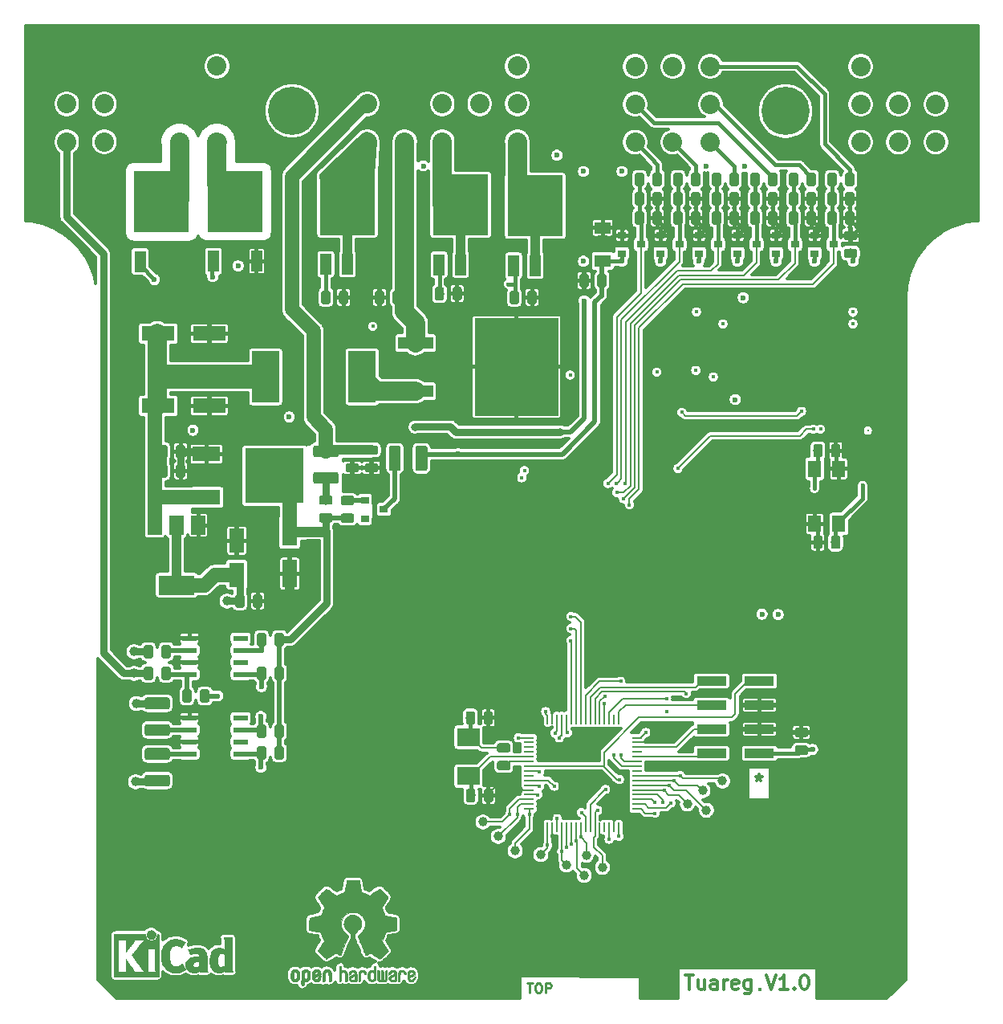
<source format=gbr>
G04 #@! TF.GenerationSoftware,KiCad,Pcbnew,5.1.2-f72e74a~84~ubuntu18.04.1*
G04 #@! TF.CreationDate,2019-08-21T00:14:30+02:00*
G04 #@! TF.ProjectId,Tuareg,54756172-6567-42e6-9b69-6361645f7063,rev?*
G04 #@! TF.SameCoordinates,Original*
G04 #@! TF.FileFunction,Copper,L1,Top*
G04 #@! TF.FilePolarity,Positive*
%FSLAX46Y46*%
G04 Gerber Fmt 4.6, Leading zero omitted, Abs format (unit mm)*
G04 Created by KiCad (PCBNEW 5.1.2-f72e74a~84~ubuntu18.04.1) date 2019-08-21 00:14:30*
%MOMM*%
%LPD*%
G04 APERTURE LIST*
%ADD10C,0.300000*%
%ADD11C,0.250000*%
%ADD12C,0.010000*%
%ADD13C,1.000000*%
%ADD14C,2.032000*%
%ADD15C,5.080000*%
%ADD16R,1.400000X1.800000*%
%ADD17R,3.150000X1.000000*%
%ADD18C,0.100000*%
%ADD19C,0.975000*%
%ADD20C,1.250000*%
%ADD21R,0.900000X0.800000*%
%ADD22R,1.700000X1.300000*%
%ADD23R,1.600000X3.000000*%
%ADD24R,1.600000X2.600000*%
%ADD25R,3.500000X1.600000*%
%ADD26R,8.900000X10.300000*%
%ADD27R,3.700000X1.300000*%
%ADD28R,2.900000X5.400000*%
%ADD29R,1.550000X0.600000*%
%ADD30R,5.800000X6.400000*%
%ADD31R,1.200000X2.200000*%
%ADD32R,3.000000X1.600000*%
%ADD33R,6.200000X5.800000*%
%ADD34R,1.500000X2.000000*%
%ADD35R,3.800000X2.000000*%
%ADD36R,0.250000X1.000000*%
%ADD37R,1.000000X0.250000*%
%ADD38R,2.400000X1.900000*%
%ADD39C,0.600000*%
%ADD40C,0.400000*%
%ADD41C,0.800000*%
%ADD42C,0.300000*%
%ADD43C,0.400000*%
%ADD44C,1.000000*%
%ADD45C,0.750000*%
%ADD46C,0.200000*%
%ADD47C,2.000000*%
%ADD48C,2.500000*%
%ADD49C,1.500000*%
%ADD50C,0.500000*%
G04 APERTURE END LIST*
D10*
X155676600Y-131309371D02*
X155676600Y-131666514D01*
X155319457Y-131523657D02*
X155676600Y-131666514D01*
X156033742Y-131523657D01*
X155462314Y-131952228D02*
X155676600Y-131666514D01*
X155890885Y-131952228D01*
D11*
X131227676Y-153325580D02*
X131799104Y-153325580D01*
X131513390Y-154325580D02*
X131513390Y-153325580D01*
X132322914Y-153325580D02*
X132513390Y-153325580D01*
X132608628Y-153373200D01*
X132703866Y-153468438D01*
X132751485Y-153658914D01*
X132751485Y-153992247D01*
X132703866Y-154182723D01*
X132608628Y-154277961D01*
X132513390Y-154325580D01*
X132322914Y-154325580D01*
X132227676Y-154277961D01*
X132132438Y-154182723D01*
X132084819Y-153992247D01*
X132084819Y-153658914D01*
X132132438Y-153468438D01*
X132227676Y-153373200D01*
X132322914Y-153325580D01*
X133180057Y-154325580D02*
X133180057Y-153325580D01*
X133561009Y-153325580D01*
X133656247Y-153373200D01*
X133703866Y-153420819D01*
X133751485Y-153516057D01*
X133751485Y-153658914D01*
X133703866Y-153754152D01*
X133656247Y-153801771D01*
X133561009Y-153849390D01*
X133180057Y-153849390D01*
D10*
X147911371Y-152442171D02*
X148768514Y-152442171D01*
X148339942Y-153942171D02*
X148339942Y-152442171D01*
X149911371Y-152942171D02*
X149911371Y-153942171D01*
X149268514Y-152942171D02*
X149268514Y-153727885D01*
X149339942Y-153870742D01*
X149482800Y-153942171D01*
X149697085Y-153942171D01*
X149839942Y-153870742D01*
X149911371Y-153799314D01*
X151268514Y-153942171D02*
X151268514Y-153156457D01*
X151197085Y-153013600D01*
X151054228Y-152942171D01*
X150768514Y-152942171D01*
X150625657Y-153013600D01*
X151268514Y-153870742D02*
X151125657Y-153942171D01*
X150768514Y-153942171D01*
X150625657Y-153870742D01*
X150554228Y-153727885D01*
X150554228Y-153585028D01*
X150625657Y-153442171D01*
X150768514Y-153370742D01*
X151125657Y-153370742D01*
X151268514Y-153299314D01*
X151982800Y-153942171D02*
X151982800Y-152942171D01*
X151982800Y-153227885D02*
X152054228Y-153085028D01*
X152125657Y-153013600D01*
X152268514Y-152942171D01*
X152411371Y-152942171D01*
X153482800Y-153870742D02*
X153339942Y-153942171D01*
X153054228Y-153942171D01*
X152911371Y-153870742D01*
X152839942Y-153727885D01*
X152839942Y-153156457D01*
X152911371Y-153013600D01*
X153054228Y-152942171D01*
X153339942Y-152942171D01*
X153482800Y-153013600D01*
X153554228Y-153156457D01*
X153554228Y-153299314D01*
X152839942Y-153442171D01*
X154839942Y-152942171D02*
X154839942Y-154156457D01*
X154768514Y-154299314D01*
X154697085Y-154370742D01*
X154554228Y-154442171D01*
X154339942Y-154442171D01*
X154197085Y-154370742D01*
X154839942Y-153870742D02*
X154697085Y-153942171D01*
X154411371Y-153942171D01*
X154268514Y-153870742D01*
X154197085Y-153799314D01*
X154125657Y-153656457D01*
X154125657Y-153227885D01*
X154197085Y-153085028D01*
X154268514Y-153013600D01*
X154411371Y-152942171D01*
X154697085Y-152942171D01*
X154839942Y-153013600D01*
X156482800Y-152442171D02*
X156982800Y-153942171D01*
X157482800Y-152442171D01*
X158768514Y-153942171D02*
X157911371Y-153942171D01*
X158339942Y-153942171D02*
X158339942Y-152442171D01*
X158197085Y-152656457D01*
X158054228Y-152799314D01*
X157911371Y-152870742D01*
X159411371Y-153799314D02*
X159482800Y-153870742D01*
X159411371Y-153942171D01*
X159339942Y-153870742D01*
X159411371Y-153799314D01*
X159411371Y-153942171D01*
X160411371Y-152442171D02*
X160554228Y-152442171D01*
X160697085Y-152513600D01*
X160768514Y-152585028D01*
X160839942Y-152727885D01*
X160911371Y-153013600D01*
X160911371Y-153370742D01*
X160839942Y-153656457D01*
X160768514Y-153799314D01*
X160697085Y-153870742D01*
X160554228Y-153942171D01*
X160411371Y-153942171D01*
X160268514Y-153870742D01*
X160197085Y-153799314D01*
X160125657Y-153656457D01*
X160054228Y-153370742D01*
X160054228Y-153013600D01*
X160125657Y-152727885D01*
X160197085Y-152585028D01*
X160268514Y-152513600D01*
X160411371Y-152442171D01*
D12*
G36*
X113061214Y-142458798D02*
G01*
X113219206Y-142459663D01*
X113333547Y-142462005D01*
X113411607Y-142466562D01*
X113460754Y-142474070D01*
X113488359Y-142485266D01*
X113501792Y-142500888D01*
X113508421Y-142521673D01*
X113509065Y-142524363D01*
X113519135Y-142572913D01*
X113537775Y-142668705D01*
X113563045Y-142801543D01*
X113593007Y-142961231D01*
X113625722Y-143137574D01*
X113626864Y-143143767D01*
X113659633Y-143316582D01*
X113690293Y-143469269D01*
X113716864Y-143592671D01*
X113737367Y-143677631D01*
X113749826Y-143714990D01*
X113750420Y-143715652D01*
X113787119Y-143733895D01*
X113862786Y-143764297D01*
X113961078Y-143800293D01*
X113961625Y-143800485D01*
X114085433Y-143847022D01*
X114231396Y-143906304D01*
X114368981Y-143965909D01*
X114375493Y-143968856D01*
X114599590Y-144070565D01*
X115095819Y-143731697D01*
X115248046Y-143628392D01*
X115385941Y-143536037D01*
X115501515Y-143459884D01*
X115586779Y-143405185D01*
X115633744Y-143377193D01*
X115638204Y-143375117D01*
X115672334Y-143384360D01*
X115736081Y-143428956D01*
X115831931Y-143511009D01*
X115962369Y-143632621D01*
X116095528Y-143762005D01*
X116223894Y-143889502D01*
X116338781Y-144005846D01*
X116433273Y-144103852D01*
X116500453Y-144176336D01*
X116533406Y-144216113D01*
X116534632Y-144218161D01*
X116538274Y-144245456D01*
X116524550Y-144290034D01*
X116490069Y-144357912D01*
X116431439Y-144455111D01*
X116345270Y-144587651D01*
X116230400Y-144758276D01*
X116128454Y-144908455D01*
X116037323Y-145043150D01*
X115962273Y-145154540D01*
X115908569Y-145234805D01*
X115881480Y-145276125D01*
X115879774Y-145278930D01*
X115883082Y-145318521D01*
X115908153Y-145395469D01*
X115949998Y-145495232D01*
X115964912Y-145527091D01*
X116029986Y-145669026D01*
X116099412Y-145830073D01*
X116155809Y-145969421D01*
X116196447Y-146072844D01*
X116228726Y-146151442D01*
X116247378Y-146192520D01*
X116249697Y-146195685D01*
X116284003Y-146200928D01*
X116364869Y-146215294D01*
X116481543Y-146236737D01*
X116623275Y-146263213D01*
X116779310Y-146292677D01*
X116938898Y-146323083D01*
X117091285Y-146352388D01*
X117225721Y-146378545D01*
X117331452Y-146399510D01*
X117397726Y-146413239D01*
X117413982Y-146417120D01*
X117430773Y-146426700D01*
X117443449Y-146448336D01*
X117452578Y-146489331D01*
X117458731Y-146556989D01*
X117462480Y-146658612D01*
X117464392Y-146801503D01*
X117465040Y-146992965D01*
X117465074Y-147071445D01*
X117465074Y-147709706D01*
X117311798Y-147739960D01*
X117226522Y-147756364D01*
X117099270Y-147780309D01*
X116945515Y-147808907D01*
X116780734Y-147839267D01*
X116735189Y-147847606D01*
X116583132Y-147877170D01*
X116450668Y-147906242D01*
X116348914Y-147932129D01*
X116288988Y-147952137D01*
X116279005Y-147958101D01*
X116254493Y-148000334D01*
X116219348Y-148082170D01*
X116180373Y-148187483D01*
X116172642Y-148210168D01*
X116121560Y-148350818D01*
X116058154Y-148509514D01*
X115996104Y-148652025D01*
X115995798Y-148652686D01*
X115892467Y-148876240D01*
X116572161Y-149876032D01*
X116135821Y-150313100D01*
X116003849Y-150443181D01*
X115883479Y-150557848D01*
X115781473Y-150650981D01*
X115704591Y-150716458D01*
X115659593Y-150748157D01*
X115653138Y-150750168D01*
X115615240Y-150734329D01*
X115537908Y-150690296D01*
X115429589Y-150623290D01*
X115298732Y-150538534D01*
X115157252Y-150443616D01*
X115013661Y-150346798D01*
X114885635Y-150262551D01*
X114781305Y-150196058D01*
X114708800Y-150152502D01*
X114676358Y-150137064D01*
X114636776Y-150150128D01*
X114561719Y-150184550D01*
X114466668Y-150233180D01*
X114456592Y-150238585D01*
X114328591Y-150302780D01*
X114240818Y-150334263D01*
X114186228Y-150334598D01*
X114157775Y-150305348D01*
X114157610Y-150304938D01*
X114143388Y-150270298D01*
X114109469Y-150188069D01*
X114058484Y-150064614D01*
X113993062Y-149906298D01*
X113915834Y-149719486D01*
X113829429Y-149510542D01*
X113745751Y-149308246D01*
X113653788Y-149085000D01*
X113569350Y-148878192D01*
X113494969Y-148694162D01*
X113433174Y-148539251D01*
X113386497Y-148419796D01*
X113357468Y-148342139D01*
X113348522Y-148313156D01*
X113370956Y-148279910D01*
X113429639Y-148226923D01*
X113507889Y-148168504D01*
X113730734Y-147983752D01*
X113904918Y-147771982D01*
X114028354Y-147537656D01*
X114098954Y-147285234D01*
X114114631Y-147019177D01*
X114103236Y-146896375D01*
X114041150Y-146641593D01*
X113934223Y-146416601D01*
X113789089Y-146223617D01*
X113612378Y-146064861D01*
X113410722Y-145942550D01*
X113190754Y-145858905D01*
X112959106Y-145816144D01*
X112722409Y-145816487D01*
X112487295Y-145862152D01*
X112260396Y-145955359D01*
X112048344Y-146098327D01*
X111959836Y-146179183D01*
X111790089Y-146386807D01*
X111671899Y-146613695D01*
X111604478Y-146853233D01*
X111587040Y-147098807D01*
X111618798Y-147343803D01*
X111698965Y-147581608D01*
X111826755Y-147805607D01*
X112001380Y-148009187D01*
X112196512Y-148168504D01*
X112277791Y-148229402D01*
X112335209Y-148281815D01*
X112355878Y-148313206D01*
X112345056Y-148347439D01*
X112314277Y-148429219D01*
X112266074Y-148552207D01*
X112202978Y-148710063D01*
X112127522Y-148896449D01*
X112042238Y-149105026D01*
X111958419Y-149308296D01*
X111865945Y-149531733D01*
X111780289Y-149738784D01*
X111704082Y-149923086D01*
X111639953Y-150078275D01*
X111590532Y-150197988D01*
X111558448Y-150275861D01*
X111546559Y-150304938D01*
X111518474Y-150334477D01*
X111464149Y-150334391D01*
X111376595Y-150303126D01*
X111248819Y-150239129D01*
X111247808Y-150238585D01*
X111151602Y-150188921D01*
X111073831Y-150152745D01*
X111029977Y-150137208D01*
X111028042Y-150137064D01*
X110995029Y-150152824D01*
X110922146Y-150196650D01*
X110817522Y-150263357D01*
X110689290Y-150347764D01*
X110547148Y-150443616D01*
X110402433Y-150540667D01*
X110272004Y-150625070D01*
X110164310Y-150691601D01*
X110087798Y-150735038D01*
X110051262Y-150750168D01*
X110017618Y-150730282D01*
X109949976Y-150674703D01*
X109855093Y-150589554D01*
X109739730Y-150480953D01*
X109610645Y-150355021D01*
X109568429Y-150312949D01*
X109131939Y-149875731D01*
X109464177Y-149388140D01*
X109565146Y-149238405D01*
X109653762Y-149104020D01*
X109725054Y-148992769D01*
X109774050Y-148912439D01*
X109795778Y-148870814D01*
X109796415Y-148867853D01*
X109784960Y-148828618D01*
X109754149Y-148749695D01*
X109709316Y-148644309D01*
X109677847Y-148573754D01*
X109619008Y-148438676D01*
X109563596Y-148302209D01*
X109520636Y-148186903D01*
X109508966Y-148151777D01*
X109475811Y-148057974D01*
X109443401Y-147985494D01*
X109425599Y-147958101D01*
X109386314Y-147941336D01*
X109300574Y-147917570D01*
X109179503Y-147889497D01*
X109034227Y-147859809D01*
X108969212Y-147847606D01*
X108804113Y-147817268D01*
X108645752Y-147787893D01*
X108509604Y-147762369D01*
X108411143Y-147743585D01*
X108392602Y-147739960D01*
X108239327Y-147709706D01*
X108239327Y-147071445D01*
X108239671Y-146861570D01*
X108241084Y-146702780D01*
X108244136Y-146587773D01*
X108249397Y-146509246D01*
X108257437Y-146459896D01*
X108268827Y-146432419D01*
X108284137Y-146419513D01*
X108290418Y-146417120D01*
X108328304Y-146408633D01*
X108412005Y-146391700D01*
X108530767Y-146368366D01*
X108673839Y-146340675D01*
X108830468Y-146310673D01*
X108989903Y-146280404D01*
X109141391Y-146251915D01*
X109274181Y-146227249D01*
X109377519Y-146208451D01*
X109440655Y-146197567D01*
X109454703Y-146195685D01*
X109467430Y-146170504D01*
X109495600Y-146103422D01*
X109533948Y-146007133D01*
X109548591Y-145969421D01*
X109607652Y-145823721D01*
X109677200Y-145662751D01*
X109739488Y-145527091D01*
X109785321Y-145423361D01*
X109815813Y-145338126D01*
X109825992Y-145285926D01*
X109824369Y-145278930D01*
X109802857Y-145245902D01*
X109753735Y-145172443D01*
X109682277Y-145066377D01*
X109593755Y-144935526D01*
X109493441Y-144787712D01*
X109473606Y-144758534D01*
X109357212Y-144585663D01*
X109271652Y-144454026D01*
X109213516Y-144357561D01*
X109179392Y-144290208D01*
X109165869Y-144245906D01*
X109169536Y-144218594D01*
X109169630Y-144218420D01*
X109198493Y-144182546D01*
X109262333Y-144113191D01*
X109354231Y-144017545D01*
X109467267Y-143902799D01*
X109594521Y-143776141D01*
X109608872Y-143762005D01*
X109769243Y-143606703D01*
X109893005Y-143492670D01*
X109982645Y-143417802D01*
X110040648Y-143379996D01*
X110066196Y-143375117D01*
X110103482Y-143396403D01*
X110180857Y-143445573D01*
X110290333Y-143517375D01*
X110423920Y-143606555D01*
X110573630Y-143707863D01*
X110608582Y-143731697D01*
X111104810Y-144070565D01*
X111328907Y-143968856D01*
X111465189Y-143909583D01*
X111611476Y-143849970D01*
X111737235Y-143802440D01*
X111742775Y-143800485D01*
X111841143Y-143764477D01*
X111916971Y-143734029D01*
X111953918Y-143715705D01*
X111953980Y-143715652D01*
X111965704Y-143682529D01*
X111985632Y-143601067D01*
X112011787Y-143480425D01*
X112042190Y-143329759D01*
X112074863Y-143158228D01*
X112077536Y-143143767D01*
X112110310Y-142967035D01*
X112140398Y-142806610D01*
X112165861Y-142672688D01*
X112184759Y-142575463D01*
X112195153Y-142525132D01*
X112195335Y-142524363D01*
X112201661Y-142502953D01*
X112213961Y-142486788D01*
X112239606Y-142475131D01*
X112285965Y-142467245D01*
X112360408Y-142462393D01*
X112470305Y-142459839D01*
X112623025Y-142458845D01*
X112825938Y-142458674D01*
X112852200Y-142458674D01*
X113061214Y-142458798D01*
X113061214Y-142458798D01*
G37*
X113061214Y-142458798D02*
X113219206Y-142459663D01*
X113333547Y-142462005D01*
X113411607Y-142466562D01*
X113460754Y-142474070D01*
X113488359Y-142485266D01*
X113501792Y-142500888D01*
X113508421Y-142521673D01*
X113509065Y-142524363D01*
X113519135Y-142572913D01*
X113537775Y-142668705D01*
X113563045Y-142801543D01*
X113593007Y-142961231D01*
X113625722Y-143137574D01*
X113626864Y-143143767D01*
X113659633Y-143316582D01*
X113690293Y-143469269D01*
X113716864Y-143592671D01*
X113737367Y-143677631D01*
X113749826Y-143714990D01*
X113750420Y-143715652D01*
X113787119Y-143733895D01*
X113862786Y-143764297D01*
X113961078Y-143800293D01*
X113961625Y-143800485D01*
X114085433Y-143847022D01*
X114231396Y-143906304D01*
X114368981Y-143965909D01*
X114375493Y-143968856D01*
X114599590Y-144070565D01*
X115095819Y-143731697D01*
X115248046Y-143628392D01*
X115385941Y-143536037D01*
X115501515Y-143459884D01*
X115586779Y-143405185D01*
X115633744Y-143377193D01*
X115638204Y-143375117D01*
X115672334Y-143384360D01*
X115736081Y-143428956D01*
X115831931Y-143511009D01*
X115962369Y-143632621D01*
X116095528Y-143762005D01*
X116223894Y-143889502D01*
X116338781Y-144005846D01*
X116433273Y-144103852D01*
X116500453Y-144176336D01*
X116533406Y-144216113D01*
X116534632Y-144218161D01*
X116538274Y-144245456D01*
X116524550Y-144290034D01*
X116490069Y-144357912D01*
X116431439Y-144455111D01*
X116345270Y-144587651D01*
X116230400Y-144758276D01*
X116128454Y-144908455D01*
X116037323Y-145043150D01*
X115962273Y-145154540D01*
X115908569Y-145234805D01*
X115881480Y-145276125D01*
X115879774Y-145278930D01*
X115883082Y-145318521D01*
X115908153Y-145395469D01*
X115949998Y-145495232D01*
X115964912Y-145527091D01*
X116029986Y-145669026D01*
X116099412Y-145830073D01*
X116155809Y-145969421D01*
X116196447Y-146072844D01*
X116228726Y-146151442D01*
X116247378Y-146192520D01*
X116249697Y-146195685D01*
X116284003Y-146200928D01*
X116364869Y-146215294D01*
X116481543Y-146236737D01*
X116623275Y-146263213D01*
X116779310Y-146292677D01*
X116938898Y-146323083D01*
X117091285Y-146352388D01*
X117225721Y-146378545D01*
X117331452Y-146399510D01*
X117397726Y-146413239D01*
X117413982Y-146417120D01*
X117430773Y-146426700D01*
X117443449Y-146448336D01*
X117452578Y-146489331D01*
X117458731Y-146556989D01*
X117462480Y-146658612D01*
X117464392Y-146801503D01*
X117465040Y-146992965D01*
X117465074Y-147071445D01*
X117465074Y-147709706D01*
X117311798Y-147739960D01*
X117226522Y-147756364D01*
X117099270Y-147780309D01*
X116945515Y-147808907D01*
X116780734Y-147839267D01*
X116735189Y-147847606D01*
X116583132Y-147877170D01*
X116450668Y-147906242D01*
X116348914Y-147932129D01*
X116288988Y-147952137D01*
X116279005Y-147958101D01*
X116254493Y-148000334D01*
X116219348Y-148082170D01*
X116180373Y-148187483D01*
X116172642Y-148210168D01*
X116121560Y-148350818D01*
X116058154Y-148509514D01*
X115996104Y-148652025D01*
X115995798Y-148652686D01*
X115892467Y-148876240D01*
X116572161Y-149876032D01*
X116135821Y-150313100D01*
X116003849Y-150443181D01*
X115883479Y-150557848D01*
X115781473Y-150650981D01*
X115704591Y-150716458D01*
X115659593Y-150748157D01*
X115653138Y-150750168D01*
X115615240Y-150734329D01*
X115537908Y-150690296D01*
X115429589Y-150623290D01*
X115298732Y-150538534D01*
X115157252Y-150443616D01*
X115013661Y-150346798D01*
X114885635Y-150262551D01*
X114781305Y-150196058D01*
X114708800Y-150152502D01*
X114676358Y-150137064D01*
X114636776Y-150150128D01*
X114561719Y-150184550D01*
X114466668Y-150233180D01*
X114456592Y-150238585D01*
X114328591Y-150302780D01*
X114240818Y-150334263D01*
X114186228Y-150334598D01*
X114157775Y-150305348D01*
X114157610Y-150304938D01*
X114143388Y-150270298D01*
X114109469Y-150188069D01*
X114058484Y-150064614D01*
X113993062Y-149906298D01*
X113915834Y-149719486D01*
X113829429Y-149510542D01*
X113745751Y-149308246D01*
X113653788Y-149085000D01*
X113569350Y-148878192D01*
X113494969Y-148694162D01*
X113433174Y-148539251D01*
X113386497Y-148419796D01*
X113357468Y-148342139D01*
X113348522Y-148313156D01*
X113370956Y-148279910D01*
X113429639Y-148226923D01*
X113507889Y-148168504D01*
X113730734Y-147983752D01*
X113904918Y-147771982D01*
X114028354Y-147537656D01*
X114098954Y-147285234D01*
X114114631Y-147019177D01*
X114103236Y-146896375D01*
X114041150Y-146641593D01*
X113934223Y-146416601D01*
X113789089Y-146223617D01*
X113612378Y-146064861D01*
X113410722Y-145942550D01*
X113190754Y-145858905D01*
X112959106Y-145816144D01*
X112722409Y-145816487D01*
X112487295Y-145862152D01*
X112260396Y-145955359D01*
X112048344Y-146098327D01*
X111959836Y-146179183D01*
X111790089Y-146386807D01*
X111671899Y-146613695D01*
X111604478Y-146853233D01*
X111587040Y-147098807D01*
X111618798Y-147343803D01*
X111698965Y-147581608D01*
X111826755Y-147805607D01*
X112001380Y-148009187D01*
X112196512Y-148168504D01*
X112277791Y-148229402D01*
X112335209Y-148281815D01*
X112355878Y-148313206D01*
X112345056Y-148347439D01*
X112314277Y-148429219D01*
X112266074Y-148552207D01*
X112202978Y-148710063D01*
X112127522Y-148896449D01*
X112042238Y-149105026D01*
X111958419Y-149308296D01*
X111865945Y-149531733D01*
X111780289Y-149738784D01*
X111704082Y-149923086D01*
X111639953Y-150078275D01*
X111590532Y-150197988D01*
X111558448Y-150275861D01*
X111546559Y-150304938D01*
X111518474Y-150334477D01*
X111464149Y-150334391D01*
X111376595Y-150303126D01*
X111248819Y-150239129D01*
X111247808Y-150238585D01*
X111151602Y-150188921D01*
X111073831Y-150152745D01*
X111029977Y-150137208D01*
X111028042Y-150137064D01*
X110995029Y-150152824D01*
X110922146Y-150196650D01*
X110817522Y-150263357D01*
X110689290Y-150347764D01*
X110547148Y-150443616D01*
X110402433Y-150540667D01*
X110272004Y-150625070D01*
X110164310Y-150691601D01*
X110087798Y-150735038D01*
X110051262Y-150750168D01*
X110017618Y-150730282D01*
X109949976Y-150674703D01*
X109855093Y-150589554D01*
X109739730Y-150480953D01*
X109610645Y-150355021D01*
X109568429Y-150312949D01*
X109131939Y-149875731D01*
X109464177Y-149388140D01*
X109565146Y-149238405D01*
X109653762Y-149104020D01*
X109725054Y-148992769D01*
X109774050Y-148912439D01*
X109795778Y-148870814D01*
X109796415Y-148867853D01*
X109784960Y-148828618D01*
X109754149Y-148749695D01*
X109709316Y-148644309D01*
X109677847Y-148573754D01*
X109619008Y-148438676D01*
X109563596Y-148302209D01*
X109520636Y-148186903D01*
X109508966Y-148151777D01*
X109475811Y-148057974D01*
X109443401Y-147985494D01*
X109425599Y-147958101D01*
X109386314Y-147941336D01*
X109300574Y-147917570D01*
X109179503Y-147889497D01*
X109034227Y-147859809D01*
X108969212Y-147847606D01*
X108804113Y-147817268D01*
X108645752Y-147787893D01*
X108509604Y-147762369D01*
X108411143Y-147743585D01*
X108392602Y-147739960D01*
X108239327Y-147709706D01*
X108239327Y-147071445D01*
X108239671Y-146861570D01*
X108241084Y-146702780D01*
X108244136Y-146587773D01*
X108249397Y-146509246D01*
X108257437Y-146459896D01*
X108268827Y-146432419D01*
X108284137Y-146419513D01*
X108290418Y-146417120D01*
X108328304Y-146408633D01*
X108412005Y-146391700D01*
X108530767Y-146368366D01*
X108673839Y-146340675D01*
X108830468Y-146310673D01*
X108989903Y-146280404D01*
X109141391Y-146251915D01*
X109274181Y-146227249D01*
X109377519Y-146208451D01*
X109440655Y-146197567D01*
X109454703Y-146195685D01*
X109467430Y-146170504D01*
X109495600Y-146103422D01*
X109533948Y-146007133D01*
X109548591Y-145969421D01*
X109607652Y-145823721D01*
X109677200Y-145662751D01*
X109739488Y-145527091D01*
X109785321Y-145423361D01*
X109815813Y-145338126D01*
X109825992Y-145285926D01*
X109824369Y-145278930D01*
X109802857Y-145245902D01*
X109753735Y-145172443D01*
X109682277Y-145066377D01*
X109593755Y-144935526D01*
X109493441Y-144787712D01*
X109473606Y-144758534D01*
X109357212Y-144585663D01*
X109271652Y-144454026D01*
X109213516Y-144357561D01*
X109179392Y-144290208D01*
X109165869Y-144245906D01*
X109169536Y-144218594D01*
X109169630Y-144218420D01*
X109198493Y-144182546D01*
X109262333Y-144113191D01*
X109354231Y-144017545D01*
X109467267Y-143902799D01*
X109594521Y-143776141D01*
X109608872Y-143762005D01*
X109769243Y-143606703D01*
X109893005Y-143492670D01*
X109982645Y-143417802D01*
X110040648Y-143379996D01*
X110066196Y-143375117D01*
X110103482Y-143396403D01*
X110180857Y-143445573D01*
X110290333Y-143517375D01*
X110423920Y-143606555D01*
X110573630Y-143707863D01*
X110608582Y-143731697D01*
X111104810Y-144070565D01*
X111328907Y-143968856D01*
X111465189Y-143909583D01*
X111611476Y-143849970D01*
X111737235Y-143802440D01*
X111742775Y-143800485D01*
X111841143Y-143764477D01*
X111916971Y-143734029D01*
X111953918Y-143715705D01*
X111953980Y-143715652D01*
X111965704Y-143682529D01*
X111985632Y-143601067D01*
X112011787Y-143480425D01*
X112042190Y-143329759D01*
X112074863Y-143158228D01*
X112077536Y-143143767D01*
X112110310Y-142967035D01*
X112140398Y-142806610D01*
X112165861Y-142672688D01*
X112184759Y-142575463D01*
X112195153Y-142525132D01*
X112195335Y-142524363D01*
X112201661Y-142502953D01*
X112213961Y-142486788D01*
X112239606Y-142475131D01*
X112285965Y-142467245D01*
X112360408Y-142462393D01*
X112470305Y-142459839D01*
X112623025Y-142458845D01*
X112825938Y-142458674D01*
X112852200Y-142458674D01*
X113061214Y-142458798D01*
G36*
X119195639Y-151962340D02*
G01*
X119311150Y-152037834D01*
X119366864Y-152105417D01*
X119411004Y-152228055D01*
X119414509Y-152325098D01*
X119406568Y-152454856D01*
X119107315Y-152585839D01*
X118961811Y-152652758D01*
X118866737Y-152706590D01*
X118817301Y-152753216D01*
X118808711Y-152798520D01*
X118836172Y-152848382D01*
X118866453Y-152881432D01*
X118954563Y-152934433D01*
X119050396Y-152938147D01*
X119138412Y-152896841D01*
X119203069Y-152814783D01*
X119214633Y-152785808D01*
X119270025Y-152695309D01*
X119333753Y-152656740D01*
X119421166Y-152623746D01*
X119421166Y-152748834D01*
X119413438Y-152833956D01*
X119383166Y-152905738D01*
X119319718Y-152988156D01*
X119310288Y-152998866D01*
X119239713Y-153072191D01*
X119179047Y-153111542D01*
X119103150Y-153129645D01*
X119040230Y-153135574D01*
X118927687Y-153137051D01*
X118847570Y-153118335D01*
X118797590Y-153090547D01*
X118719038Y-153029441D01*
X118664663Y-152963354D01*
X118630252Y-152880241D01*
X118611588Y-152768054D01*
X118604456Y-152614746D01*
X118603887Y-152536936D01*
X118605822Y-152443653D01*
X118782099Y-152443653D01*
X118784144Y-152493696D01*
X118789239Y-152501892D01*
X118822866Y-152490758D01*
X118895230Y-152461293D01*
X118991947Y-152419401D01*
X119012173Y-152410397D01*
X119134403Y-152348242D01*
X119201747Y-152293615D01*
X119216548Y-152242449D01*
X119181147Y-152190676D01*
X119151911Y-152167800D01*
X119046416Y-152122050D01*
X118947676Y-152129608D01*
X118865012Y-152185451D01*
X118807748Y-152284553D01*
X118789388Y-152363214D01*
X118782099Y-152443653D01*
X118605822Y-152443653D01*
X118607659Y-152355151D01*
X118621559Y-152220653D01*
X118649094Y-152122716D01*
X118693772Y-152050611D01*
X118759101Y-151993613D01*
X118787583Y-151975193D01*
X118916963Y-151927222D01*
X119058612Y-151924203D01*
X119195639Y-151962340D01*
X119195639Y-151962340D01*
G37*
X119195639Y-151962340D02*
X119311150Y-152037834D01*
X119366864Y-152105417D01*
X119411004Y-152228055D01*
X119414509Y-152325098D01*
X119406568Y-152454856D01*
X119107315Y-152585839D01*
X118961811Y-152652758D01*
X118866737Y-152706590D01*
X118817301Y-152753216D01*
X118808711Y-152798520D01*
X118836172Y-152848382D01*
X118866453Y-152881432D01*
X118954563Y-152934433D01*
X119050396Y-152938147D01*
X119138412Y-152896841D01*
X119203069Y-152814783D01*
X119214633Y-152785808D01*
X119270025Y-152695309D01*
X119333753Y-152656740D01*
X119421166Y-152623746D01*
X119421166Y-152748834D01*
X119413438Y-152833956D01*
X119383166Y-152905738D01*
X119319718Y-152988156D01*
X119310288Y-152998866D01*
X119239713Y-153072191D01*
X119179047Y-153111542D01*
X119103150Y-153129645D01*
X119040230Y-153135574D01*
X118927687Y-153137051D01*
X118847570Y-153118335D01*
X118797590Y-153090547D01*
X118719038Y-153029441D01*
X118664663Y-152963354D01*
X118630252Y-152880241D01*
X118611588Y-152768054D01*
X118604456Y-152614746D01*
X118603887Y-152536936D01*
X118605822Y-152443653D01*
X118782099Y-152443653D01*
X118784144Y-152493696D01*
X118789239Y-152501892D01*
X118822866Y-152490758D01*
X118895230Y-152461293D01*
X118991947Y-152419401D01*
X119012173Y-152410397D01*
X119134403Y-152348242D01*
X119201747Y-152293615D01*
X119216548Y-152242449D01*
X119181147Y-152190676D01*
X119151911Y-152167800D01*
X119046416Y-152122050D01*
X118947676Y-152129608D01*
X118865012Y-152185451D01*
X118807748Y-152284553D01*
X118789388Y-152363214D01*
X118782099Y-152443653D01*
X118605822Y-152443653D01*
X118607659Y-152355151D01*
X118621559Y-152220653D01*
X118649094Y-152122716D01*
X118693772Y-152050611D01*
X118759101Y-151993613D01*
X118787583Y-151975193D01*
X118916963Y-151927222D01*
X119058612Y-151924203D01*
X119195639Y-151962340D01*
G36*
X118187890Y-151945818D02*
G01*
X118222785Y-151961069D01*
X118306077Y-152027035D01*
X118377303Y-152122418D01*
X118421353Y-152224206D01*
X118428522Y-152274387D01*
X118404485Y-152344447D01*
X118351761Y-152381517D01*
X118295231Y-152403964D01*
X118269346Y-152408100D01*
X118256742Y-152378083D01*
X118231854Y-152312761D01*
X118220935Y-152283245D01*
X118159708Y-152181148D01*
X118071061Y-152130223D01*
X117957393Y-152131789D01*
X117948974Y-152133794D01*
X117888288Y-152162567D01*
X117843674Y-152218659D01*
X117813202Y-152308963D01*
X117794944Y-152440371D01*
X117786971Y-152619774D01*
X117786223Y-152715233D01*
X117785852Y-152865713D01*
X117783423Y-152968295D01*
X117776960Y-153033472D01*
X117764488Y-153071738D01*
X117744033Y-153093585D01*
X117713619Y-153109507D01*
X117711861Y-153110309D01*
X117653291Y-153135072D01*
X117624275Y-153144191D01*
X117619816Y-153116622D01*
X117615999Y-153040420D01*
X117613099Y-152925341D01*
X117611391Y-152781141D01*
X117611051Y-152675614D01*
X117612788Y-152471413D01*
X117619582Y-152316497D01*
X117633807Y-152201824D01*
X117657838Y-152118351D01*
X117694048Y-152057036D01*
X117744812Y-152008834D01*
X117794939Y-151975193D01*
X117915475Y-151930419D01*
X118055757Y-151920321D01*
X118187890Y-151945818D01*
X118187890Y-151945818D01*
G37*
X118187890Y-151945818D02*
X118222785Y-151961069D01*
X118306077Y-152027035D01*
X118377303Y-152122418D01*
X118421353Y-152224206D01*
X118428522Y-152274387D01*
X118404485Y-152344447D01*
X118351761Y-152381517D01*
X118295231Y-152403964D01*
X118269346Y-152408100D01*
X118256742Y-152378083D01*
X118231854Y-152312761D01*
X118220935Y-152283245D01*
X118159708Y-152181148D01*
X118071061Y-152130223D01*
X117957393Y-152131789D01*
X117948974Y-152133794D01*
X117888288Y-152162567D01*
X117843674Y-152218659D01*
X117813202Y-152308963D01*
X117794944Y-152440371D01*
X117786971Y-152619774D01*
X117786223Y-152715233D01*
X117785852Y-152865713D01*
X117783423Y-152968295D01*
X117776960Y-153033472D01*
X117764488Y-153071738D01*
X117744033Y-153093585D01*
X117713619Y-153109507D01*
X117711861Y-153110309D01*
X117653291Y-153135072D01*
X117624275Y-153144191D01*
X117619816Y-153116622D01*
X117615999Y-153040420D01*
X117613099Y-152925341D01*
X117611391Y-152781141D01*
X117611051Y-152675614D01*
X117612788Y-152471413D01*
X117619582Y-152316497D01*
X117633807Y-152201824D01*
X117657838Y-152118351D01*
X117694048Y-152057036D01*
X117744812Y-152008834D01*
X117794939Y-151975193D01*
X117915475Y-151930419D01*
X118055757Y-151920321D01*
X118187890Y-151945818D01*
G36*
X117166606Y-151940956D02*
G01*
X117250669Y-151979193D01*
X117316650Y-152025526D01*
X117364994Y-152077332D01*
X117398372Y-152144163D01*
X117419453Y-152235569D01*
X117430907Y-152361101D01*
X117435403Y-152530308D01*
X117435878Y-152641733D01*
X117435878Y-153076427D01*
X117361516Y-153110309D01*
X117302946Y-153135072D01*
X117273930Y-153144191D01*
X117268379Y-153117057D01*
X117263975Y-153043894D01*
X117261278Y-152937063D01*
X117260706Y-152852237D01*
X117258246Y-152729687D01*
X117251612Y-152632468D01*
X117241926Y-152572934D01*
X117234232Y-152560283D01*
X117182511Y-152573202D01*
X117101317Y-152606339D01*
X117007302Y-152651261D01*
X116917117Y-152699535D01*
X116847415Y-152742728D01*
X116814848Y-152772408D01*
X116814719Y-152772729D01*
X116817520Y-152827657D01*
X116842639Y-152880092D01*
X116886741Y-152922681D01*
X116951109Y-152936926D01*
X117006121Y-152935266D01*
X117084035Y-152934045D01*
X117124932Y-152952298D01*
X117149495Y-153000526D01*
X117152592Y-153009620D01*
X117163240Y-153078398D01*
X117134765Y-153120160D01*
X117060544Y-153140063D01*
X116980368Y-153143744D01*
X116836090Y-153116458D01*
X116761403Y-153077490D01*
X116669163Y-152985948D01*
X116620243Y-152873582D01*
X116615854Y-152754851D01*
X116657201Y-152644211D01*
X116719397Y-152574880D01*
X116781494Y-152536065D01*
X116879095Y-152486925D01*
X116992832Y-152437092D01*
X117011790Y-152429477D01*
X117136721Y-152374345D01*
X117208739Y-152325754D01*
X117231900Y-152277447D01*
X117210264Y-152223170D01*
X117173120Y-152180743D01*
X117085327Y-152128502D01*
X116988730Y-152124584D01*
X116900144Y-152164841D01*
X116836386Y-152245126D01*
X116828017Y-152265840D01*
X116779296Y-152342025D01*
X116708165Y-152398585D01*
X116618407Y-152445001D01*
X116618407Y-152313384D01*
X116623690Y-152232968D01*
X116646342Y-152169586D01*
X116696567Y-152101963D01*
X116744782Y-152049876D01*
X116819754Y-151976122D01*
X116878006Y-151936502D01*
X116940572Y-151920610D01*
X117011393Y-151917984D01*
X117166606Y-151940956D01*
X117166606Y-151940956D01*
G37*
X117166606Y-151940956D02*
X117250669Y-151979193D01*
X117316650Y-152025526D01*
X117364994Y-152077332D01*
X117398372Y-152144163D01*
X117419453Y-152235569D01*
X117430907Y-152361101D01*
X117435403Y-152530308D01*
X117435878Y-152641733D01*
X117435878Y-153076427D01*
X117361516Y-153110309D01*
X117302946Y-153135072D01*
X117273930Y-153144191D01*
X117268379Y-153117057D01*
X117263975Y-153043894D01*
X117261278Y-152937063D01*
X117260706Y-152852237D01*
X117258246Y-152729687D01*
X117251612Y-152632468D01*
X117241926Y-152572934D01*
X117234232Y-152560283D01*
X117182511Y-152573202D01*
X117101317Y-152606339D01*
X117007302Y-152651261D01*
X116917117Y-152699535D01*
X116847415Y-152742728D01*
X116814848Y-152772408D01*
X116814719Y-152772729D01*
X116817520Y-152827657D01*
X116842639Y-152880092D01*
X116886741Y-152922681D01*
X116951109Y-152936926D01*
X117006121Y-152935266D01*
X117084035Y-152934045D01*
X117124932Y-152952298D01*
X117149495Y-153000526D01*
X117152592Y-153009620D01*
X117163240Y-153078398D01*
X117134765Y-153120160D01*
X117060544Y-153140063D01*
X116980368Y-153143744D01*
X116836090Y-153116458D01*
X116761403Y-153077490D01*
X116669163Y-152985948D01*
X116620243Y-152873582D01*
X116615854Y-152754851D01*
X116657201Y-152644211D01*
X116719397Y-152574880D01*
X116781494Y-152536065D01*
X116879095Y-152486925D01*
X116992832Y-152437092D01*
X117011790Y-152429477D01*
X117136721Y-152374345D01*
X117208739Y-152325754D01*
X117231900Y-152277447D01*
X117210264Y-152223170D01*
X117173120Y-152180743D01*
X117085327Y-152128502D01*
X116988730Y-152124584D01*
X116900144Y-152164841D01*
X116836386Y-152245126D01*
X116828017Y-152265840D01*
X116779296Y-152342025D01*
X116708165Y-152398585D01*
X116618407Y-152445001D01*
X116618407Y-152313384D01*
X116623690Y-152232968D01*
X116646342Y-152169586D01*
X116696567Y-152101963D01*
X116744782Y-152049876D01*
X116819754Y-151976122D01*
X116878006Y-151936502D01*
X116940572Y-151920610D01*
X117011393Y-151917984D01*
X117166606Y-151940956D01*
G36*
X116432324Y-151945640D02*
G01*
X116436779Y-152022453D01*
X116440271Y-152139191D01*
X116442515Y-152286621D01*
X116443235Y-152441255D01*
X116443235Y-152964527D01*
X116350845Y-153056917D01*
X116287178Y-153113847D01*
X116231289Y-153136907D01*
X116154902Y-153135447D01*
X116124580Y-153131734D01*
X116029810Y-153120926D01*
X115951422Y-153114733D01*
X115932315Y-153114161D01*
X115867899Y-153117902D01*
X115775771Y-153127294D01*
X115740050Y-153131734D01*
X115652314Y-153138601D01*
X115593353Y-153123685D01*
X115534890Y-153077635D01*
X115513785Y-153056917D01*
X115421395Y-152964527D01*
X115421395Y-151985747D01*
X115495758Y-151951866D01*
X115559790Y-151926770D01*
X115597252Y-151917984D01*
X115606857Y-151945750D01*
X115615835Y-152023330D01*
X115623586Y-152142148D01*
X115629514Y-152293628D01*
X115632373Y-152421605D01*
X115640361Y-152925225D01*
X115710048Y-152935078D01*
X115773429Y-152928189D01*
X115804486Y-152905883D01*
X115813167Y-152864179D01*
X115820578Y-152775344D01*
X115826131Y-152650634D01*
X115829236Y-152501307D01*
X115829684Y-152424461D01*
X115830131Y-151982087D01*
X115922074Y-151950035D01*
X115987149Y-151928243D01*
X116022547Y-151918081D01*
X116023568Y-151917984D01*
X116027120Y-151945609D01*
X116031023Y-152022211D01*
X116034951Y-152138379D01*
X116038576Y-152284704D01*
X116041108Y-152421605D01*
X116049097Y-152925225D01*
X116224269Y-152925225D01*
X116232307Y-152465765D01*
X116240346Y-152006305D01*
X116325743Y-151962144D01*
X116388793Y-151931819D01*
X116426110Y-151918058D01*
X116427187Y-151917984D01*
X116432324Y-151945640D01*
X116432324Y-151945640D01*
G37*
X116432324Y-151945640D02*
X116436779Y-152022453D01*
X116440271Y-152139191D01*
X116442515Y-152286621D01*
X116443235Y-152441255D01*
X116443235Y-152964527D01*
X116350845Y-153056917D01*
X116287178Y-153113847D01*
X116231289Y-153136907D01*
X116154902Y-153135447D01*
X116124580Y-153131734D01*
X116029810Y-153120926D01*
X115951422Y-153114733D01*
X115932315Y-153114161D01*
X115867899Y-153117902D01*
X115775771Y-153127294D01*
X115740050Y-153131734D01*
X115652314Y-153138601D01*
X115593353Y-153123685D01*
X115534890Y-153077635D01*
X115513785Y-153056917D01*
X115421395Y-152964527D01*
X115421395Y-151985747D01*
X115495758Y-151951866D01*
X115559790Y-151926770D01*
X115597252Y-151917984D01*
X115606857Y-151945750D01*
X115615835Y-152023330D01*
X115623586Y-152142148D01*
X115629514Y-152293628D01*
X115632373Y-152421605D01*
X115640361Y-152925225D01*
X115710048Y-152935078D01*
X115773429Y-152928189D01*
X115804486Y-152905883D01*
X115813167Y-152864179D01*
X115820578Y-152775344D01*
X115826131Y-152650634D01*
X115829236Y-152501307D01*
X115829684Y-152424461D01*
X115830131Y-151982087D01*
X115922074Y-151950035D01*
X115987149Y-151928243D01*
X116022547Y-151918081D01*
X116023568Y-151917984D01*
X116027120Y-151945609D01*
X116031023Y-152022211D01*
X116034951Y-152138379D01*
X116038576Y-152284704D01*
X116041108Y-152421605D01*
X116049097Y-152925225D01*
X116224269Y-152925225D01*
X116232307Y-152465765D01*
X116240346Y-152006305D01*
X116325743Y-151962144D01*
X116388793Y-151931819D01*
X116426110Y-151918058D01*
X116427187Y-151917984D01*
X116432324Y-151945640D01*
G36*
X115246114Y-152160255D02*
G01*
X115245743Y-152378461D01*
X115244308Y-152546319D01*
X115241202Y-152671870D01*
X115235822Y-152763155D01*
X115227562Y-152828215D01*
X115215816Y-152875091D01*
X115199981Y-152911824D01*
X115187990Y-152932791D01*
X115088690Y-153046494D01*
X114962788Y-153117765D01*
X114823491Y-153143338D01*
X114684005Y-153119950D01*
X114600943Y-153077919D01*
X114513745Y-153005211D01*
X114454317Y-152916412D01*
X114418461Y-152800120D01*
X114401981Y-152644935D01*
X114399647Y-152531087D01*
X114399961Y-152522906D01*
X114603924Y-152522906D01*
X114605170Y-152653457D01*
X114610878Y-152739880D01*
X114624004Y-152796418D01*
X114647506Y-152837314D01*
X114675586Y-152868162D01*
X114769888Y-152927705D01*
X114871140Y-152932792D01*
X114966836Y-152883079D01*
X114974284Y-152876343D01*
X115006074Y-152841302D01*
X115026008Y-152799611D01*
X115036800Y-152737562D01*
X115041165Y-152641444D01*
X115041855Y-152535179D01*
X115040359Y-152401680D01*
X115034164Y-152312622D01*
X115020714Y-152254093D01*
X114997451Y-152212182D01*
X114978375Y-152189923D01*
X114889763Y-152133785D01*
X114787708Y-152127035D01*
X114690295Y-152169914D01*
X114671496Y-152185832D01*
X114639493Y-152221182D01*
X114619518Y-152263302D01*
X114608793Y-152326051D01*
X114604539Y-152423287D01*
X114603924Y-152522906D01*
X114399961Y-152522906D01*
X114406704Y-152347747D01*
X114430672Y-152209995D01*
X114475748Y-152106432D01*
X114546128Y-152025656D01*
X114600943Y-151984255D01*
X114700576Y-151939528D01*
X114816055Y-151918767D01*
X114923399Y-151924325D01*
X114983464Y-151946743D01*
X115007035Y-151953123D01*
X115022677Y-151929335D01*
X115033595Y-151865588D01*
X115041855Y-151768487D01*
X115050899Y-151660341D01*
X115063461Y-151595275D01*
X115086319Y-151558068D01*
X115126251Y-151533499D01*
X115151338Y-151522619D01*
X115246223Y-151482872D01*
X115246114Y-152160255D01*
X115246114Y-152160255D01*
G37*
X115246114Y-152160255D02*
X115245743Y-152378461D01*
X115244308Y-152546319D01*
X115241202Y-152671870D01*
X115235822Y-152763155D01*
X115227562Y-152828215D01*
X115215816Y-152875091D01*
X115199981Y-152911824D01*
X115187990Y-152932791D01*
X115088690Y-153046494D01*
X114962788Y-153117765D01*
X114823491Y-153143338D01*
X114684005Y-153119950D01*
X114600943Y-153077919D01*
X114513745Y-153005211D01*
X114454317Y-152916412D01*
X114418461Y-152800120D01*
X114401981Y-152644935D01*
X114399647Y-152531087D01*
X114399961Y-152522906D01*
X114603924Y-152522906D01*
X114605170Y-152653457D01*
X114610878Y-152739880D01*
X114624004Y-152796418D01*
X114647506Y-152837314D01*
X114675586Y-152868162D01*
X114769888Y-152927705D01*
X114871140Y-152932792D01*
X114966836Y-152883079D01*
X114974284Y-152876343D01*
X115006074Y-152841302D01*
X115026008Y-152799611D01*
X115036800Y-152737562D01*
X115041165Y-152641444D01*
X115041855Y-152535179D01*
X115040359Y-152401680D01*
X115034164Y-152312622D01*
X115020714Y-152254093D01*
X114997451Y-152212182D01*
X114978375Y-152189923D01*
X114889763Y-152133785D01*
X114787708Y-152127035D01*
X114690295Y-152169914D01*
X114671496Y-152185832D01*
X114639493Y-152221182D01*
X114619518Y-152263302D01*
X114608793Y-152326051D01*
X114604539Y-152423287D01*
X114603924Y-152522906D01*
X114399961Y-152522906D01*
X114406704Y-152347747D01*
X114430672Y-152209995D01*
X114475748Y-152106432D01*
X114546128Y-152025656D01*
X114600943Y-151984255D01*
X114700576Y-151939528D01*
X114816055Y-151918767D01*
X114923399Y-151924325D01*
X114983464Y-151946743D01*
X115007035Y-151953123D01*
X115022677Y-151929335D01*
X115033595Y-151865588D01*
X115041855Y-151768487D01*
X115050899Y-151660341D01*
X115063461Y-151595275D01*
X115086319Y-151558068D01*
X115126251Y-151533499D01*
X115151338Y-151522619D01*
X115246223Y-151482872D01*
X115246114Y-152160255D01*
G36*
X113918143Y-151927720D02*
G01*
X114050765Y-151976659D01*
X114158210Y-152063219D01*
X114200232Y-152124152D01*
X114246043Y-152235961D01*
X114245091Y-152316806D01*
X114197008Y-152371178D01*
X114179217Y-152380424D01*
X114102404Y-152409250D01*
X114063176Y-152401865D01*
X114049889Y-152353458D01*
X114049212Y-152326720D01*
X114024886Y-152228348D01*
X113961481Y-152159534D01*
X113873354Y-152126298D01*
X113774863Y-152134661D01*
X113694802Y-152178096D01*
X113667761Y-152202872D01*
X113648594Y-152232929D01*
X113635646Y-152278365D01*
X113627264Y-152349276D01*
X113621793Y-152455760D01*
X113617578Y-152607912D01*
X113616487Y-152656087D01*
X113612507Y-152820895D01*
X113607981Y-152936888D01*
X113601195Y-153013633D01*
X113590431Y-153060693D01*
X113573973Y-153087635D01*
X113550106Y-153104023D01*
X113534826Y-153111263D01*
X113469933Y-153136020D01*
X113431734Y-153144191D01*
X113419112Y-153116903D01*
X113411408Y-153034403D01*
X113408580Y-152895741D01*
X113410586Y-152699962D01*
X113411211Y-152669765D01*
X113415621Y-152491149D01*
X113420835Y-152360723D01*
X113428255Y-152268292D01*
X113439282Y-152203658D01*
X113455317Y-152156625D01*
X113477761Y-152116996D01*
X113489502Y-152100015D01*
X113556819Y-152024880D01*
X113632110Y-151966438D01*
X113641328Y-151961336D01*
X113776333Y-151921060D01*
X113918143Y-151927720D01*
X113918143Y-151927720D01*
G37*
X113918143Y-151927720D02*
X114050765Y-151976659D01*
X114158210Y-152063219D01*
X114200232Y-152124152D01*
X114246043Y-152235961D01*
X114245091Y-152316806D01*
X114197008Y-152371178D01*
X114179217Y-152380424D01*
X114102404Y-152409250D01*
X114063176Y-152401865D01*
X114049889Y-152353458D01*
X114049212Y-152326720D01*
X114024886Y-152228348D01*
X113961481Y-152159534D01*
X113873354Y-152126298D01*
X113774863Y-152134661D01*
X113694802Y-152178096D01*
X113667761Y-152202872D01*
X113648594Y-152232929D01*
X113635646Y-152278365D01*
X113627264Y-152349276D01*
X113621793Y-152455760D01*
X113617578Y-152607912D01*
X113616487Y-152656087D01*
X113612507Y-152820895D01*
X113607981Y-152936888D01*
X113601195Y-153013633D01*
X113590431Y-153060693D01*
X113573973Y-153087635D01*
X113550106Y-153104023D01*
X113534826Y-153111263D01*
X113469933Y-153136020D01*
X113431734Y-153144191D01*
X113419112Y-153116903D01*
X113411408Y-153034403D01*
X113408580Y-152895741D01*
X113410586Y-152699962D01*
X113411211Y-152669765D01*
X113415621Y-152491149D01*
X113420835Y-152360723D01*
X113428255Y-152268292D01*
X113439282Y-152203658D01*
X113455317Y-152156625D01*
X113477761Y-152116996D01*
X113489502Y-152100015D01*
X113556819Y-152024880D01*
X113632110Y-151966438D01*
X113641328Y-151961336D01*
X113776333Y-151921060D01*
X113918143Y-151927720D01*
G36*
X112932144Y-151930160D02*
G01*
X113046543Y-151972642D01*
X113047852Y-151973458D01*
X113118603Y-152025530D01*
X113170836Y-152086384D01*
X113207571Y-152165687D01*
X113231834Y-152273109D01*
X113246645Y-152418317D01*
X113255029Y-152610979D01*
X113255764Y-152638428D01*
X113266320Y-153052321D01*
X113177491Y-153098256D01*
X113113218Y-153129298D01*
X113074410Y-153144006D01*
X113072615Y-153144191D01*
X113065900Y-153117050D01*
X113060565Y-153043841D01*
X113057283Y-152936881D01*
X113056568Y-152850269D01*
X113056551Y-152709962D01*
X113050137Y-152621851D01*
X113027780Y-152579825D01*
X112979932Y-152577775D01*
X112897049Y-152609590D01*
X112771913Y-152668072D01*
X112679897Y-152716645D01*
X112632571Y-152758786D01*
X112618658Y-152804716D01*
X112618637Y-152806989D01*
X112641595Y-152886111D01*
X112709570Y-152928855D01*
X112813598Y-152935046D01*
X112888530Y-152933972D01*
X112928039Y-152955553D01*
X112952678Y-153007391D01*
X112966859Y-153073432D01*
X112946423Y-153110904D01*
X112938728Y-153116267D01*
X112866283Y-153137806D01*
X112764833Y-153140855D01*
X112660357Y-153126578D01*
X112586325Y-153100488D01*
X112483972Y-153013585D01*
X112425791Y-152892616D01*
X112414269Y-152798108D01*
X112423062Y-152712862D01*
X112454880Y-152643276D01*
X112517884Y-152581472D01*
X112620231Y-152519572D01*
X112770082Y-152449697D01*
X112779212Y-152445748D01*
X112914197Y-152383388D01*
X112997494Y-152332246D01*
X113033197Y-152286288D01*
X113025403Y-152239483D01*
X112978207Y-152185798D01*
X112964094Y-152173444D01*
X112869559Y-152125541D01*
X112771606Y-152127558D01*
X112686297Y-152174524D01*
X112629696Y-152261469D01*
X112624437Y-152278534D01*
X112573223Y-152361304D01*
X112508237Y-152401172D01*
X112414269Y-152440682D01*
X112414269Y-152338458D01*
X112442853Y-152189872D01*
X112527695Y-152053584D01*
X112571845Y-152007991D01*
X112672205Y-151949474D01*
X112799835Y-151922984D01*
X112932144Y-151930160D01*
X112932144Y-151930160D01*
G37*
X112932144Y-151930160D02*
X113046543Y-151972642D01*
X113047852Y-151973458D01*
X113118603Y-152025530D01*
X113170836Y-152086384D01*
X113207571Y-152165687D01*
X113231834Y-152273109D01*
X113246645Y-152418317D01*
X113255029Y-152610979D01*
X113255764Y-152638428D01*
X113266320Y-153052321D01*
X113177491Y-153098256D01*
X113113218Y-153129298D01*
X113074410Y-153144006D01*
X113072615Y-153144191D01*
X113065900Y-153117050D01*
X113060565Y-153043841D01*
X113057283Y-152936881D01*
X113056568Y-152850269D01*
X113056551Y-152709962D01*
X113050137Y-152621851D01*
X113027780Y-152579825D01*
X112979932Y-152577775D01*
X112897049Y-152609590D01*
X112771913Y-152668072D01*
X112679897Y-152716645D01*
X112632571Y-152758786D01*
X112618658Y-152804716D01*
X112618637Y-152806989D01*
X112641595Y-152886111D01*
X112709570Y-152928855D01*
X112813598Y-152935046D01*
X112888530Y-152933972D01*
X112928039Y-152955553D01*
X112952678Y-153007391D01*
X112966859Y-153073432D01*
X112946423Y-153110904D01*
X112938728Y-153116267D01*
X112866283Y-153137806D01*
X112764833Y-153140855D01*
X112660357Y-153126578D01*
X112586325Y-153100488D01*
X112483972Y-153013585D01*
X112425791Y-152892616D01*
X112414269Y-152798108D01*
X112423062Y-152712862D01*
X112454880Y-152643276D01*
X112517884Y-152581472D01*
X112620231Y-152519572D01*
X112770082Y-152449697D01*
X112779212Y-152445748D01*
X112914197Y-152383388D01*
X112997494Y-152332246D01*
X113033197Y-152286288D01*
X113025403Y-152239483D01*
X112978207Y-152185798D01*
X112964094Y-152173444D01*
X112869559Y-152125541D01*
X112771606Y-152127558D01*
X112686297Y-152174524D01*
X112629696Y-152261469D01*
X112624437Y-152278534D01*
X112573223Y-152361304D01*
X112508237Y-152401172D01*
X112414269Y-152440682D01*
X112414269Y-152338458D01*
X112442853Y-152189872D01*
X112527695Y-152053584D01*
X112571845Y-152007991D01*
X112672205Y-151949474D01*
X112799835Y-151922984D01*
X112932144Y-151930160D01*
G36*
X111596798Y-151729657D02*
G01*
X111605354Y-151848988D01*
X111615181Y-151919306D01*
X111628799Y-151949979D01*
X111648727Y-151950371D01*
X111655189Y-151946710D01*
X111741140Y-151920198D01*
X111852945Y-151921746D01*
X111966614Y-151948999D01*
X112037710Y-151984255D01*
X112110605Y-152040578D01*
X112163893Y-152104319D01*
X112200475Y-152185310D01*
X112223250Y-152293386D01*
X112235119Y-152438380D01*
X112238982Y-152630126D01*
X112239051Y-152666909D01*
X112239097Y-153080088D01*
X112147154Y-153112139D01*
X112081852Y-153133944D01*
X112046024Y-153144097D01*
X112044970Y-153144191D01*
X112041442Y-153116660D01*
X112038439Y-153040723D01*
X112036190Y-152926365D01*
X112034924Y-152783569D01*
X112034729Y-152696751D01*
X112034323Y-152525573D01*
X112032232Y-152402888D01*
X112027147Y-152318800D01*
X112017760Y-152263414D01*
X112002761Y-152226832D01*
X111980842Y-152199159D01*
X111967157Y-152185832D01*
X111873149Y-152132128D01*
X111770564Y-152128107D01*
X111677490Y-152173525D01*
X111660278Y-152189923D01*
X111635032Y-152220757D01*
X111617520Y-152257331D01*
X111606342Y-152310215D01*
X111600096Y-152389977D01*
X111597382Y-152507185D01*
X111596798Y-152668791D01*
X111596798Y-153080088D01*
X111504855Y-153112139D01*
X111439553Y-153133944D01*
X111403725Y-153144097D01*
X111402671Y-153144191D01*
X111399975Y-153116248D01*
X111397545Y-153037430D01*
X111395478Y-152915253D01*
X111393871Y-152757232D01*
X111392823Y-152570883D01*
X111392431Y-152363720D01*
X111392430Y-152354506D01*
X111392430Y-151564820D01*
X111487315Y-151524797D01*
X111582200Y-151484773D01*
X111596798Y-151729657D01*
X111596798Y-151729657D01*
G37*
X111596798Y-151729657D02*
X111605354Y-151848988D01*
X111615181Y-151919306D01*
X111628799Y-151949979D01*
X111648727Y-151950371D01*
X111655189Y-151946710D01*
X111741140Y-151920198D01*
X111852945Y-151921746D01*
X111966614Y-151948999D01*
X112037710Y-151984255D01*
X112110605Y-152040578D01*
X112163893Y-152104319D01*
X112200475Y-152185310D01*
X112223250Y-152293386D01*
X112235119Y-152438380D01*
X112238982Y-152630126D01*
X112239051Y-152666909D01*
X112239097Y-153080088D01*
X112147154Y-153112139D01*
X112081852Y-153133944D01*
X112046024Y-153144097D01*
X112044970Y-153144191D01*
X112041442Y-153116660D01*
X112038439Y-153040723D01*
X112036190Y-152926365D01*
X112034924Y-152783569D01*
X112034729Y-152696751D01*
X112034323Y-152525573D01*
X112032232Y-152402888D01*
X112027147Y-152318800D01*
X112017760Y-152263414D01*
X112002761Y-152226832D01*
X111980842Y-152199159D01*
X111967157Y-152185832D01*
X111873149Y-152132128D01*
X111770564Y-152128107D01*
X111677490Y-152173525D01*
X111660278Y-152189923D01*
X111635032Y-152220757D01*
X111617520Y-152257331D01*
X111606342Y-152310215D01*
X111600096Y-152389977D01*
X111597382Y-152507185D01*
X111596798Y-152668791D01*
X111596798Y-153080088D01*
X111504855Y-153112139D01*
X111439553Y-153133944D01*
X111403725Y-153144097D01*
X111402671Y-153144191D01*
X111399975Y-153116248D01*
X111397545Y-153037430D01*
X111395478Y-152915253D01*
X111393871Y-152757232D01*
X111392823Y-152570883D01*
X111392431Y-152363720D01*
X111392430Y-152354506D01*
X111392430Y-151564820D01*
X111487315Y-151524797D01*
X111582200Y-151484773D01*
X111596798Y-151729657D01*
G36*
X109167752Y-151890476D02*
G01*
X109282858Y-151967911D01*
X109371811Y-152079749D01*
X109424949Y-152222065D01*
X109435697Y-152326815D01*
X109434476Y-152370526D01*
X109424256Y-152403994D01*
X109396161Y-152433979D01*
X109341316Y-152467240D01*
X109250845Y-152510538D01*
X109115872Y-152570633D01*
X109115189Y-152570934D01*
X108990951Y-152627837D01*
X108889073Y-152678365D01*
X108819967Y-152717080D01*
X108794046Y-152738540D01*
X108794039Y-152738713D01*
X108816885Y-152785444D01*
X108870309Y-152836954D01*
X108931642Y-152874061D01*
X108962715Y-152881432D01*
X109047489Y-152855938D01*
X109120493Y-152792091D01*
X109156113Y-152721894D01*
X109190380Y-152670143D01*
X109257503Y-152611209D01*
X109336408Y-152560296D01*
X109406021Y-152532609D01*
X109420577Y-152531087D01*
X109436963Y-152556121D01*
X109437950Y-152620111D01*
X109425908Y-152706393D01*
X109403207Y-152798301D01*
X109372214Y-152879169D01*
X109370648Y-152882309D01*
X109277381Y-153012534D01*
X109156504Y-153101111D01*
X109019227Y-153144586D01*
X108876760Y-153139506D01*
X108740312Y-153082416D01*
X108734245Y-153078402D01*
X108626910Y-152981126D01*
X108556332Y-152854209D01*
X108517274Y-152687326D01*
X108512032Y-152640439D01*
X108502748Y-152419129D01*
X108513878Y-152315924D01*
X108794039Y-152315924D01*
X108797679Y-152380303D01*
X108817589Y-152399091D01*
X108867226Y-152385035D01*
X108945467Y-152351809D01*
X109032926Y-152310159D01*
X109035099Y-152309056D01*
X109109230Y-152270065D01*
X109138981Y-152244044D01*
X109131645Y-152216765D01*
X109100753Y-152180921D01*
X109022160Y-152129051D01*
X108937523Y-152125239D01*
X108861603Y-152162989D01*
X108809165Y-152235801D01*
X108794039Y-152315924D01*
X108513878Y-152315924D01*
X108521844Y-152242061D01*
X108570834Y-152101629D01*
X108639036Y-152003247D01*
X108762135Y-151903830D01*
X108897728Y-151854511D01*
X109036155Y-151851368D01*
X109167752Y-151890476D01*
X109167752Y-151890476D01*
G37*
X109167752Y-151890476D02*
X109282858Y-151967911D01*
X109371811Y-152079749D01*
X109424949Y-152222065D01*
X109435697Y-152326815D01*
X109434476Y-152370526D01*
X109424256Y-152403994D01*
X109396161Y-152433979D01*
X109341316Y-152467240D01*
X109250845Y-152510538D01*
X109115872Y-152570633D01*
X109115189Y-152570934D01*
X108990951Y-152627837D01*
X108889073Y-152678365D01*
X108819967Y-152717080D01*
X108794046Y-152738540D01*
X108794039Y-152738713D01*
X108816885Y-152785444D01*
X108870309Y-152836954D01*
X108931642Y-152874061D01*
X108962715Y-152881432D01*
X109047489Y-152855938D01*
X109120493Y-152792091D01*
X109156113Y-152721894D01*
X109190380Y-152670143D01*
X109257503Y-152611209D01*
X109336408Y-152560296D01*
X109406021Y-152532609D01*
X109420577Y-152531087D01*
X109436963Y-152556121D01*
X109437950Y-152620111D01*
X109425908Y-152706393D01*
X109403207Y-152798301D01*
X109372214Y-152879169D01*
X109370648Y-152882309D01*
X109277381Y-153012534D01*
X109156504Y-153101111D01*
X109019227Y-153144586D01*
X108876760Y-153139506D01*
X108740312Y-153082416D01*
X108734245Y-153078402D01*
X108626910Y-152981126D01*
X108556332Y-152854209D01*
X108517274Y-152687326D01*
X108512032Y-152640439D01*
X108502748Y-152419129D01*
X108513878Y-152315924D01*
X108794039Y-152315924D01*
X108797679Y-152380303D01*
X108817589Y-152399091D01*
X108867226Y-152385035D01*
X108945467Y-152351809D01*
X109032926Y-152310159D01*
X109035099Y-152309056D01*
X109109230Y-152270065D01*
X109138981Y-152244044D01*
X109131645Y-152216765D01*
X109100753Y-152180921D01*
X109022160Y-152129051D01*
X108937523Y-152125239D01*
X108861603Y-152162989D01*
X108809165Y-152235801D01*
X108794039Y-152315924D01*
X108513878Y-152315924D01*
X108521844Y-152242061D01*
X108570834Y-152101629D01*
X108639036Y-152003247D01*
X108762135Y-151903830D01*
X108897728Y-151854511D01*
X109036155Y-151851368D01*
X109167752Y-151890476D01*
G36*
X106900421Y-151871815D02*
G01*
X107037261Y-151943768D01*
X107138251Y-152059566D01*
X107174125Y-152134013D01*
X107202039Y-152245792D01*
X107216329Y-152387027D01*
X107217684Y-152541171D01*
X107206795Y-152691679D01*
X107184353Y-152822005D01*
X107151050Y-152915603D01*
X107140815Y-152931722D01*
X107019582Y-153052049D01*
X106875587Y-153124117D01*
X106719339Y-153145208D01*
X106561348Y-153112602D01*
X106517380Y-153093053D01*
X106431756Y-153032812D01*
X106356608Y-152952935D01*
X106349506Y-152942804D01*
X106320639Y-152893981D01*
X106301557Y-152841790D01*
X106290284Y-152773085D01*
X106284845Y-152674718D01*
X106283262Y-152533544D01*
X106283235Y-152501892D01*
X106283307Y-152491819D01*
X106575189Y-152491819D01*
X106576887Y-152625056D01*
X106583572Y-152713474D01*
X106597625Y-152770585D01*
X106621429Y-152809902D01*
X106633579Y-152823041D01*
X106703436Y-152872972D01*
X106771259Y-152870695D01*
X106839835Y-152827384D01*
X106880735Y-152781146D01*
X106904958Y-152713657D01*
X106918561Y-152607233D01*
X106919494Y-152594820D01*
X106921816Y-152401947D01*
X106897550Y-152258700D01*
X106847024Y-152165960D01*
X106770568Y-152124607D01*
X106743276Y-152122352D01*
X106671611Y-152133693D01*
X106622590Y-152172984D01*
X106592618Y-152248126D01*
X106578099Y-152367022D01*
X106575189Y-152491819D01*
X106283307Y-152491819D01*
X106284322Y-152351459D01*
X106288888Y-152246349D01*
X106298888Y-152173514D01*
X106316279Y-152119908D01*
X106343016Y-152072481D01*
X106348924Y-152063664D01*
X106448232Y-151944807D01*
X106556442Y-151875808D01*
X106688181Y-151848419D01*
X106732917Y-151847081D01*
X106900421Y-151871815D01*
X106900421Y-151871815D01*
G37*
X106900421Y-151871815D02*
X107037261Y-151943768D01*
X107138251Y-152059566D01*
X107174125Y-152134013D01*
X107202039Y-152245792D01*
X107216329Y-152387027D01*
X107217684Y-152541171D01*
X107206795Y-152691679D01*
X107184353Y-152822005D01*
X107151050Y-152915603D01*
X107140815Y-152931722D01*
X107019582Y-153052049D01*
X106875587Y-153124117D01*
X106719339Y-153145208D01*
X106561348Y-153112602D01*
X106517380Y-153093053D01*
X106431756Y-153032812D01*
X106356608Y-152952935D01*
X106349506Y-152942804D01*
X106320639Y-152893981D01*
X106301557Y-152841790D01*
X106290284Y-152773085D01*
X106284845Y-152674718D01*
X106283262Y-152533544D01*
X106283235Y-152501892D01*
X106283307Y-152491819D01*
X106575189Y-152491819D01*
X106576887Y-152625056D01*
X106583572Y-152713474D01*
X106597625Y-152770585D01*
X106621429Y-152809902D01*
X106633579Y-152823041D01*
X106703436Y-152872972D01*
X106771259Y-152870695D01*
X106839835Y-152827384D01*
X106880735Y-152781146D01*
X106904958Y-152713657D01*
X106918561Y-152607233D01*
X106919494Y-152594820D01*
X106921816Y-152401947D01*
X106897550Y-152258700D01*
X106847024Y-152165960D01*
X106770568Y-152124607D01*
X106743276Y-152122352D01*
X106671611Y-152133693D01*
X106622590Y-152172984D01*
X106592618Y-152248126D01*
X106578099Y-152367022D01*
X106575189Y-152491819D01*
X106283307Y-152491819D01*
X106284322Y-152351459D01*
X106288888Y-152246349D01*
X106298888Y-152173514D01*
X106316279Y-152119908D01*
X106343016Y-152072481D01*
X106348924Y-152063664D01*
X106448232Y-151944807D01*
X106556442Y-151875808D01*
X106688181Y-151848419D01*
X106732917Y-151847081D01*
X106900421Y-151871815D01*
G36*
X110269629Y-151883519D02*
G01*
X110363323Y-151937714D01*
X110428464Y-151991507D01*
X110476107Y-152047866D01*
X110508928Y-152116787D01*
X110529606Y-152208268D01*
X110540820Y-152332306D01*
X110545249Y-152498898D01*
X110545763Y-152618651D01*
X110545763Y-153059459D01*
X110421683Y-153115083D01*
X110297602Y-153170707D01*
X110283005Y-152687895D01*
X110276973Y-152507579D01*
X110270645Y-152376701D01*
X110262806Y-152286311D01*
X110252237Y-152227464D01*
X110237723Y-152191213D01*
X110218048Y-152168610D01*
X110211735Y-152163717D01*
X110116088Y-152125506D01*
X110019407Y-152140627D01*
X109961855Y-152180743D01*
X109938445Y-152209170D01*
X109922239Y-152246472D01*
X109911941Y-152303023D01*
X109906249Y-152389194D01*
X109903864Y-152515358D01*
X109903464Y-152646842D01*
X109903386Y-152811799D01*
X109900561Y-152928561D01*
X109891107Y-153007310D01*
X109871140Y-153058231D01*
X109836776Y-153091506D01*
X109784132Y-153117320D01*
X109713817Y-153144144D01*
X109637020Y-153173342D01*
X109646162Y-152655146D01*
X109649843Y-152468339D01*
X109654150Y-152330290D01*
X109660323Y-152231368D01*
X109669602Y-152161945D01*
X109683227Y-152112390D01*
X109702439Y-152073073D01*
X109725602Y-152038384D01*
X109837352Y-151927570D01*
X109973713Y-151863489D01*
X110122025Y-151848139D01*
X110269629Y-151883519D01*
X110269629Y-151883519D01*
G37*
X110269629Y-151883519D02*
X110363323Y-151937714D01*
X110428464Y-151991507D01*
X110476107Y-152047866D01*
X110508928Y-152116787D01*
X110529606Y-152208268D01*
X110540820Y-152332306D01*
X110545249Y-152498898D01*
X110545763Y-152618651D01*
X110545763Y-153059459D01*
X110421683Y-153115083D01*
X110297602Y-153170707D01*
X110283005Y-152687895D01*
X110276973Y-152507579D01*
X110270645Y-152376701D01*
X110262806Y-152286311D01*
X110252237Y-152227464D01*
X110237723Y-152191213D01*
X110218048Y-152168610D01*
X110211735Y-152163717D01*
X110116088Y-152125506D01*
X110019407Y-152140627D01*
X109961855Y-152180743D01*
X109938445Y-152209170D01*
X109922239Y-152246472D01*
X109911941Y-152303023D01*
X109906249Y-152389194D01*
X109903864Y-152515358D01*
X109903464Y-152646842D01*
X109903386Y-152811799D01*
X109900561Y-152928561D01*
X109891107Y-153007310D01*
X109871140Y-153058231D01*
X109836776Y-153091506D01*
X109784132Y-153117320D01*
X109713817Y-153144144D01*
X109637020Y-153173342D01*
X109646162Y-152655146D01*
X109649843Y-152468339D01*
X109654150Y-152330290D01*
X109660323Y-152231368D01*
X109669602Y-152161945D01*
X109683227Y-152112390D01*
X109702439Y-152073073D01*
X109725602Y-152038384D01*
X109837352Y-151927570D01*
X109973713Y-151863489D01*
X110122025Y-151848139D01*
X110269629Y-151883519D01*
G36*
X108024100Y-151867703D02*
G01*
X108135650Y-151923322D01*
X108234108Y-152025731D01*
X108261223Y-152063664D01*
X108290762Y-152113300D01*
X108309928Y-152167212D01*
X108320893Y-152239164D01*
X108325829Y-152342922D01*
X108326913Y-152479901D01*
X108322018Y-152667615D01*
X108305004Y-152808558D01*
X108272377Y-152913708D01*
X108220642Y-152994043D01*
X108146304Y-153060541D01*
X108140842Y-153064478D01*
X108067580Y-153104753D01*
X107979360Y-153124680D01*
X107867162Y-153129593D01*
X107684767Y-153129593D01*
X107684691Y-153306657D01*
X107682993Y-153405270D01*
X107672650Y-153463114D01*
X107645622Y-153497806D01*
X107593868Y-153526964D01*
X107581439Y-153532921D01*
X107523277Y-153560839D01*
X107478244Y-153578472D01*
X107444759Y-153579994D01*
X107421238Y-153559581D01*
X107406100Y-153511407D01*
X107397763Y-153429646D01*
X107394644Y-153308472D01*
X107395160Y-153142060D01*
X107397729Y-152924585D01*
X107398532Y-152859536D01*
X107401422Y-152635302D01*
X107404012Y-152488621D01*
X107684614Y-152488621D01*
X107686191Y-152613126D01*
X107693200Y-152694587D01*
X107709058Y-152748315D01*
X107737181Y-152789623D01*
X107756275Y-152809771D01*
X107834335Y-152868721D01*
X107903447Y-152873520D01*
X107974760Y-152824838D01*
X107976568Y-152823041D01*
X108005583Y-152785418D01*
X108023233Y-152734284D01*
X108032136Y-152655538D01*
X108034909Y-152535076D01*
X108034959Y-152508388D01*
X108028258Y-152342383D01*
X108006448Y-152227305D01*
X107966965Y-152157054D01*
X107907244Y-152125529D01*
X107872728Y-152122352D01*
X107790811Y-152137260D01*
X107734621Y-152186348D01*
X107700798Y-152276162D01*
X107685980Y-152413245D01*
X107684614Y-152488621D01*
X107404012Y-152488621D01*
X107404487Y-152461752D01*
X107408447Y-152331182D01*
X107414026Y-152235887D01*
X107421946Y-152168164D01*
X107432931Y-152120307D01*
X107447701Y-152084613D01*
X107466982Y-152053378D01*
X107475249Y-152041624D01*
X107584912Y-151930597D01*
X107723565Y-151867647D01*
X107883954Y-151850097D01*
X108024100Y-151867703D01*
X108024100Y-151867703D01*
G37*
X108024100Y-151867703D02*
X108135650Y-151923322D01*
X108234108Y-152025731D01*
X108261223Y-152063664D01*
X108290762Y-152113300D01*
X108309928Y-152167212D01*
X108320893Y-152239164D01*
X108325829Y-152342922D01*
X108326913Y-152479901D01*
X108322018Y-152667615D01*
X108305004Y-152808558D01*
X108272377Y-152913708D01*
X108220642Y-152994043D01*
X108146304Y-153060541D01*
X108140842Y-153064478D01*
X108067580Y-153104753D01*
X107979360Y-153124680D01*
X107867162Y-153129593D01*
X107684767Y-153129593D01*
X107684691Y-153306657D01*
X107682993Y-153405270D01*
X107672650Y-153463114D01*
X107645622Y-153497806D01*
X107593868Y-153526964D01*
X107581439Y-153532921D01*
X107523277Y-153560839D01*
X107478244Y-153578472D01*
X107444759Y-153579994D01*
X107421238Y-153559581D01*
X107406100Y-153511407D01*
X107397763Y-153429646D01*
X107394644Y-153308472D01*
X107395160Y-153142060D01*
X107397729Y-152924585D01*
X107398532Y-152859536D01*
X107401422Y-152635302D01*
X107404012Y-152488621D01*
X107684614Y-152488621D01*
X107686191Y-152613126D01*
X107693200Y-152694587D01*
X107709058Y-152748315D01*
X107737181Y-152789623D01*
X107756275Y-152809771D01*
X107834335Y-152868721D01*
X107903447Y-152873520D01*
X107974760Y-152824838D01*
X107976568Y-152823041D01*
X108005583Y-152785418D01*
X108023233Y-152734284D01*
X108032136Y-152655538D01*
X108034909Y-152535076D01*
X108034959Y-152508388D01*
X108028258Y-152342383D01*
X108006448Y-152227305D01*
X107966965Y-152157054D01*
X107907244Y-152125529D01*
X107872728Y-152122352D01*
X107790811Y-152137260D01*
X107734621Y-152186348D01*
X107700798Y-152276162D01*
X107685980Y-152413245D01*
X107684614Y-152488621D01*
X107404012Y-152488621D01*
X107404487Y-152461752D01*
X107408447Y-152331182D01*
X107414026Y-152235887D01*
X107421946Y-152168164D01*
X107432931Y-152120307D01*
X107447701Y-152084613D01*
X107466982Y-152053378D01*
X107475249Y-152041624D01*
X107584912Y-151930597D01*
X107723565Y-151867647D01*
X107883954Y-151850097D01*
X108024100Y-151867703D01*
G36*
X91630757Y-147750171D02*
G01*
X91727032Y-147774409D01*
X91813616Y-147817241D01*
X91888427Y-147877019D01*
X91949382Y-147952094D01*
X91994401Y-148040820D01*
X92020664Y-148137130D01*
X92026514Y-148234395D01*
X92011660Y-148328254D01*
X91977960Y-148416111D01*
X91927272Y-148495370D01*
X91861455Y-148563436D01*
X91782366Y-148617712D01*
X91691866Y-148655602D01*
X91640600Y-148668026D01*
X91596102Y-148675547D01*
X91561801Y-148678519D01*
X91528840Y-148676694D01*
X91488366Y-148669825D01*
X91455269Y-148662850D01*
X91361853Y-148631341D01*
X91278181Y-148580217D01*
X91206135Y-148511029D01*
X91147600Y-148425328D01*
X91133652Y-148398089D01*
X91117214Y-148361722D01*
X91106906Y-148331182D01*
X91101340Y-148299050D01*
X91099131Y-148257907D01*
X91098852Y-148211822D01*
X91102939Y-148127465D01*
X91116354Y-148058186D01*
X91141544Y-147997561D01*
X91180954Y-147939167D01*
X91219502Y-147894902D01*
X91291394Y-147829084D01*
X91366487Y-147783653D01*
X91449238Y-147756450D01*
X91526872Y-147746176D01*
X91630757Y-147750171D01*
X91630757Y-147750171D01*
G37*
X91630757Y-147750171D02*
X91727032Y-147774409D01*
X91813616Y-147817241D01*
X91888427Y-147877019D01*
X91949382Y-147952094D01*
X91994401Y-148040820D01*
X92020664Y-148137130D01*
X92026514Y-148234395D01*
X92011660Y-148328254D01*
X91977960Y-148416111D01*
X91927272Y-148495370D01*
X91861455Y-148563436D01*
X91782366Y-148617712D01*
X91691866Y-148655602D01*
X91640600Y-148668026D01*
X91596102Y-148675547D01*
X91561801Y-148678519D01*
X91528840Y-148676694D01*
X91488366Y-148669825D01*
X91455269Y-148662850D01*
X91361853Y-148631341D01*
X91278181Y-148580217D01*
X91206135Y-148511029D01*
X91147600Y-148425328D01*
X91133652Y-148398089D01*
X91117214Y-148361722D01*
X91106906Y-148331182D01*
X91101340Y-148299050D01*
X91099131Y-148257907D01*
X91098852Y-148211822D01*
X91102939Y-148127465D01*
X91116354Y-148058186D01*
X91141544Y-147997561D01*
X91180954Y-147939167D01*
X91219502Y-147894902D01*
X91291394Y-147829084D01*
X91366487Y-147783653D01*
X91449238Y-147756450D01*
X91526872Y-147746176D01*
X91630757Y-147750171D01*
G36*
X100090307Y-150195845D02*
G01*
X100090326Y-150430262D01*
X100090352Y-150643203D01*
X100090425Y-150835768D01*
X100090582Y-151009059D01*
X100090864Y-151164176D01*
X100091309Y-151302220D01*
X100091956Y-151424292D01*
X100092845Y-151531494D01*
X100094013Y-151624926D01*
X100095501Y-151705690D01*
X100097346Y-151774886D01*
X100099589Y-151833615D01*
X100102269Y-151882979D01*
X100105423Y-151924078D01*
X100109092Y-151958013D01*
X100113313Y-151985886D01*
X100118127Y-152008798D01*
X100123573Y-152027849D01*
X100129688Y-152044140D01*
X100136512Y-152058773D01*
X100144085Y-152072849D01*
X100152445Y-152087468D01*
X100157639Y-152096574D01*
X100191904Y-152157289D01*
X99333755Y-152157289D01*
X99333755Y-152061333D01*
X99333024Y-152017970D01*
X99331072Y-151984805D01*
X99328263Y-151967024D01*
X99327021Y-151965378D01*
X99315599Y-151972262D01*
X99292884Y-151990105D01*
X99270185Y-152009479D01*
X99215600Y-152050214D01*
X99146121Y-152091217D01*
X99069070Y-152128723D01*
X98991765Y-152158964D01*
X98960913Y-152168612D01*
X98892416Y-152183178D01*
X98809564Y-152193139D01*
X98720171Y-152198183D01*
X98632048Y-152197996D01*
X98553007Y-152192266D01*
X98515311Y-152186458D01*
X98377214Y-152148397D01*
X98249913Y-152090673D01*
X98134092Y-152013811D01*
X98030437Y-151918339D01*
X97939633Y-151804779D01*
X97872831Y-151693981D01*
X97817964Y-151577225D01*
X97775963Y-151457876D01*
X97745967Y-151331883D01*
X97727111Y-151195194D01*
X97718532Y-151043758D01*
X97717806Y-150966311D01*
X97719900Y-150909534D01*
X98549017Y-150909534D01*
X98549224Y-151002602D01*
X98552137Y-151090292D01*
X98557800Y-151167372D01*
X98566255Y-151228609D01*
X98568838Y-151240950D01*
X98600640Y-151348233D01*
X98642298Y-151435258D01*
X98694163Y-151502242D01*
X98756581Y-151549405D01*
X98829900Y-151576965D01*
X98914469Y-151585141D01*
X99010635Y-151574151D01*
X99074111Y-151558429D01*
X99123254Y-151540239D01*
X99177383Y-151514391D01*
X99218044Y-151490689D01*
X99288600Y-151444321D01*
X99288600Y-150294130D01*
X99221192Y-150250562D01*
X99142667Y-150209640D01*
X99058481Y-150182989D01*
X98973357Y-150171065D01*
X98892016Y-150174322D01*
X98819180Y-150193215D01*
X98787226Y-150208784D01*
X98729301Y-150251781D01*
X98680344Y-150308553D01*
X98639190Y-150381175D01*
X98604674Y-150471721D01*
X98575633Y-150582266D01*
X98574352Y-150588133D01*
X98564181Y-150650388D01*
X98556539Y-150728194D01*
X98551470Y-150816320D01*
X98549017Y-150909534D01*
X97719900Y-150909534D01*
X97725657Y-150753495D01*
X97747602Y-150557659D01*
X97783586Y-150378932D01*
X97833559Y-150217445D01*
X97897468Y-150073326D01*
X97975262Y-149946706D01*
X98066889Y-149837715D01*
X98172297Y-149746483D01*
X98217462Y-149715532D01*
X98318411Y-149659385D01*
X98421701Y-149619774D01*
X98531789Y-149595614D01*
X98653130Y-149585819D01*
X98745636Y-149586865D01*
X98875290Y-149597831D01*
X98987884Y-149619646D01*
X99086675Y-149653314D01*
X99174921Y-149699836D01*
X99223786Y-149734048D01*
X99253153Y-149755962D01*
X99274843Y-149770933D01*
X99283053Y-149775333D01*
X99284668Y-149764504D01*
X99285959Y-149733851D01*
X99286938Y-149686126D01*
X99287617Y-149624079D01*
X99288010Y-149550462D01*
X99288130Y-149468027D01*
X99287988Y-149379525D01*
X99287597Y-149287707D01*
X99286971Y-149195324D01*
X99286120Y-149105128D01*
X99285060Y-149019871D01*
X99283801Y-148942303D01*
X99282356Y-148875176D01*
X99280738Y-148821241D01*
X99278961Y-148783250D01*
X99278469Y-148776267D01*
X99270892Y-148705851D01*
X99259331Y-148650702D01*
X99241592Y-148603581D01*
X99215482Y-148557247D01*
X99209215Y-148547667D01*
X99184783Y-148510978D01*
X100090111Y-148510978D01*
X100090307Y-150195845D01*
X100090307Y-150195845D01*
G37*
X100090307Y-150195845D02*
X100090326Y-150430262D01*
X100090352Y-150643203D01*
X100090425Y-150835768D01*
X100090582Y-151009059D01*
X100090864Y-151164176D01*
X100091309Y-151302220D01*
X100091956Y-151424292D01*
X100092845Y-151531494D01*
X100094013Y-151624926D01*
X100095501Y-151705690D01*
X100097346Y-151774886D01*
X100099589Y-151833615D01*
X100102269Y-151882979D01*
X100105423Y-151924078D01*
X100109092Y-151958013D01*
X100113313Y-151985886D01*
X100118127Y-152008798D01*
X100123573Y-152027849D01*
X100129688Y-152044140D01*
X100136512Y-152058773D01*
X100144085Y-152072849D01*
X100152445Y-152087468D01*
X100157639Y-152096574D01*
X100191904Y-152157289D01*
X99333755Y-152157289D01*
X99333755Y-152061333D01*
X99333024Y-152017970D01*
X99331072Y-151984805D01*
X99328263Y-151967024D01*
X99327021Y-151965378D01*
X99315599Y-151972262D01*
X99292884Y-151990105D01*
X99270185Y-152009479D01*
X99215600Y-152050214D01*
X99146121Y-152091217D01*
X99069070Y-152128723D01*
X98991765Y-152158964D01*
X98960913Y-152168612D01*
X98892416Y-152183178D01*
X98809564Y-152193139D01*
X98720171Y-152198183D01*
X98632048Y-152197996D01*
X98553007Y-152192266D01*
X98515311Y-152186458D01*
X98377214Y-152148397D01*
X98249913Y-152090673D01*
X98134092Y-152013811D01*
X98030437Y-151918339D01*
X97939633Y-151804779D01*
X97872831Y-151693981D01*
X97817964Y-151577225D01*
X97775963Y-151457876D01*
X97745967Y-151331883D01*
X97727111Y-151195194D01*
X97718532Y-151043758D01*
X97717806Y-150966311D01*
X97719900Y-150909534D01*
X98549017Y-150909534D01*
X98549224Y-151002602D01*
X98552137Y-151090292D01*
X98557800Y-151167372D01*
X98566255Y-151228609D01*
X98568838Y-151240950D01*
X98600640Y-151348233D01*
X98642298Y-151435258D01*
X98694163Y-151502242D01*
X98756581Y-151549405D01*
X98829900Y-151576965D01*
X98914469Y-151585141D01*
X99010635Y-151574151D01*
X99074111Y-151558429D01*
X99123254Y-151540239D01*
X99177383Y-151514391D01*
X99218044Y-151490689D01*
X99288600Y-151444321D01*
X99288600Y-150294130D01*
X99221192Y-150250562D01*
X99142667Y-150209640D01*
X99058481Y-150182989D01*
X98973357Y-150171065D01*
X98892016Y-150174322D01*
X98819180Y-150193215D01*
X98787226Y-150208784D01*
X98729301Y-150251781D01*
X98680344Y-150308553D01*
X98639190Y-150381175D01*
X98604674Y-150471721D01*
X98575633Y-150582266D01*
X98574352Y-150588133D01*
X98564181Y-150650388D01*
X98556539Y-150728194D01*
X98551470Y-150816320D01*
X98549017Y-150909534D01*
X97719900Y-150909534D01*
X97725657Y-150753495D01*
X97747602Y-150557659D01*
X97783586Y-150378932D01*
X97833559Y-150217445D01*
X97897468Y-150073326D01*
X97975262Y-149946706D01*
X98066889Y-149837715D01*
X98172297Y-149746483D01*
X98217462Y-149715532D01*
X98318411Y-149659385D01*
X98421701Y-149619774D01*
X98531789Y-149595614D01*
X98653130Y-149585819D01*
X98745636Y-149586865D01*
X98875290Y-149597831D01*
X98987884Y-149619646D01*
X99086675Y-149653314D01*
X99174921Y-149699836D01*
X99223786Y-149734048D01*
X99253153Y-149755962D01*
X99274843Y-149770933D01*
X99283053Y-149775333D01*
X99284668Y-149764504D01*
X99285959Y-149733851D01*
X99286938Y-149686126D01*
X99287617Y-149624079D01*
X99288010Y-149550462D01*
X99288130Y-149468027D01*
X99287988Y-149379525D01*
X99287597Y-149287707D01*
X99286971Y-149195324D01*
X99286120Y-149105128D01*
X99285060Y-149019871D01*
X99283801Y-148942303D01*
X99282356Y-148875176D01*
X99280738Y-148821241D01*
X99278961Y-148783250D01*
X99278469Y-148776267D01*
X99270892Y-148705851D01*
X99259331Y-148650702D01*
X99241592Y-148603581D01*
X99215482Y-148557247D01*
X99209215Y-148547667D01*
X99184783Y-148510978D01*
X100090111Y-148510978D01*
X100090307Y-150195845D01*
G36*
X96577374Y-149590152D02*
G01*
X96729292Y-149610167D01*
X96864556Y-149643802D01*
X96984039Y-149691325D01*
X97088615Y-149753005D01*
X97166224Y-149816565D01*
X97235065Y-149890699D01*
X97288806Y-149970471D01*
X97331710Y-150062691D01*
X97347184Y-150105761D01*
X97360044Y-150144742D01*
X97371246Y-150180889D01*
X97380920Y-150216034D01*
X97389196Y-150252010D01*
X97396203Y-150290650D01*
X97402072Y-150333785D01*
X97406931Y-150383249D01*
X97410910Y-150440873D01*
X97414140Y-150508491D01*
X97416749Y-150587934D01*
X97418867Y-150681036D01*
X97420624Y-150789627D01*
X97422149Y-150915542D01*
X97423572Y-151060612D01*
X97424825Y-151203378D01*
X97426151Y-151359568D01*
X97427356Y-151494839D01*
X97428566Y-151610846D01*
X97429906Y-151709245D01*
X97431500Y-151791693D01*
X97433475Y-151859846D01*
X97435956Y-151915360D01*
X97439069Y-151959892D01*
X97442938Y-151995098D01*
X97447689Y-152022634D01*
X97453448Y-152044156D01*
X97460339Y-152061322D01*
X97468489Y-152075786D01*
X97478023Y-152089206D01*
X97489066Y-152103238D01*
X97493366Y-152108671D01*
X97509186Y-152131510D01*
X97516222Y-152147063D01*
X97516244Y-152147522D01*
X97505367Y-152149721D01*
X97474382Y-152151747D01*
X97425757Y-152153542D01*
X97361963Y-152155051D01*
X97285469Y-152156216D01*
X97198744Y-152156980D01*
X97104257Y-152157286D01*
X97093350Y-152157289D01*
X96670457Y-152157289D01*
X96667195Y-152061222D01*
X96663933Y-151965156D01*
X96601844Y-152016143D01*
X96504514Y-152083657D01*
X96394613Y-152138349D01*
X96308149Y-152168578D01*
X96239078Y-152183266D01*
X96155725Y-152193259D01*
X96065959Y-152198246D01*
X95977645Y-152197913D01*
X95898651Y-152191951D01*
X95862422Y-152186238D01*
X95722403Y-152148376D01*
X95595978Y-152093532D01*
X95484060Y-152022524D01*
X95387562Y-151936168D01*
X95307400Y-151835279D01*
X95244487Y-151720676D01*
X95200112Y-151594584D01*
X95187778Y-151538001D01*
X95180168Y-151475802D01*
X95176539Y-151400963D01*
X95176045Y-151367067D01*
X95176110Y-151363882D01*
X95936048Y-151363882D01*
X95945341Y-151438933D01*
X95973528Y-151502760D01*
X96021997Y-151558398D01*
X96027054Y-151562811D01*
X96075348Y-151597637D01*
X96127057Y-151620220D01*
X96187789Y-151632140D01*
X96263152Y-151634983D01*
X96281259Y-151634578D01*
X96335078Y-151631925D01*
X96375108Y-151626509D01*
X96410124Y-151616345D01*
X96448903Y-151599450D01*
X96459545Y-151594272D01*
X96520196Y-151558444D01*
X96567015Y-151515812D01*
X96579752Y-151500573D01*
X96624422Y-151444062D01*
X96624422Y-151248186D01*
X96623886Y-151169539D01*
X96622196Y-151111588D01*
X96619228Y-151072475D01*
X96614857Y-151050341D01*
X96610772Y-151043874D01*
X96594847Y-151040711D01*
X96561064Y-151038088D01*
X96514140Y-151036255D01*
X96458793Y-151035457D01*
X96449906Y-151035442D01*
X96329130Y-151040696D01*
X96226460Y-151056863D01*
X96139906Y-151084561D01*
X96067481Y-151124408D01*
X96012551Y-151171358D01*
X95968004Y-151229245D01*
X95943280Y-151292293D01*
X95936048Y-151363882D01*
X95176110Y-151363882D01*
X95177978Y-151273312D01*
X95186322Y-151194412D01*
X95202568Y-151123190D01*
X95228205Y-151052464D01*
X95252201Y-151000093D01*
X95310820Y-150904796D01*
X95388917Y-150816770D01*
X95484115Y-150737617D01*
X95594038Y-150668940D01*
X95716310Y-150612341D01*
X95848555Y-150569421D01*
X95913222Y-150554482D01*
X96049404Y-150532377D01*
X96197849Y-150517794D01*
X96349305Y-150511413D01*
X96475864Y-150513045D01*
X96637750Y-150519824D01*
X96630330Y-150460845D01*
X96611038Y-150361692D01*
X96579904Y-150280972D01*
X96536069Y-150218066D01*
X96478671Y-150172356D01*
X96406848Y-150143222D01*
X96319741Y-150130047D01*
X96216486Y-150132211D01*
X96178511Y-150136212D01*
X96037320Y-150161380D01*
X95900507Y-150202414D01*
X95805978Y-150240415D01*
X95760818Y-150259790D01*
X95722385Y-150275360D01*
X95696034Y-150285005D01*
X95688346Y-150287052D01*
X95678602Y-150277974D01*
X95661883Y-150249005D01*
X95638032Y-150199817D01*
X95606893Y-150130084D01*
X95568307Y-150039479D01*
X95561710Y-150023689D01*
X95531653Y-149951372D01*
X95504674Y-149886025D01*
X95481936Y-149830506D01*
X95464606Y-149787672D01*
X95453848Y-149760381D01*
X95450741Y-149751542D01*
X95460740Y-149746787D01*
X95487017Y-149741510D01*
X95515289Y-149737831D01*
X95545446Y-149733074D01*
X95593233Y-149723628D01*
X95654412Y-149710420D01*
X95724746Y-149694376D01*
X95799994Y-149676420D01*
X95828555Y-149669397D01*
X95933616Y-149643809D01*
X96021280Y-149623747D01*
X96095868Y-149608569D01*
X96161703Y-149597635D01*
X96223107Y-149590304D01*
X96284402Y-149585935D01*
X96349910Y-149583887D01*
X96407928Y-149583489D01*
X96577374Y-149590152D01*
X96577374Y-149590152D01*
G37*
X96577374Y-149590152D02*
X96729292Y-149610167D01*
X96864556Y-149643802D01*
X96984039Y-149691325D01*
X97088615Y-149753005D01*
X97166224Y-149816565D01*
X97235065Y-149890699D01*
X97288806Y-149970471D01*
X97331710Y-150062691D01*
X97347184Y-150105761D01*
X97360044Y-150144742D01*
X97371246Y-150180889D01*
X97380920Y-150216034D01*
X97389196Y-150252010D01*
X97396203Y-150290650D01*
X97402072Y-150333785D01*
X97406931Y-150383249D01*
X97410910Y-150440873D01*
X97414140Y-150508491D01*
X97416749Y-150587934D01*
X97418867Y-150681036D01*
X97420624Y-150789627D01*
X97422149Y-150915542D01*
X97423572Y-151060612D01*
X97424825Y-151203378D01*
X97426151Y-151359568D01*
X97427356Y-151494839D01*
X97428566Y-151610846D01*
X97429906Y-151709245D01*
X97431500Y-151791693D01*
X97433475Y-151859846D01*
X97435956Y-151915360D01*
X97439069Y-151959892D01*
X97442938Y-151995098D01*
X97447689Y-152022634D01*
X97453448Y-152044156D01*
X97460339Y-152061322D01*
X97468489Y-152075786D01*
X97478023Y-152089206D01*
X97489066Y-152103238D01*
X97493366Y-152108671D01*
X97509186Y-152131510D01*
X97516222Y-152147063D01*
X97516244Y-152147522D01*
X97505367Y-152149721D01*
X97474382Y-152151747D01*
X97425757Y-152153542D01*
X97361963Y-152155051D01*
X97285469Y-152156216D01*
X97198744Y-152156980D01*
X97104257Y-152157286D01*
X97093350Y-152157289D01*
X96670457Y-152157289D01*
X96667195Y-152061222D01*
X96663933Y-151965156D01*
X96601844Y-152016143D01*
X96504514Y-152083657D01*
X96394613Y-152138349D01*
X96308149Y-152168578D01*
X96239078Y-152183266D01*
X96155725Y-152193259D01*
X96065959Y-152198246D01*
X95977645Y-152197913D01*
X95898651Y-152191951D01*
X95862422Y-152186238D01*
X95722403Y-152148376D01*
X95595978Y-152093532D01*
X95484060Y-152022524D01*
X95387562Y-151936168D01*
X95307400Y-151835279D01*
X95244487Y-151720676D01*
X95200112Y-151594584D01*
X95187778Y-151538001D01*
X95180168Y-151475802D01*
X95176539Y-151400963D01*
X95176045Y-151367067D01*
X95176110Y-151363882D01*
X95936048Y-151363882D01*
X95945341Y-151438933D01*
X95973528Y-151502760D01*
X96021997Y-151558398D01*
X96027054Y-151562811D01*
X96075348Y-151597637D01*
X96127057Y-151620220D01*
X96187789Y-151632140D01*
X96263152Y-151634983D01*
X96281259Y-151634578D01*
X96335078Y-151631925D01*
X96375108Y-151626509D01*
X96410124Y-151616345D01*
X96448903Y-151599450D01*
X96459545Y-151594272D01*
X96520196Y-151558444D01*
X96567015Y-151515812D01*
X96579752Y-151500573D01*
X96624422Y-151444062D01*
X96624422Y-151248186D01*
X96623886Y-151169539D01*
X96622196Y-151111588D01*
X96619228Y-151072475D01*
X96614857Y-151050341D01*
X96610772Y-151043874D01*
X96594847Y-151040711D01*
X96561064Y-151038088D01*
X96514140Y-151036255D01*
X96458793Y-151035457D01*
X96449906Y-151035442D01*
X96329130Y-151040696D01*
X96226460Y-151056863D01*
X96139906Y-151084561D01*
X96067481Y-151124408D01*
X96012551Y-151171358D01*
X95968004Y-151229245D01*
X95943280Y-151292293D01*
X95936048Y-151363882D01*
X95176110Y-151363882D01*
X95177978Y-151273312D01*
X95186322Y-151194412D01*
X95202568Y-151123190D01*
X95228205Y-151052464D01*
X95252201Y-151000093D01*
X95310820Y-150904796D01*
X95388917Y-150816770D01*
X95484115Y-150737617D01*
X95594038Y-150668940D01*
X95716310Y-150612341D01*
X95848555Y-150569421D01*
X95913222Y-150554482D01*
X96049404Y-150532377D01*
X96197849Y-150517794D01*
X96349305Y-150511413D01*
X96475864Y-150513045D01*
X96637750Y-150519824D01*
X96630330Y-150460845D01*
X96611038Y-150361692D01*
X96579904Y-150280972D01*
X96536069Y-150218066D01*
X96478671Y-150172356D01*
X96406848Y-150143222D01*
X96319741Y-150130047D01*
X96216486Y-150132211D01*
X96178511Y-150136212D01*
X96037320Y-150161380D01*
X95900507Y-150202414D01*
X95805978Y-150240415D01*
X95760818Y-150259790D01*
X95722385Y-150275360D01*
X95696034Y-150285005D01*
X95688346Y-150287052D01*
X95678602Y-150277974D01*
X95661883Y-150249005D01*
X95638032Y-150199817D01*
X95606893Y-150130084D01*
X95568307Y-150039479D01*
X95561710Y-150023689D01*
X95531653Y-149951372D01*
X95504674Y-149886025D01*
X95481936Y-149830506D01*
X95464606Y-149787672D01*
X95453848Y-149760381D01*
X95450741Y-149751542D01*
X95460740Y-149746787D01*
X95487017Y-149741510D01*
X95515289Y-149737831D01*
X95545446Y-149733074D01*
X95593233Y-149723628D01*
X95654412Y-149710420D01*
X95724746Y-149694376D01*
X95799994Y-149676420D01*
X95828555Y-149669397D01*
X95933616Y-149643809D01*
X96021280Y-149623747D01*
X96095868Y-149608569D01*
X96161703Y-149597635D01*
X96223107Y-149590304D01*
X96284402Y-149585935D01*
X96349910Y-149583887D01*
X96407928Y-149583489D01*
X96577374Y-149590152D01*
G36*
X94232229Y-148672671D02*
G01*
X94392370Y-148693845D01*
X94556310Y-148733985D01*
X94726113Y-148793489D01*
X94903843Y-148872754D01*
X94915110Y-148878299D01*
X94972805Y-148906325D01*
X95024352Y-148930402D01*
X95065991Y-148948849D01*
X95093962Y-148959986D01*
X95103533Y-148962533D01*
X95122750Y-148967541D01*
X95127361Y-148971747D01*
X95122258Y-148982180D01*
X95106218Y-149008468D01*
X95081088Y-149047857D01*
X95048714Y-149097591D01*
X95010943Y-149154915D01*
X94969622Y-149217076D01*
X94926598Y-149281318D01*
X94883717Y-149344885D01*
X94842826Y-149405025D01*
X94805771Y-149458980D01*
X94774400Y-149503997D01*
X94750559Y-149537321D01*
X94736094Y-149556197D01*
X94734109Y-149558387D01*
X94723991Y-149553738D01*
X94701650Y-149536562D01*
X94671080Y-149510040D01*
X94655336Y-149495564D01*
X94558847Y-149420282D01*
X94452136Y-149364841D01*
X94336632Y-149329741D01*
X94213762Y-149315480D01*
X94144361Y-149316651D01*
X94023223Y-149333812D01*
X93914005Y-149369694D01*
X93816382Y-149424559D01*
X93730028Y-149498670D01*
X93654615Y-149592288D01*
X93589818Y-149705676D01*
X93552401Y-149792267D01*
X93508548Y-149927966D01*
X93476228Y-150075450D01*
X93455357Y-150230914D01*
X93445851Y-150390556D01*
X93447627Y-150550573D01*
X93460603Y-150707161D01*
X93484694Y-150856518D01*
X93519818Y-150994840D01*
X93565892Y-151118324D01*
X93582173Y-151152578D01*
X93650420Y-151266664D01*
X93730879Y-151363157D01*
X93822370Y-151441270D01*
X93923711Y-151500217D01*
X94033720Y-151539212D01*
X94151215Y-151557468D01*
X94192683Y-151558811D01*
X94314241Y-151547890D01*
X94434678Y-151515074D01*
X94552466Y-151461039D01*
X94666077Y-151386465D01*
X94757485Y-151308139D01*
X94804015Y-151263608D01*
X94985283Y-151560871D01*
X95030380Y-151635033D01*
X95071619Y-151703246D01*
X95107535Y-151763059D01*
X95136666Y-151812020D01*
X95157550Y-151847679D01*
X95168724Y-151867584D01*
X95170175Y-151870679D01*
X95161946Y-151880318D01*
X95136367Y-151897599D01*
X95096673Y-151920883D01*
X95046097Y-151948534D01*
X94987874Y-151978915D01*
X94925237Y-152010390D01*
X94861421Y-152041322D01*
X94799660Y-152070073D01*
X94743188Y-152095008D01*
X94695238Y-152114489D01*
X94671786Y-152122918D01*
X94538021Y-152160733D01*
X94400127Y-152185736D01*
X94252422Y-152198740D01*
X94125633Y-152201068D01*
X94057678Y-152199973D01*
X93992077Y-152197875D01*
X93934647Y-152195034D01*
X93891203Y-152191706D01*
X93877098Y-152190022D01*
X93738084Y-152161187D01*
X93596557Y-152116068D01*
X93459075Y-152057350D01*
X93332194Y-151987720D01*
X93254689Y-151935041D01*
X93127281Y-151826839D01*
X93008978Y-151700271D01*
X92901972Y-151558466D01*
X92808452Y-151404551D01*
X92730610Y-151241653D01*
X92686756Y-151124356D01*
X92636508Y-150940728D01*
X92603009Y-150746181D01*
X92586249Y-150544925D01*
X92586216Y-150341168D01*
X92602901Y-150139121D01*
X92636293Y-149942992D01*
X92686380Y-149756991D01*
X92690197Y-149745403D01*
X92753081Y-149583350D01*
X92829828Y-149435432D01*
X92923042Y-149297465D01*
X93035327Y-149165261D01*
X93079192Y-149119999D01*
X93215334Y-148996057D01*
X93355291Y-148893515D01*
X93501211Y-148811256D01*
X93655242Y-148748164D01*
X93819532Y-148703123D01*
X93915089Y-148685633D01*
X94073823Y-148670066D01*
X94232229Y-148672671D01*
X94232229Y-148672671D01*
G37*
X94232229Y-148672671D02*
X94392370Y-148693845D01*
X94556310Y-148733985D01*
X94726113Y-148793489D01*
X94903843Y-148872754D01*
X94915110Y-148878299D01*
X94972805Y-148906325D01*
X95024352Y-148930402D01*
X95065991Y-148948849D01*
X95093962Y-148959986D01*
X95103533Y-148962533D01*
X95122750Y-148967541D01*
X95127361Y-148971747D01*
X95122258Y-148982180D01*
X95106218Y-149008468D01*
X95081088Y-149047857D01*
X95048714Y-149097591D01*
X95010943Y-149154915D01*
X94969622Y-149217076D01*
X94926598Y-149281318D01*
X94883717Y-149344885D01*
X94842826Y-149405025D01*
X94805771Y-149458980D01*
X94774400Y-149503997D01*
X94750559Y-149537321D01*
X94736094Y-149556197D01*
X94734109Y-149558387D01*
X94723991Y-149553738D01*
X94701650Y-149536562D01*
X94671080Y-149510040D01*
X94655336Y-149495564D01*
X94558847Y-149420282D01*
X94452136Y-149364841D01*
X94336632Y-149329741D01*
X94213762Y-149315480D01*
X94144361Y-149316651D01*
X94023223Y-149333812D01*
X93914005Y-149369694D01*
X93816382Y-149424559D01*
X93730028Y-149498670D01*
X93654615Y-149592288D01*
X93589818Y-149705676D01*
X93552401Y-149792267D01*
X93508548Y-149927966D01*
X93476228Y-150075450D01*
X93455357Y-150230914D01*
X93445851Y-150390556D01*
X93447627Y-150550573D01*
X93460603Y-150707161D01*
X93484694Y-150856518D01*
X93519818Y-150994840D01*
X93565892Y-151118324D01*
X93582173Y-151152578D01*
X93650420Y-151266664D01*
X93730879Y-151363157D01*
X93822370Y-151441270D01*
X93923711Y-151500217D01*
X94033720Y-151539212D01*
X94151215Y-151557468D01*
X94192683Y-151558811D01*
X94314241Y-151547890D01*
X94434678Y-151515074D01*
X94552466Y-151461039D01*
X94666077Y-151386465D01*
X94757485Y-151308139D01*
X94804015Y-151263608D01*
X94985283Y-151560871D01*
X95030380Y-151635033D01*
X95071619Y-151703246D01*
X95107535Y-151763059D01*
X95136666Y-151812020D01*
X95157550Y-151847679D01*
X95168724Y-151867584D01*
X95170175Y-151870679D01*
X95161946Y-151880318D01*
X95136367Y-151897599D01*
X95096673Y-151920883D01*
X95046097Y-151948534D01*
X94987874Y-151978915D01*
X94925237Y-152010390D01*
X94861421Y-152041322D01*
X94799660Y-152070073D01*
X94743188Y-152095008D01*
X94695238Y-152114489D01*
X94671786Y-152122918D01*
X94538021Y-152160733D01*
X94400127Y-152185736D01*
X94252422Y-152198740D01*
X94125633Y-152201068D01*
X94057678Y-152199973D01*
X93992077Y-152197875D01*
X93934647Y-152195034D01*
X93891203Y-152191706D01*
X93877098Y-152190022D01*
X93738084Y-152161187D01*
X93596557Y-152116068D01*
X93459075Y-152057350D01*
X93332194Y-151987720D01*
X93254689Y-151935041D01*
X93127281Y-151826839D01*
X93008978Y-151700271D01*
X92901972Y-151558466D01*
X92808452Y-151404551D01*
X92730610Y-151241653D01*
X92686756Y-151124356D01*
X92636508Y-150940728D01*
X92603009Y-150746181D01*
X92586249Y-150544925D01*
X92586216Y-150341168D01*
X92602901Y-150139121D01*
X92636293Y-149942992D01*
X92686380Y-149756991D01*
X92690197Y-149745403D01*
X92753081Y-149583350D01*
X92829828Y-149435432D01*
X92923042Y-149297465D01*
X93035327Y-149165261D01*
X93079192Y-149119999D01*
X93215334Y-148996057D01*
X93355291Y-148893515D01*
X93501211Y-148811256D01*
X93655242Y-148748164D01*
X93819532Y-148703123D01*
X93915089Y-148685633D01*
X94073823Y-148670066D01*
X94232229Y-148672671D01*
G36*
X90957400Y-148212654D02*
G01*
X90968265Y-148326593D01*
X90999882Y-148434216D01*
X91050785Y-148533215D01*
X91119507Y-148621284D01*
X91204581Y-148696116D01*
X91301568Y-148753984D01*
X91407836Y-148793605D01*
X91514850Y-148812173D01*
X91620500Y-148811034D01*
X91722675Y-148791530D01*
X91819266Y-148755006D01*
X91908162Y-148702805D01*
X91987254Y-148636273D01*
X92054431Y-148556752D01*
X92107583Y-148465587D01*
X92144601Y-148364123D01*
X92163373Y-148253702D01*
X92165311Y-148203806D01*
X92165311Y-148115867D01*
X92217240Y-148115867D01*
X92253547Y-148118711D01*
X92280445Y-148130511D01*
X92307551Y-148154249D01*
X92345933Y-148192631D01*
X92345933Y-150384202D01*
X92345924Y-150646339D01*
X92345892Y-150886841D01*
X92345828Y-151106648D01*
X92345724Y-151306701D01*
X92345573Y-151487944D01*
X92345366Y-151651316D01*
X92345094Y-151797760D01*
X92344750Y-151928217D01*
X92344326Y-152043629D01*
X92343813Y-152144938D01*
X92343203Y-152233084D01*
X92342488Y-152309010D01*
X92341660Y-152373657D01*
X92340711Y-152427967D01*
X92339633Y-152472880D01*
X92338417Y-152509340D01*
X92337055Y-152538287D01*
X92335539Y-152560663D01*
X92333862Y-152577409D01*
X92332014Y-152589468D01*
X92329987Y-152597780D01*
X92327775Y-152603287D01*
X92326692Y-152605137D01*
X92322529Y-152612149D01*
X92318995Y-152618596D01*
X92315165Y-152624500D01*
X92310118Y-152629886D01*
X92302929Y-152634778D01*
X92292677Y-152639198D01*
X92278436Y-152643172D01*
X92259286Y-152646721D01*
X92234301Y-152649870D01*
X92202560Y-152652642D01*
X92163138Y-152655061D01*
X92115114Y-152657151D01*
X92057563Y-152658935D01*
X91989563Y-152660437D01*
X91910190Y-152661680D01*
X91818521Y-152662689D01*
X91713634Y-152663485D01*
X91594604Y-152664094D01*
X91460510Y-152664539D01*
X91310427Y-152664843D01*
X91143433Y-152665030D01*
X90958604Y-152665124D01*
X90755017Y-152665148D01*
X90531750Y-152665125D01*
X90287878Y-152665080D01*
X90022479Y-152665037D01*
X89984096Y-152665032D01*
X89717118Y-152664989D01*
X89471798Y-152664918D01*
X89247217Y-152664813D01*
X89042455Y-152664666D01*
X88856594Y-152664469D01*
X88688712Y-152664216D01*
X88537892Y-152663900D01*
X88403213Y-152663513D01*
X88283756Y-152663047D01*
X88178601Y-152662497D01*
X88086829Y-152661853D01*
X88007521Y-152661111D01*
X87939757Y-152660261D01*
X87882618Y-152659297D01*
X87835183Y-152658211D01*
X87796534Y-152656997D01*
X87765751Y-152655647D01*
X87741915Y-152654155D01*
X87724106Y-152652511D01*
X87711405Y-152650711D01*
X87702892Y-152648745D01*
X87698534Y-152647077D01*
X87690072Y-152643506D01*
X87682303Y-152640870D01*
X87675198Y-152638234D01*
X87668727Y-152634662D01*
X87662861Y-152629221D01*
X87657571Y-152620975D01*
X87652826Y-152608990D01*
X87648598Y-152592331D01*
X87644857Y-152570063D01*
X87641573Y-152541252D01*
X87638717Y-152504963D01*
X87636260Y-152460261D01*
X87634171Y-152406211D01*
X87632422Y-152341879D01*
X87630983Y-152266330D01*
X87629824Y-152178630D01*
X87628917Y-152077843D01*
X87628231Y-151963034D01*
X87627737Y-151833270D01*
X87627405Y-151687615D01*
X87627207Y-151525135D01*
X87627113Y-151344895D01*
X87627092Y-151145960D01*
X87627115Y-150927396D01*
X87627154Y-150688268D01*
X87627178Y-150427640D01*
X87627178Y-150385489D01*
X87627164Y-150122592D01*
X87627139Y-149881332D01*
X87627129Y-149660765D01*
X87627158Y-149459952D01*
X87627252Y-149277949D01*
X87627438Y-149113816D01*
X87627741Y-148966611D01*
X87628186Y-148835392D01*
X87628766Y-148725467D01*
X87931603Y-148725467D01*
X87971393Y-148783311D01*
X87982564Y-148799079D01*
X87992634Y-148813041D01*
X88001662Y-148826384D01*
X88009703Y-148840293D01*
X88016814Y-148855956D01*
X88023053Y-148874558D01*
X88028475Y-148897286D01*
X88033138Y-148925327D01*
X88037099Y-148959867D01*
X88040415Y-149002092D01*
X88043141Y-149053189D01*
X88045336Y-149114344D01*
X88047055Y-149186744D01*
X88048356Y-149271575D01*
X88049295Y-149370022D01*
X88049930Y-149483274D01*
X88050316Y-149612516D01*
X88050512Y-149758934D01*
X88050573Y-149923716D01*
X88050557Y-150108047D01*
X88050520Y-150313113D01*
X88050511Y-150435733D01*
X88050535Y-150652682D01*
X88050569Y-150848242D01*
X88050557Y-151023599D01*
X88050442Y-151179941D01*
X88050170Y-151318457D01*
X88049682Y-151440334D01*
X88048924Y-151546760D01*
X88047838Y-151638922D01*
X88046369Y-151718009D01*
X88044460Y-151785208D01*
X88042056Y-151841707D01*
X88039099Y-151888693D01*
X88035534Y-151927355D01*
X88031305Y-151958880D01*
X88026354Y-151984455D01*
X88020627Y-152005270D01*
X88014067Y-152022511D01*
X88006617Y-152037365D01*
X87998221Y-152051022D01*
X87988824Y-152064669D01*
X87978368Y-152079493D01*
X87972277Y-152088383D01*
X87933504Y-152146000D01*
X88465068Y-152146000D01*
X88588317Y-152145965D01*
X88690813Y-152145815D01*
X88774380Y-152145478D01*
X88840844Y-152144886D01*
X88892029Y-152143967D01*
X88929759Y-152142651D01*
X88955860Y-152140869D01*
X88972156Y-152138551D01*
X88980472Y-152135626D01*
X88982632Y-152132024D01*
X88980461Y-152127675D01*
X88979265Y-152126245D01*
X88954115Y-152089173D01*
X88928217Y-152036372D01*
X88904608Y-151974370D01*
X88896339Y-151947957D01*
X88891722Y-151930016D01*
X88887821Y-151908955D01*
X88884552Y-151882689D01*
X88881834Y-151849132D01*
X88879585Y-151806199D01*
X88877723Y-151751804D01*
X88876164Y-151683862D01*
X88874828Y-151600288D01*
X88873631Y-151498995D01*
X88872492Y-151377900D01*
X88872115Y-151333200D01*
X88871098Y-151208049D01*
X88870340Y-151103682D01*
X88869897Y-151018307D01*
X88869830Y-150950133D01*
X88870195Y-150897365D01*
X88871052Y-150858214D01*
X88872459Y-150830885D01*
X88874475Y-150813586D01*
X88877157Y-150804526D01*
X88880564Y-150801912D01*
X88884756Y-150803951D01*
X88889229Y-150808267D01*
X88899584Y-150821202D01*
X88921642Y-150850276D01*
X88953843Y-150893359D01*
X88994626Y-150948318D01*
X89042430Y-151013023D01*
X89095695Y-151085342D01*
X89152860Y-151163144D01*
X89212363Y-151244298D01*
X89272645Y-151326672D01*
X89332145Y-151408136D01*
X89389302Y-151486557D01*
X89442555Y-151559804D01*
X89490343Y-151625747D01*
X89531107Y-151682254D01*
X89563284Y-151727193D01*
X89585315Y-151758434D01*
X89589883Y-151765066D01*
X89612804Y-151801969D01*
X89639612Y-151849959D01*
X89665011Y-151899497D01*
X89668232Y-151906177D01*
X89689910Y-151954372D01*
X89702496Y-151991934D01*
X89708226Y-152027760D01*
X89709344Y-152069800D01*
X89708710Y-152146000D01*
X90863149Y-152146000D01*
X90771985Y-152052269D01*
X90725188Y-152002375D01*
X90674901Y-151945895D01*
X90628856Y-151891626D01*
X90608431Y-151866273D01*
X90577993Y-151826728D01*
X90537938Y-151773516D01*
X90489439Y-151708267D01*
X90433665Y-151632611D01*
X90371789Y-151548177D01*
X90304981Y-151456594D01*
X90234413Y-151359492D01*
X90161255Y-151258501D01*
X90086679Y-151155250D01*
X90011856Y-151051368D01*
X89937957Y-150948485D01*
X89866154Y-150848231D01*
X89797616Y-150752236D01*
X89733516Y-150662127D01*
X89675025Y-150579536D01*
X89623314Y-150506092D01*
X89579553Y-150443424D01*
X89544915Y-150393161D01*
X89520570Y-150356934D01*
X89507689Y-150336371D01*
X89505931Y-150332268D01*
X89513890Y-150320942D01*
X89534685Y-150293762D01*
X89566953Y-150252429D01*
X89609330Y-150198644D01*
X89660453Y-150134106D01*
X89718959Y-150060518D01*
X89783486Y-149979578D01*
X89852669Y-149892988D01*
X89925147Y-149802448D01*
X89999554Y-149709660D01*
X90059283Y-149635302D01*
X91070289Y-149635302D01*
X91076198Y-149648259D01*
X91090528Y-149670508D01*
X91091575Y-149671991D01*
X91110362Y-149702144D01*
X91130009Y-149738975D01*
X91133908Y-149747111D01*
X91137444Y-149755540D01*
X91140570Y-149765659D01*
X91143314Y-149778860D01*
X91145708Y-149796538D01*
X91147781Y-149820084D01*
X91149565Y-149850893D01*
X91151088Y-149890357D01*
X91152381Y-149939869D01*
X91153474Y-150000823D01*
X91154397Y-150074611D01*
X91155181Y-150162628D01*
X91155855Y-150266265D01*
X91156450Y-150386916D01*
X91156995Y-150525974D01*
X91157521Y-150684832D01*
X91158055Y-150863689D01*
X91158594Y-151048807D01*
X91159028Y-151212745D01*
X91159291Y-151356903D01*
X91159316Y-151482679D01*
X91159035Y-151591471D01*
X91158381Y-151684677D01*
X91157286Y-151763697D01*
X91155682Y-151829928D01*
X91153503Y-151884770D01*
X91150681Y-151929621D01*
X91147149Y-151965878D01*
X91142839Y-151994941D01*
X91137683Y-152018209D01*
X91131615Y-152037079D01*
X91124567Y-152052951D01*
X91116471Y-152067222D01*
X91107260Y-152081291D01*
X91098760Y-152093758D01*
X91081624Y-152120052D01*
X91071478Y-152137637D01*
X91070289Y-152140857D01*
X91081196Y-152141934D01*
X91112389Y-152142935D01*
X91161577Y-152143835D01*
X91226467Y-152144610D01*
X91304770Y-152145237D01*
X91394193Y-152145691D01*
X91492444Y-152145949D01*
X91561355Y-152146000D01*
X91666348Y-152145780D01*
X91763190Y-152145148D01*
X91849693Y-152144149D01*
X91923668Y-152142827D01*
X91982926Y-152141226D01*
X92025280Y-152139391D01*
X92048540Y-152137365D01*
X92052422Y-152136093D01*
X92044724Y-152121191D01*
X92036726Y-152113160D01*
X92023554Y-152096034D01*
X92006315Y-152065783D01*
X91994393Y-152041222D01*
X91967755Y-151982311D01*
X91964680Y-150805445D01*
X91961605Y-149628578D01*
X91515947Y-149628578D01*
X91418130Y-149628742D01*
X91327736Y-149629211D01*
X91247170Y-149629947D01*
X91178838Y-149630916D01*
X91125144Y-149632080D01*
X91088495Y-149633403D01*
X91071296Y-149634849D01*
X91070289Y-149635302D01*
X90059283Y-149635302D01*
X90074530Y-149616322D01*
X90148710Y-149524137D01*
X90220731Y-149434804D01*
X90289231Y-149350024D01*
X90352845Y-149271498D01*
X90410212Y-149200926D01*
X90459967Y-149140009D01*
X90500748Y-149090447D01*
X90517912Y-149069778D01*
X90604204Y-148969116D01*
X90680803Y-148885859D01*
X90749617Y-148818038D01*
X90812552Y-148763689D01*
X90821933Y-148756322D01*
X90861444Y-148725717D01*
X89729684Y-148725467D01*
X89734973Y-148773444D01*
X89731670Y-148830788D01*
X89710139Y-148899063D01*
X89670165Y-148978812D01*
X89624857Y-149051095D01*
X89608639Y-149073740D01*
X89580586Y-149111296D01*
X89542370Y-149161621D01*
X89495663Y-149222573D01*
X89442139Y-149292011D01*
X89383469Y-149367794D01*
X89321325Y-149447780D01*
X89257379Y-149529828D01*
X89193305Y-149611796D01*
X89130773Y-149691543D01*
X89071457Y-149766927D01*
X89017029Y-149835807D01*
X88969161Y-149896042D01*
X88929525Y-149945489D01*
X88899794Y-149982008D01*
X88881639Y-150003458D01*
X88878580Y-150006756D01*
X88875721Y-149998749D01*
X88873507Y-149968455D01*
X88871943Y-149916156D01*
X88871033Y-149842131D01*
X88870780Y-149746663D01*
X88871187Y-149630034D01*
X88872096Y-149510045D01*
X88873418Y-149377933D01*
X88874943Y-149266194D01*
X88876919Y-149172625D01*
X88879594Y-149095019D01*
X88883218Y-149031174D01*
X88888039Y-148978883D01*
X88894306Y-148935944D01*
X88902268Y-148900151D01*
X88912173Y-148869300D01*
X88924269Y-148841186D01*
X88938807Y-148813605D01*
X88953489Y-148788566D01*
X88991486Y-148725467D01*
X87931603Y-148725467D01*
X87628766Y-148725467D01*
X87628799Y-148719217D01*
X87629605Y-148617144D01*
X87630630Y-148528233D01*
X87631900Y-148451541D01*
X87633440Y-148386127D01*
X87635276Y-148331049D01*
X87637433Y-148285365D01*
X87639937Y-148248134D01*
X87642813Y-148218413D01*
X87646087Y-148195262D01*
X87649785Y-148177739D01*
X87653931Y-148164901D01*
X87658553Y-148155808D01*
X87663674Y-148149518D01*
X87669322Y-148145088D01*
X87675521Y-148141578D01*
X87682296Y-148138045D01*
X87688292Y-148134476D01*
X87693525Y-148131900D01*
X87701701Y-148129572D01*
X87713914Y-148127478D01*
X87731259Y-148125607D01*
X87754831Y-148123947D01*
X87785723Y-148122484D01*
X87825032Y-148121208D01*
X87873850Y-148120104D01*
X87933273Y-148119161D01*
X88004396Y-148118367D01*
X88088312Y-148117709D01*
X88186117Y-148117175D01*
X88298906Y-148116753D01*
X88427771Y-148116429D01*
X88573809Y-148116192D01*
X88738114Y-148116030D01*
X88921780Y-148115930D01*
X89125903Y-148115880D01*
X89337047Y-148115867D01*
X90957400Y-148115867D01*
X90957400Y-148212654D01*
X90957400Y-148212654D01*
G37*
X90957400Y-148212654D02*
X90968265Y-148326593D01*
X90999882Y-148434216D01*
X91050785Y-148533215D01*
X91119507Y-148621284D01*
X91204581Y-148696116D01*
X91301568Y-148753984D01*
X91407836Y-148793605D01*
X91514850Y-148812173D01*
X91620500Y-148811034D01*
X91722675Y-148791530D01*
X91819266Y-148755006D01*
X91908162Y-148702805D01*
X91987254Y-148636273D01*
X92054431Y-148556752D01*
X92107583Y-148465587D01*
X92144601Y-148364123D01*
X92163373Y-148253702D01*
X92165311Y-148203806D01*
X92165311Y-148115867D01*
X92217240Y-148115867D01*
X92253547Y-148118711D01*
X92280445Y-148130511D01*
X92307551Y-148154249D01*
X92345933Y-148192631D01*
X92345933Y-150384202D01*
X92345924Y-150646339D01*
X92345892Y-150886841D01*
X92345828Y-151106648D01*
X92345724Y-151306701D01*
X92345573Y-151487944D01*
X92345366Y-151651316D01*
X92345094Y-151797760D01*
X92344750Y-151928217D01*
X92344326Y-152043629D01*
X92343813Y-152144938D01*
X92343203Y-152233084D01*
X92342488Y-152309010D01*
X92341660Y-152373657D01*
X92340711Y-152427967D01*
X92339633Y-152472880D01*
X92338417Y-152509340D01*
X92337055Y-152538287D01*
X92335539Y-152560663D01*
X92333862Y-152577409D01*
X92332014Y-152589468D01*
X92329987Y-152597780D01*
X92327775Y-152603287D01*
X92326692Y-152605137D01*
X92322529Y-152612149D01*
X92318995Y-152618596D01*
X92315165Y-152624500D01*
X92310118Y-152629886D01*
X92302929Y-152634778D01*
X92292677Y-152639198D01*
X92278436Y-152643172D01*
X92259286Y-152646721D01*
X92234301Y-152649870D01*
X92202560Y-152652642D01*
X92163138Y-152655061D01*
X92115114Y-152657151D01*
X92057563Y-152658935D01*
X91989563Y-152660437D01*
X91910190Y-152661680D01*
X91818521Y-152662689D01*
X91713634Y-152663485D01*
X91594604Y-152664094D01*
X91460510Y-152664539D01*
X91310427Y-152664843D01*
X91143433Y-152665030D01*
X90958604Y-152665124D01*
X90755017Y-152665148D01*
X90531750Y-152665125D01*
X90287878Y-152665080D01*
X90022479Y-152665037D01*
X89984096Y-152665032D01*
X89717118Y-152664989D01*
X89471798Y-152664918D01*
X89247217Y-152664813D01*
X89042455Y-152664666D01*
X88856594Y-152664469D01*
X88688712Y-152664216D01*
X88537892Y-152663900D01*
X88403213Y-152663513D01*
X88283756Y-152663047D01*
X88178601Y-152662497D01*
X88086829Y-152661853D01*
X88007521Y-152661111D01*
X87939757Y-152660261D01*
X87882618Y-152659297D01*
X87835183Y-152658211D01*
X87796534Y-152656997D01*
X87765751Y-152655647D01*
X87741915Y-152654155D01*
X87724106Y-152652511D01*
X87711405Y-152650711D01*
X87702892Y-152648745D01*
X87698534Y-152647077D01*
X87690072Y-152643506D01*
X87682303Y-152640870D01*
X87675198Y-152638234D01*
X87668727Y-152634662D01*
X87662861Y-152629221D01*
X87657571Y-152620975D01*
X87652826Y-152608990D01*
X87648598Y-152592331D01*
X87644857Y-152570063D01*
X87641573Y-152541252D01*
X87638717Y-152504963D01*
X87636260Y-152460261D01*
X87634171Y-152406211D01*
X87632422Y-152341879D01*
X87630983Y-152266330D01*
X87629824Y-152178630D01*
X87628917Y-152077843D01*
X87628231Y-151963034D01*
X87627737Y-151833270D01*
X87627405Y-151687615D01*
X87627207Y-151525135D01*
X87627113Y-151344895D01*
X87627092Y-151145960D01*
X87627115Y-150927396D01*
X87627154Y-150688268D01*
X87627178Y-150427640D01*
X87627178Y-150385489D01*
X87627164Y-150122592D01*
X87627139Y-149881332D01*
X87627129Y-149660765D01*
X87627158Y-149459952D01*
X87627252Y-149277949D01*
X87627438Y-149113816D01*
X87627741Y-148966611D01*
X87628186Y-148835392D01*
X87628766Y-148725467D01*
X87931603Y-148725467D01*
X87971393Y-148783311D01*
X87982564Y-148799079D01*
X87992634Y-148813041D01*
X88001662Y-148826384D01*
X88009703Y-148840293D01*
X88016814Y-148855956D01*
X88023053Y-148874558D01*
X88028475Y-148897286D01*
X88033138Y-148925327D01*
X88037099Y-148959867D01*
X88040415Y-149002092D01*
X88043141Y-149053189D01*
X88045336Y-149114344D01*
X88047055Y-149186744D01*
X88048356Y-149271575D01*
X88049295Y-149370022D01*
X88049930Y-149483274D01*
X88050316Y-149612516D01*
X88050512Y-149758934D01*
X88050573Y-149923716D01*
X88050557Y-150108047D01*
X88050520Y-150313113D01*
X88050511Y-150435733D01*
X88050535Y-150652682D01*
X88050569Y-150848242D01*
X88050557Y-151023599D01*
X88050442Y-151179941D01*
X88050170Y-151318457D01*
X88049682Y-151440334D01*
X88048924Y-151546760D01*
X88047838Y-151638922D01*
X88046369Y-151718009D01*
X88044460Y-151785208D01*
X88042056Y-151841707D01*
X88039099Y-151888693D01*
X88035534Y-151927355D01*
X88031305Y-151958880D01*
X88026354Y-151984455D01*
X88020627Y-152005270D01*
X88014067Y-152022511D01*
X88006617Y-152037365D01*
X87998221Y-152051022D01*
X87988824Y-152064669D01*
X87978368Y-152079493D01*
X87972277Y-152088383D01*
X87933504Y-152146000D01*
X88465068Y-152146000D01*
X88588317Y-152145965D01*
X88690813Y-152145815D01*
X88774380Y-152145478D01*
X88840844Y-152144886D01*
X88892029Y-152143967D01*
X88929759Y-152142651D01*
X88955860Y-152140869D01*
X88972156Y-152138551D01*
X88980472Y-152135626D01*
X88982632Y-152132024D01*
X88980461Y-152127675D01*
X88979265Y-152126245D01*
X88954115Y-152089173D01*
X88928217Y-152036372D01*
X88904608Y-151974370D01*
X88896339Y-151947957D01*
X88891722Y-151930016D01*
X88887821Y-151908955D01*
X88884552Y-151882689D01*
X88881834Y-151849132D01*
X88879585Y-151806199D01*
X88877723Y-151751804D01*
X88876164Y-151683862D01*
X88874828Y-151600288D01*
X88873631Y-151498995D01*
X88872492Y-151377900D01*
X88872115Y-151333200D01*
X88871098Y-151208049D01*
X88870340Y-151103682D01*
X88869897Y-151018307D01*
X88869830Y-150950133D01*
X88870195Y-150897365D01*
X88871052Y-150858214D01*
X88872459Y-150830885D01*
X88874475Y-150813586D01*
X88877157Y-150804526D01*
X88880564Y-150801912D01*
X88884756Y-150803951D01*
X88889229Y-150808267D01*
X88899584Y-150821202D01*
X88921642Y-150850276D01*
X88953843Y-150893359D01*
X88994626Y-150948318D01*
X89042430Y-151013023D01*
X89095695Y-151085342D01*
X89152860Y-151163144D01*
X89212363Y-151244298D01*
X89272645Y-151326672D01*
X89332145Y-151408136D01*
X89389302Y-151486557D01*
X89442555Y-151559804D01*
X89490343Y-151625747D01*
X89531107Y-151682254D01*
X89563284Y-151727193D01*
X89585315Y-151758434D01*
X89589883Y-151765066D01*
X89612804Y-151801969D01*
X89639612Y-151849959D01*
X89665011Y-151899497D01*
X89668232Y-151906177D01*
X89689910Y-151954372D01*
X89702496Y-151991934D01*
X89708226Y-152027760D01*
X89709344Y-152069800D01*
X89708710Y-152146000D01*
X90863149Y-152146000D01*
X90771985Y-152052269D01*
X90725188Y-152002375D01*
X90674901Y-151945895D01*
X90628856Y-151891626D01*
X90608431Y-151866273D01*
X90577993Y-151826728D01*
X90537938Y-151773516D01*
X90489439Y-151708267D01*
X90433665Y-151632611D01*
X90371789Y-151548177D01*
X90304981Y-151456594D01*
X90234413Y-151359492D01*
X90161255Y-151258501D01*
X90086679Y-151155250D01*
X90011856Y-151051368D01*
X89937957Y-150948485D01*
X89866154Y-150848231D01*
X89797616Y-150752236D01*
X89733516Y-150662127D01*
X89675025Y-150579536D01*
X89623314Y-150506092D01*
X89579553Y-150443424D01*
X89544915Y-150393161D01*
X89520570Y-150356934D01*
X89507689Y-150336371D01*
X89505931Y-150332268D01*
X89513890Y-150320942D01*
X89534685Y-150293762D01*
X89566953Y-150252429D01*
X89609330Y-150198644D01*
X89660453Y-150134106D01*
X89718959Y-150060518D01*
X89783486Y-149979578D01*
X89852669Y-149892988D01*
X89925147Y-149802448D01*
X89999554Y-149709660D01*
X90059283Y-149635302D01*
X91070289Y-149635302D01*
X91076198Y-149648259D01*
X91090528Y-149670508D01*
X91091575Y-149671991D01*
X91110362Y-149702144D01*
X91130009Y-149738975D01*
X91133908Y-149747111D01*
X91137444Y-149755540D01*
X91140570Y-149765659D01*
X91143314Y-149778860D01*
X91145708Y-149796538D01*
X91147781Y-149820084D01*
X91149565Y-149850893D01*
X91151088Y-149890357D01*
X91152381Y-149939869D01*
X91153474Y-150000823D01*
X91154397Y-150074611D01*
X91155181Y-150162628D01*
X91155855Y-150266265D01*
X91156450Y-150386916D01*
X91156995Y-150525974D01*
X91157521Y-150684832D01*
X91158055Y-150863689D01*
X91158594Y-151048807D01*
X91159028Y-151212745D01*
X91159291Y-151356903D01*
X91159316Y-151482679D01*
X91159035Y-151591471D01*
X91158381Y-151684677D01*
X91157286Y-151763697D01*
X91155682Y-151829928D01*
X91153503Y-151884770D01*
X91150681Y-151929621D01*
X91147149Y-151965878D01*
X91142839Y-151994941D01*
X91137683Y-152018209D01*
X91131615Y-152037079D01*
X91124567Y-152052951D01*
X91116471Y-152067222D01*
X91107260Y-152081291D01*
X91098760Y-152093758D01*
X91081624Y-152120052D01*
X91071478Y-152137637D01*
X91070289Y-152140857D01*
X91081196Y-152141934D01*
X91112389Y-152142935D01*
X91161577Y-152143835D01*
X91226467Y-152144610D01*
X91304770Y-152145237D01*
X91394193Y-152145691D01*
X91492444Y-152145949D01*
X91561355Y-152146000D01*
X91666348Y-152145780D01*
X91763190Y-152145148D01*
X91849693Y-152144149D01*
X91923668Y-152142827D01*
X91982926Y-152141226D01*
X92025280Y-152139391D01*
X92048540Y-152137365D01*
X92052422Y-152136093D01*
X92044724Y-152121191D01*
X92036726Y-152113160D01*
X92023554Y-152096034D01*
X92006315Y-152065783D01*
X91994393Y-152041222D01*
X91967755Y-151982311D01*
X91964680Y-150805445D01*
X91961605Y-149628578D01*
X91515947Y-149628578D01*
X91418130Y-149628742D01*
X91327736Y-149629211D01*
X91247170Y-149629947D01*
X91178838Y-149630916D01*
X91125144Y-149632080D01*
X91088495Y-149633403D01*
X91071296Y-149634849D01*
X91070289Y-149635302D01*
X90059283Y-149635302D01*
X90074530Y-149616322D01*
X90148710Y-149524137D01*
X90220731Y-149434804D01*
X90289231Y-149350024D01*
X90352845Y-149271498D01*
X90410212Y-149200926D01*
X90459967Y-149140009D01*
X90500748Y-149090447D01*
X90517912Y-149069778D01*
X90604204Y-148969116D01*
X90680803Y-148885859D01*
X90749617Y-148818038D01*
X90812552Y-148763689D01*
X90821933Y-148756322D01*
X90861444Y-148725717D01*
X89729684Y-148725467D01*
X89734973Y-148773444D01*
X89731670Y-148830788D01*
X89710139Y-148899063D01*
X89670165Y-148978812D01*
X89624857Y-149051095D01*
X89608639Y-149073740D01*
X89580586Y-149111296D01*
X89542370Y-149161621D01*
X89495663Y-149222573D01*
X89442139Y-149292011D01*
X89383469Y-149367794D01*
X89321325Y-149447780D01*
X89257379Y-149529828D01*
X89193305Y-149611796D01*
X89130773Y-149691543D01*
X89071457Y-149766927D01*
X89017029Y-149835807D01*
X88969161Y-149896042D01*
X88929525Y-149945489D01*
X88899794Y-149982008D01*
X88881639Y-150003458D01*
X88878580Y-150006756D01*
X88875721Y-149998749D01*
X88873507Y-149968455D01*
X88871943Y-149916156D01*
X88871033Y-149842131D01*
X88870780Y-149746663D01*
X88871187Y-149630034D01*
X88872096Y-149510045D01*
X88873418Y-149377933D01*
X88874943Y-149266194D01*
X88876919Y-149172625D01*
X88879594Y-149095019D01*
X88883218Y-149031174D01*
X88888039Y-148978883D01*
X88894306Y-148935944D01*
X88902268Y-148900151D01*
X88912173Y-148869300D01*
X88924269Y-148841186D01*
X88938807Y-148813605D01*
X88953489Y-148788566D01*
X88991486Y-148725467D01*
X87931603Y-148725467D01*
X87628766Y-148725467D01*
X87628799Y-148719217D01*
X87629605Y-148617144D01*
X87630630Y-148528233D01*
X87631900Y-148451541D01*
X87633440Y-148386127D01*
X87635276Y-148331049D01*
X87637433Y-148285365D01*
X87639937Y-148248134D01*
X87642813Y-148218413D01*
X87646087Y-148195262D01*
X87649785Y-148177739D01*
X87653931Y-148164901D01*
X87658553Y-148155808D01*
X87663674Y-148149518D01*
X87669322Y-148145088D01*
X87675521Y-148141578D01*
X87682296Y-148138045D01*
X87688292Y-148134476D01*
X87693525Y-148131900D01*
X87701701Y-148129572D01*
X87713914Y-148127478D01*
X87731259Y-148125607D01*
X87754831Y-148123947D01*
X87785723Y-148122484D01*
X87825032Y-148121208D01*
X87873850Y-148120104D01*
X87933273Y-148119161D01*
X88004396Y-148118367D01*
X88088312Y-148117709D01*
X88186117Y-148117175D01*
X88298906Y-148116753D01*
X88427771Y-148116429D01*
X88573809Y-148116192D01*
X88738114Y-148116030D01*
X88921780Y-148115930D01*
X89125903Y-148115880D01*
X89337047Y-148115867D01*
X90957400Y-148115867D01*
X90957400Y-148212654D01*
D13*
X151841200Y-132003800D03*
X149758400Y-133019800D03*
X150139400Y-135077200D03*
X148132800Y-134416800D03*
X137236200Y-141960600D03*
X137464800Y-139827000D03*
X135382000Y-140843000D03*
X128193800Y-137845800D03*
X129971800Y-139369800D03*
X126568200Y-136321800D03*
X132664200Y-139776200D03*
X139166600Y-141122400D03*
D14*
X98494660Y-64624061D03*
X98494660Y-60626101D03*
X98494660Y-56651001D03*
D15*
X106422000Y-61350001D03*
X158492000Y-61375401D03*
D14*
X94544960Y-56651001D03*
X94544960Y-60626101D03*
X94544960Y-64624061D03*
X90569860Y-56651001D03*
X90569860Y-60626101D03*
X90569860Y-64624061D03*
X86620160Y-56651001D03*
X86620160Y-60626101D03*
X86620160Y-64624061D03*
X82645060Y-56651001D03*
X82645060Y-60626101D03*
X82645060Y-64624061D03*
X114344260Y-56651001D03*
X114344260Y-60626101D03*
X114344260Y-64624061D03*
X118293960Y-56651001D03*
X118293960Y-60626101D03*
X118293960Y-64624061D03*
X122269060Y-56651001D03*
X122269060Y-60626101D03*
X122269060Y-64624061D03*
X126218760Y-56651001D03*
X126218760Y-60626101D03*
X126218760Y-64624061D03*
X130193860Y-56651001D03*
X130193860Y-60626101D03*
X130193860Y-64624061D03*
X150569740Y-56676401D03*
X150569740Y-60651501D03*
X150569740Y-64649461D03*
X146594640Y-56676401D03*
X146594640Y-60651501D03*
X146594640Y-64649461D03*
X142619540Y-56676401D03*
X142619540Y-60651501D03*
X142619540Y-64649461D03*
X166419340Y-56676401D03*
X166419340Y-60651501D03*
X166419340Y-64649461D03*
X170394440Y-56676401D03*
X170394440Y-60651501D03*
X170394440Y-64649461D03*
X174344140Y-56676401D03*
X174344140Y-60651501D03*
X174344140Y-64649461D03*
D16*
X161569400Y-104906400D03*
X161569400Y-99106400D03*
X164109400Y-99106400D03*
X164109400Y-104906400D03*
D17*
X150687800Y-121462800D03*
X155737800Y-121462800D03*
X150687800Y-124002800D03*
X155737800Y-124002800D03*
X150687800Y-126542800D03*
X155737800Y-126542800D03*
X150687800Y-129082800D03*
X155737800Y-129082800D03*
D18*
G36*
X113256142Y-98495174D02*
G01*
X113279803Y-98498684D01*
X113303007Y-98504496D01*
X113325529Y-98512554D01*
X113347153Y-98522782D01*
X113367670Y-98535079D01*
X113386883Y-98549329D01*
X113404607Y-98565393D01*
X113420671Y-98583117D01*
X113434921Y-98602330D01*
X113447218Y-98622847D01*
X113457446Y-98644471D01*
X113465504Y-98666993D01*
X113471316Y-98690197D01*
X113474826Y-98713858D01*
X113476000Y-98737750D01*
X113476000Y-99225250D01*
X113474826Y-99249142D01*
X113471316Y-99272803D01*
X113465504Y-99296007D01*
X113457446Y-99318529D01*
X113447218Y-99340153D01*
X113434921Y-99360670D01*
X113420671Y-99379883D01*
X113404607Y-99397607D01*
X113386883Y-99413671D01*
X113367670Y-99427921D01*
X113347153Y-99440218D01*
X113325529Y-99450446D01*
X113303007Y-99458504D01*
X113279803Y-99464316D01*
X113256142Y-99467826D01*
X113232250Y-99469000D01*
X112319750Y-99469000D01*
X112295858Y-99467826D01*
X112272197Y-99464316D01*
X112248993Y-99458504D01*
X112226471Y-99450446D01*
X112204847Y-99440218D01*
X112184330Y-99427921D01*
X112165117Y-99413671D01*
X112147393Y-99397607D01*
X112131329Y-99379883D01*
X112117079Y-99360670D01*
X112104782Y-99340153D01*
X112094554Y-99318529D01*
X112086496Y-99296007D01*
X112080684Y-99272803D01*
X112077174Y-99249142D01*
X112076000Y-99225250D01*
X112076000Y-98737750D01*
X112077174Y-98713858D01*
X112080684Y-98690197D01*
X112086496Y-98666993D01*
X112094554Y-98644471D01*
X112104782Y-98622847D01*
X112117079Y-98602330D01*
X112131329Y-98583117D01*
X112147393Y-98565393D01*
X112165117Y-98549329D01*
X112184330Y-98535079D01*
X112204847Y-98522782D01*
X112226471Y-98512554D01*
X112248993Y-98504496D01*
X112272197Y-98498684D01*
X112295858Y-98495174D01*
X112319750Y-98494000D01*
X113232250Y-98494000D01*
X113256142Y-98495174D01*
X113256142Y-98495174D01*
G37*
D19*
X112776000Y-98981500D03*
D18*
G36*
X113256142Y-96620174D02*
G01*
X113279803Y-96623684D01*
X113303007Y-96629496D01*
X113325529Y-96637554D01*
X113347153Y-96647782D01*
X113367670Y-96660079D01*
X113386883Y-96674329D01*
X113404607Y-96690393D01*
X113420671Y-96708117D01*
X113434921Y-96727330D01*
X113447218Y-96747847D01*
X113457446Y-96769471D01*
X113465504Y-96791993D01*
X113471316Y-96815197D01*
X113474826Y-96838858D01*
X113476000Y-96862750D01*
X113476000Y-97350250D01*
X113474826Y-97374142D01*
X113471316Y-97397803D01*
X113465504Y-97421007D01*
X113457446Y-97443529D01*
X113447218Y-97465153D01*
X113434921Y-97485670D01*
X113420671Y-97504883D01*
X113404607Y-97522607D01*
X113386883Y-97538671D01*
X113367670Y-97552921D01*
X113347153Y-97565218D01*
X113325529Y-97575446D01*
X113303007Y-97583504D01*
X113279803Y-97589316D01*
X113256142Y-97592826D01*
X113232250Y-97594000D01*
X112319750Y-97594000D01*
X112295858Y-97592826D01*
X112272197Y-97589316D01*
X112248993Y-97583504D01*
X112226471Y-97575446D01*
X112204847Y-97565218D01*
X112184330Y-97552921D01*
X112165117Y-97538671D01*
X112147393Y-97522607D01*
X112131329Y-97504883D01*
X112117079Y-97485670D01*
X112104782Y-97465153D01*
X112094554Y-97443529D01*
X112086496Y-97421007D01*
X112080684Y-97397803D01*
X112077174Y-97374142D01*
X112076000Y-97350250D01*
X112076000Y-96862750D01*
X112077174Y-96838858D01*
X112080684Y-96815197D01*
X112086496Y-96791993D01*
X112094554Y-96769471D01*
X112104782Y-96747847D01*
X112117079Y-96727330D01*
X112131329Y-96708117D01*
X112147393Y-96690393D01*
X112165117Y-96674329D01*
X112184330Y-96660079D01*
X112204847Y-96647782D01*
X112226471Y-96637554D01*
X112248993Y-96629496D01*
X112272197Y-96623684D01*
X112295858Y-96620174D01*
X112319750Y-96619000D01*
X113232250Y-96619000D01*
X113256142Y-96620174D01*
X113256142Y-96620174D01*
G37*
D19*
X112776000Y-97106500D03*
D18*
G36*
X115288142Y-98495174D02*
G01*
X115311803Y-98498684D01*
X115335007Y-98504496D01*
X115357529Y-98512554D01*
X115379153Y-98522782D01*
X115399670Y-98535079D01*
X115418883Y-98549329D01*
X115436607Y-98565393D01*
X115452671Y-98583117D01*
X115466921Y-98602330D01*
X115479218Y-98622847D01*
X115489446Y-98644471D01*
X115497504Y-98666993D01*
X115503316Y-98690197D01*
X115506826Y-98713858D01*
X115508000Y-98737750D01*
X115508000Y-99225250D01*
X115506826Y-99249142D01*
X115503316Y-99272803D01*
X115497504Y-99296007D01*
X115489446Y-99318529D01*
X115479218Y-99340153D01*
X115466921Y-99360670D01*
X115452671Y-99379883D01*
X115436607Y-99397607D01*
X115418883Y-99413671D01*
X115399670Y-99427921D01*
X115379153Y-99440218D01*
X115357529Y-99450446D01*
X115335007Y-99458504D01*
X115311803Y-99464316D01*
X115288142Y-99467826D01*
X115264250Y-99469000D01*
X114351750Y-99469000D01*
X114327858Y-99467826D01*
X114304197Y-99464316D01*
X114280993Y-99458504D01*
X114258471Y-99450446D01*
X114236847Y-99440218D01*
X114216330Y-99427921D01*
X114197117Y-99413671D01*
X114179393Y-99397607D01*
X114163329Y-99379883D01*
X114149079Y-99360670D01*
X114136782Y-99340153D01*
X114126554Y-99318529D01*
X114118496Y-99296007D01*
X114112684Y-99272803D01*
X114109174Y-99249142D01*
X114108000Y-99225250D01*
X114108000Y-98737750D01*
X114109174Y-98713858D01*
X114112684Y-98690197D01*
X114118496Y-98666993D01*
X114126554Y-98644471D01*
X114136782Y-98622847D01*
X114149079Y-98602330D01*
X114163329Y-98583117D01*
X114179393Y-98565393D01*
X114197117Y-98549329D01*
X114216330Y-98535079D01*
X114236847Y-98522782D01*
X114258471Y-98512554D01*
X114280993Y-98504496D01*
X114304197Y-98498684D01*
X114327858Y-98495174D01*
X114351750Y-98494000D01*
X115264250Y-98494000D01*
X115288142Y-98495174D01*
X115288142Y-98495174D01*
G37*
D19*
X114808000Y-98981500D03*
D18*
G36*
X115288142Y-96620174D02*
G01*
X115311803Y-96623684D01*
X115335007Y-96629496D01*
X115357529Y-96637554D01*
X115379153Y-96647782D01*
X115399670Y-96660079D01*
X115418883Y-96674329D01*
X115436607Y-96690393D01*
X115452671Y-96708117D01*
X115466921Y-96727330D01*
X115479218Y-96747847D01*
X115489446Y-96769471D01*
X115497504Y-96791993D01*
X115503316Y-96815197D01*
X115506826Y-96838858D01*
X115508000Y-96862750D01*
X115508000Y-97350250D01*
X115506826Y-97374142D01*
X115503316Y-97397803D01*
X115497504Y-97421007D01*
X115489446Y-97443529D01*
X115479218Y-97465153D01*
X115466921Y-97485670D01*
X115452671Y-97504883D01*
X115436607Y-97522607D01*
X115418883Y-97538671D01*
X115399670Y-97552921D01*
X115379153Y-97565218D01*
X115357529Y-97575446D01*
X115335007Y-97583504D01*
X115311803Y-97589316D01*
X115288142Y-97592826D01*
X115264250Y-97594000D01*
X114351750Y-97594000D01*
X114327858Y-97592826D01*
X114304197Y-97589316D01*
X114280993Y-97583504D01*
X114258471Y-97575446D01*
X114236847Y-97565218D01*
X114216330Y-97552921D01*
X114197117Y-97538671D01*
X114179393Y-97522607D01*
X114163329Y-97504883D01*
X114149079Y-97485670D01*
X114136782Y-97465153D01*
X114126554Y-97443529D01*
X114118496Y-97421007D01*
X114112684Y-97397803D01*
X114109174Y-97374142D01*
X114108000Y-97350250D01*
X114108000Y-96862750D01*
X114109174Y-96838858D01*
X114112684Y-96815197D01*
X114118496Y-96791993D01*
X114126554Y-96769471D01*
X114136782Y-96747847D01*
X114149079Y-96727330D01*
X114163329Y-96708117D01*
X114179393Y-96690393D01*
X114197117Y-96674329D01*
X114216330Y-96660079D01*
X114236847Y-96647782D01*
X114258471Y-96637554D01*
X114280993Y-96629496D01*
X114304197Y-96623684D01*
X114327858Y-96620174D01*
X114351750Y-96619000D01*
X115264250Y-96619000D01*
X115288142Y-96620174D01*
X115288142Y-96620174D01*
G37*
D19*
X114808000Y-97106500D03*
D18*
G36*
X110462142Y-101903374D02*
G01*
X110485803Y-101906884D01*
X110509007Y-101912696D01*
X110531529Y-101920754D01*
X110553153Y-101930982D01*
X110573670Y-101943279D01*
X110592883Y-101957529D01*
X110610607Y-101973593D01*
X110626671Y-101991317D01*
X110640921Y-102010530D01*
X110653218Y-102031047D01*
X110663446Y-102052671D01*
X110671504Y-102075193D01*
X110677316Y-102098397D01*
X110680826Y-102122058D01*
X110682000Y-102145950D01*
X110682000Y-102633450D01*
X110680826Y-102657342D01*
X110677316Y-102681003D01*
X110671504Y-102704207D01*
X110663446Y-102726729D01*
X110653218Y-102748353D01*
X110640921Y-102768870D01*
X110626671Y-102788083D01*
X110610607Y-102805807D01*
X110592883Y-102821871D01*
X110573670Y-102836121D01*
X110553153Y-102848418D01*
X110531529Y-102858646D01*
X110509007Y-102866704D01*
X110485803Y-102872516D01*
X110462142Y-102876026D01*
X110438250Y-102877200D01*
X109525750Y-102877200D01*
X109501858Y-102876026D01*
X109478197Y-102872516D01*
X109454993Y-102866704D01*
X109432471Y-102858646D01*
X109410847Y-102848418D01*
X109390330Y-102836121D01*
X109371117Y-102821871D01*
X109353393Y-102805807D01*
X109337329Y-102788083D01*
X109323079Y-102768870D01*
X109310782Y-102748353D01*
X109300554Y-102726729D01*
X109292496Y-102704207D01*
X109286684Y-102681003D01*
X109283174Y-102657342D01*
X109282000Y-102633450D01*
X109282000Y-102145950D01*
X109283174Y-102122058D01*
X109286684Y-102098397D01*
X109292496Y-102075193D01*
X109300554Y-102052671D01*
X109310782Y-102031047D01*
X109323079Y-102010530D01*
X109337329Y-101991317D01*
X109353393Y-101973593D01*
X109371117Y-101957529D01*
X109390330Y-101943279D01*
X109410847Y-101930982D01*
X109432471Y-101920754D01*
X109454993Y-101912696D01*
X109478197Y-101906884D01*
X109501858Y-101903374D01*
X109525750Y-101902200D01*
X110438250Y-101902200D01*
X110462142Y-101903374D01*
X110462142Y-101903374D01*
G37*
D19*
X109982000Y-102389700D03*
D18*
G36*
X110462142Y-103778374D02*
G01*
X110485803Y-103781884D01*
X110509007Y-103787696D01*
X110531529Y-103795754D01*
X110553153Y-103805982D01*
X110573670Y-103818279D01*
X110592883Y-103832529D01*
X110610607Y-103848593D01*
X110626671Y-103866317D01*
X110640921Y-103885530D01*
X110653218Y-103906047D01*
X110663446Y-103927671D01*
X110671504Y-103950193D01*
X110677316Y-103973397D01*
X110680826Y-103997058D01*
X110682000Y-104020950D01*
X110682000Y-104508450D01*
X110680826Y-104532342D01*
X110677316Y-104556003D01*
X110671504Y-104579207D01*
X110663446Y-104601729D01*
X110653218Y-104623353D01*
X110640921Y-104643870D01*
X110626671Y-104663083D01*
X110610607Y-104680807D01*
X110592883Y-104696871D01*
X110573670Y-104711121D01*
X110553153Y-104723418D01*
X110531529Y-104733646D01*
X110509007Y-104741704D01*
X110485803Y-104747516D01*
X110462142Y-104751026D01*
X110438250Y-104752200D01*
X109525750Y-104752200D01*
X109501858Y-104751026D01*
X109478197Y-104747516D01*
X109454993Y-104741704D01*
X109432471Y-104733646D01*
X109410847Y-104723418D01*
X109390330Y-104711121D01*
X109371117Y-104696871D01*
X109353393Y-104680807D01*
X109337329Y-104663083D01*
X109323079Y-104643870D01*
X109310782Y-104623353D01*
X109300554Y-104601729D01*
X109292496Y-104579207D01*
X109286684Y-104556003D01*
X109283174Y-104532342D01*
X109282000Y-104508450D01*
X109282000Y-104020950D01*
X109283174Y-103997058D01*
X109286684Y-103973397D01*
X109292496Y-103950193D01*
X109300554Y-103927671D01*
X109310782Y-103906047D01*
X109323079Y-103885530D01*
X109337329Y-103866317D01*
X109353393Y-103848593D01*
X109371117Y-103832529D01*
X109390330Y-103818279D01*
X109410847Y-103805982D01*
X109432471Y-103795754D01*
X109454993Y-103787696D01*
X109478197Y-103781884D01*
X109501858Y-103778374D01*
X109525750Y-103777200D01*
X110438250Y-103777200D01*
X110462142Y-103778374D01*
X110462142Y-103778374D01*
G37*
D19*
X109982000Y-104264700D03*
D18*
G36*
X111081504Y-99429804D02*
G01*
X111105773Y-99433404D01*
X111129571Y-99439365D01*
X111152671Y-99447630D01*
X111174849Y-99458120D01*
X111195893Y-99470733D01*
X111215598Y-99485347D01*
X111233777Y-99501823D01*
X111250253Y-99520002D01*
X111264867Y-99539707D01*
X111277480Y-99560751D01*
X111287970Y-99582929D01*
X111296235Y-99606029D01*
X111302196Y-99629827D01*
X111305796Y-99654096D01*
X111307000Y-99678600D01*
X111307000Y-100428600D01*
X111305796Y-100453104D01*
X111302196Y-100477373D01*
X111296235Y-100501171D01*
X111287970Y-100524271D01*
X111277480Y-100546449D01*
X111264867Y-100567493D01*
X111250253Y-100587198D01*
X111233777Y-100605377D01*
X111215598Y-100621853D01*
X111195893Y-100636467D01*
X111174849Y-100649080D01*
X111152671Y-100659570D01*
X111129571Y-100667835D01*
X111105773Y-100673796D01*
X111081504Y-100677396D01*
X111057000Y-100678600D01*
X108907000Y-100678600D01*
X108882496Y-100677396D01*
X108858227Y-100673796D01*
X108834429Y-100667835D01*
X108811329Y-100659570D01*
X108789151Y-100649080D01*
X108768107Y-100636467D01*
X108748402Y-100621853D01*
X108730223Y-100605377D01*
X108713747Y-100587198D01*
X108699133Y-100567493D01*
X108686520Y-100546449D01*
X108676030Y-100524271D01*
X108667765Y-100501171D01*
X108661804Y-100477373D01*
X108658204Y-100453104D01*
X108657000Y-100428600D01*
X108657000Y-99678600D01*
X108658204Y-99654096D01*
X108661804Y-99629827D01*
X108667765Y-99606029D01*
X108676030Y-99582929D01*
X108686520Y-99560751D01*
X108699133Y-99539707D01*
X108713747Y-99520002D01*
X108730223Y-99501823D01*
X108748402Y-99485347D01*
X108768107Y-99470733D01*
X108789151Y-99458120D01*
X108811329Y-99447630D01*
X108834429Y-99439365D01*
X108858227Y-99433404D01*
X108882496Y-99429804D01*
X108907000Y-99428600D01*
X111057000Y-99428600D01*
X111081504Y-99429804D01*
X111081504Y-99429804D01*
G37*
D20*
X109982000Y-100053600D03*
D18*
G36*
X111081504Y-96629804D02*
G01*
X111105773Y-96633404D01*
X111129571Y-96639365D01*
X111152671Y-96647630D01*
X111174849Y-96658120D01*
X111195893Y-96670733D01*
X111215598Y-96685347D01*
X111233777Y-96701823D01*
X111250253Y-96720002D01*
X111264867Y-96739707D01*
X111277480Y-96760751D01*
X111287970Y-96782929D01*
X111296235Y-96806029D01*
X111302196Y-96829827D01*
X111305796Y-96854096D01*
X111307000Y-96878600D01*
X111307000Y-97628600D01*
X111305796Y-97653104D01*
X111302196Y-97677373D01*
X111296235Y-97701171D01*
X111287970Y-97724271D01*
X111277480Y-97746449D01*
X111264867Y-97767493D01*
X111250253Y-97787198D01*
X111233777Y-97805377D01*
X111215598Y-97821853D01*
X111195893Y-97836467D01*
X111174849Y-97849080D01*
X111152671Y-97859570D01*
X111129571Y-97867835D01*
X111105773Y-97873796D01*
X111081504Y-97877396D01*
X111057000Y-97878600D01*
X108907000Y-97878600D01*
X108882496Y-97877396D01*
X108858227Y-97873796D01*
X108834429Y-97867835D01*
X108811329Y-97859570D01*
X108789151Y-97849080D01*
X108768107Y-97836467D01*
X108748402Y-97821853D01*
X108730223Y-97805377D01*
X108713747Y-97787198D01*
X108699133Y-97767493D01*
X108686520Y-97746449D01*
X108676030Y-97724271D01*
X108667765Y-97701171D01*
X108661804Y-97677373D01*
X108658204Y-97653104D01*
X108657000Y-97628600D01*
X108657000Y-96878600D01*
X108658204Y-96854096D01*
X108661804Y-96829827D01*
X108667765Y-96806029D01*
X108676030Y-96782929D01*
X108686520Y-96760751D01*
X108699133Y-96739707D01*
X108713747Y-96720002D01*
X108730223Y-96701823D01*
X108748402Y-96685347D01*
X108768107Y-96670733D01*
X108789151Y-96658120D01*
X108811329Y-96647630D01*
X108834429Y-96639365D01*
X108858227Y-96633404D01*
X108882496Y-96629804D01*
X108907000Y-96628600D01*
X111057000Y-96628600D01*
X111081504Y-96629804D01*
X111081504Y-96629804D01*
G37*
D20*
X109982000Y-97253600D03*
D21*
X143240000Y-75438000D03*
X141240000Y-76388000D03*
X141240000Y-74488000D03*
D18*
G36*
X93407142Y-117665174D02*
G01*
X93430803Y-117668684D01*
X93454007Y-117674496D01*
X93476529Y-117682554D01*
X93498153Y-117692782D01*
X93518670Y-117705079D01*
X93537883Y-117719329D01*
X93555607Y-117735393D01*
X93571671Y-117753117D01*
X93585921Y-117772330D01*
X93598218Y-117792847D01*
X93608446Y-117814471D01*
X93616504Y-117836993D01*
X93622316Y-117860197D01*
X93625826Y-117883858D01*
X93627000Y-117907750D01*
X93627000Y-118820250D01*
X93625826Y-118844142D01*
X93622316Y-118867803D01*
X93616504Y-118891007D01*
X93608446Y-118913529D01*
X93598218Y-118935153D01*
X93585921Y-118955670D01*
X93571671Y-118974883D01*
X93555607Y-118992607D01*
X93537883Y-119008671D01*
X93518670Y-119022921D01*
X93498153Y-119035218D01*
X93476529Y-119045446D01*
X93454007Y-119053504D01*
X93430803Y-119059316D01*
X93407142Y-119062826D01*
X93383250Y-119064000D01*
X92895750Y-119064000D01*
X92871858Y-119062826D01*
X92848197Y-119059316D01*
X92824993Y-119053504D01*
X92802471Y-119045446D01*
X92780847Y-119035218D01*
X92760330Y-119022921D01*
X92741117Y-119008671D01*
X92723393Y-118992607D01*
X92707329Y-118974883D01*
X92693079Y-118955670D01*
X92680782Y-118935153D01*
X92670554Y-118913529D01*
X92662496Y-118891007D01*
X92656684Y-118867803D01*
X92653174Y-118844142D01*
X92652000Y-118820250D01*
X92652000Y-117907750D01*
X92653174Y-117883858D01*
X92656684Y-117860197D01*
X92662496Y-117836993D01*
X92670554Y-117814471D01*
X92680782Y-117792847D01*
X92693079Y-117772330D01*
X92707329Y-117753117D01*
X92723393Y-117735393D01*
X92741117Y-117719329D01*
X92760330Y-117705079D01*
X92780847Y-117692782D01*
X92802471Y-117682554D01*
X92824993Y-117674496D01*
X92848197Y-117668684D01*
X92871858Y-117665174D01*
X92895750Y-117664000D01*
X93383250Y-117664000D01*
X93407142Y-117665174D01*
X93407142Y-117665174D01*
G37*
D19*
X93139500Y-118364000D03*
D18*
G36*
X91532142Y-117665174D02*
G01*
X91555803Y-117668684D01*
X91579007Y-117674496D01*
X91601529Y-117682554D01*
X91623153Y-117692782D01*
X91643670Y-117705079D01*
X91662883Y-117719329D01*
X91680607Y-117735393D01*
X91696671Y-117753117D01*
X91710921Y-117772330D01*
X91723218Y-117792847D01*
X91733446Y-117814471D01*
X91741504Y-117836993D01*
X91747316Y-117860197D01*
X91750826Y-117883858D01*
X91752000Y-117907750D01*
X91752000Y-118820250D01*
X91750826Y-118844142D01*
X91747316Y-118867803D01*
X91741504Y-118891007D01*
X91733446Y-118913529D01*
X91723218Y-118935153D01*
X91710921Y-118955670D01*
X91696671Y-118974883D01*
X91680607Y-118992607D01*
X91662883Y-119008671D01*
X91643670Y-119022921D01*
X91623153Y-119035218D01*
X91601529Y-119045446D01*
X91579007Y-119053504D01*
X91555803Y-119059316D01*
X91532142Y-119062826D01*
X91508250Y-119064000D01*
X91020750Y-119064000D01*
X90996858Y-119062826D01*
X90973197Y-119059316D01*
X90949993Y-119053504D01*
X90927471Y-119045446D01*
X90905847Y-119035218D01*
X90885330Y-119022921D01*
X90866117Y-119008671D01*
X90848393Y-118992607D01*
X90832329Y-118974883D01*
X90818079Y-118955670D01*
X90805782Y-118935153D01*
X90795554Y-118913529D01*
X90787496Y-118891007D01*
X90781684Y-118867803D01*
X90778174Y-118844142D01*
X90777000Y-118820250D01*
X90777000Y-117907750D01*
X90778174Y-117883858D01*
X90781684Y-117860197D01*
X90787496Y-117836993D01*
X90795554Y-117814471D01*
X90805782Y-117792847D01*
X90818079Y-117772330D01*
X90832329Y-117753117D01*
X90848393Y-117735393D01*
X90866117Y-117719329D01*
X90885330Y-117705079D01*
X90905847Y-117692782D01*
X90927471Y-117682554D01*
X90949993Y-117674496D01*
X90973197Y-117668684D01*
X90996858Y-117665174D01*
X91020750Y-117664000D01*
X91508250Y-117664000D01*
X91532142Y-117665174D01*
X91532142Y-117665174D01*
G37*
D19*
X91264500Y-118364000D03*
D18*
G36*
X93407142Y-119951174D02*
G01*
X93430803Y-119954684D01*
X93454007Y-119960496D01*
X93476529Y-119968554D01*
X93498153Y-119978782D01*
X93518670Y-119991079D01*
X93537883Y-120005329D01*
X93555607Y-120021393D01*
X93571671Y-120039117D01*
X93585921Y-120058330D01*
X93598218Y-120078847D01*
X93608446Y-120100471D01*
X93616504Y-120122993D01*
X93622316Y-120146197D01*
X93625826Y-120169858D01*
X93627000Y-120193750D01*
X93627000Y-121106250D01*
X93625826Y-121130142D01*
X93622316Y-121153803D01*
X93616504Y-121177007D01*
X93608446Y-121199529D01*
X93598218Y-121221153D01*
X93585921Y-121241670D01*
X93571671Y-121260883D01*
X93555607Y-121278607D01*
X93537883Y-121294671D01*
X93518670Y-121308921D01*
X93498153Y-121321218D01*
X93476529Y-121331446D01*
X93454007Y-121339504D01*
X93430803Y-121345316D01*
X93407142Y-121348826D01*
X93383250Y-121350000D01*
X92895750Y-121350000D01*
X92871858Y-121348826D01*
X92848197Y-121345316D01*
X92824993Y-121339504D01*
X92802471Y-121331446D01*
X92780847Y-121321218D01*
X92760330Y-121308921D01*
X92741117Y-121294671D01*
X92723393Y-121278607D01*
X92707329Y-121260883D01*
X92693079Y-121241670D01*
X92680782Y-121221153D01*
X92670554Y-121199529D01*
X92662496Y-121177007D01*
X92656684Y-121153803D01*
X92653174Y-121130142D01*
X92652000Y-121106250D01*
X92652000Y-120193750D01*
X92653174Y-120169858D01*
X92656684Y-120146197D01*
X92662496Y-120122993D01*
X92670554Y-120100471D01*
X92680782Y-120078847D01*
X92693079Y-120058330D01*
X92707329Y-120039117D01*
X92723393Y-120021393D01*
X92741117Y-120005329D01*
X92760330Y-119991079D01*
X92780847Y-119978782D01*
X92802471Y-119968554D01*
X92824993Y-119960496D01*
X92848197Y-119954684D01*
X92871858Y-119951174D01*
X92895750Y-119950000D01*
X93383250Y-119950000D01*
X93407142Y-119951174D01*
X93407142Y-119951174D01*
G37*
D19*
X93139500Y-120650000D03*
D18*
G36*
X91532142Y-119951174D02*
G01*
X91555803Y-119954684D01*
X91579007Y-119960496D01*
X91601529Y-119968554D01*
X91623153Y-119978782D01*
X91643670Y-119991079D01*
X91662883Y-120005329D01*
X91680607Y-120021393D01*
X91696671Y-120039117D01*
X91710921Y-120058330D01*
X91723218Y-120078847D01*
X91733446Y-120100471D01*
X91741504Y-120122993D01*
X91747316Y-120146197D01*
X91750826Y-120169858D01*
X91752000Y-120193750D01*
X91752000Y-121106250D01*
X91750826Y-121130142D01*
X91747316Y-121153803D01*
X91741504Y-121177007D01*
X91733446Y-121199529D01*
X91723218Y-121221153D01*
X91710921Y-121241670D01*
X91696671Y-121260883D01*
X91680607Y-121278607D01*
X91662883Y-121294671D01*
X91643670Y-121308921D01*
X91623153Y-121321218D01*
X91601529Y-121331446D01*
X91579007Y-121339504D01*
X91555803Y-121345316D01*
X91532142Y-121348826D01*
X91508250Y-121350000D01*
X91020750Y-121350000D01*
X90996858Y-121348826D01*
X90973197Y-121345316D01*
X90949993Y-121339504D01*
X90927471Y-121331446D01*
X90905847Y-121321218D01*
X90885330Y-121308921D01*
X90866117Y-121294671D01*
X90848393Y-121278607D01*
X90832329Y-121260883D01*
X90818079Y-121241670D01*
X90805782Y-121221153D01*
X90795554Y-121199529D01*
X90787496Y-121177007D01*
X90781684Y-121153803D01*
X90778174Y-121130142D01*
X90777000Y-121106250D01*
X90777000Y-120193750D01*
X90778174Y-120169858D01*
X90781684Y-120146197D01*
X90787496Y-120122993D01*
X90795554Y-120100471D01*
X90805782Y-120078847D01*
X90818079Y-120058330D01*
X90832329Y-120039117D01*
X90848393Y-120021393D01*
X90866117Y-120005329D01*
X90885330Y-119991079D01*
X90905847Y-119978782D01*
X90927471Y-119968554D01*
X90949993Y-119960496D01*
X90973197Y-119954684D01*
X90996858Y-119951174D01*
X91020750Y-119950000D01*
X91508250Y-119950000D01*
X91532142Y-119951174D01*
X91532142Y-119951174D01*
G37*
D19*
X91264500Y-120650000D03*
D22*
X139208000Y-73688000D03*
X139208000Y-77188000D03*
D18*
G36*
X115916142Y-80327174D02*
G01*
X115939803Y-80330684D01*
X115963007Y-80336496D01*
X115985529Y-80344554D01*
X116007153Y-80354782D01*
X116027670Y-80367079D01*
X116046883Y-80381329D01*
X116064607Y-80397393D01*
X116080671Y-80415117D01*
X116094921Y-80434330D01*
X116107218Y-80454847D01*
X116117446Y-80476471D01*
X116125504Y-80498993D01*
X116131316Y-80522197D01*
X116134826Y-80545858D01*
X116136000Y-80569750D01*
X116136000Y-81482250D01*
X116134826Y-81506142D01*
X116131316Y-81529803D01*
X116125504Y-81553007D01*
X116117446Y-81575529D01*
X116107218Y-81597153D01*
X116094921Y-81617670D01*
X116080671Y-81636883D01*
X116064607Y-81654607D01*
X116046883Y-81670671D01*
X116027670Y-81684921D01*
X116007153Y-81697218D01*
X115985529Y-81707446D01*
X115963007Y-81715504D01*
X115939803Y-81721316D01*
X115916142Y-81724826D01*
X115892250Y-81726000D01*
X115404750Y-81726000D01*
X115380858Y-81724826D01*
X115357197Y-81721316D01*
X115333993Y-81715504D01*
X115311471Y-81707446D01*
X115289847Y-81697218D01*
X115269330Y-81684921D01*
X115250117Y-81670671D01*
X115232393Y-81654607D01*
X115216329Y-81636883D01*
X115202079Y-81617670D01*
X115189782Y-81597153D01*
X115179554Y-81575529D01*
X115171496Y-81553007D01*
X115165684Y-81529803D01*
X115162174Y-81506142D01*
X115161000Y-81482250D01*
X115161000Y-80569750D01*
X115162174Y-80545858D01*
X115165684Y-80522197D01*
X115171496Y-80498993D01*
X115179554Y-80476471D01*
X115189782Y-80454847D01*
X115202079Y-80434330D01*
X115216329Y-80415117D01*
X115232393Y-80397393D01*
X115250117Y-80381329D01*
X115269330Y-80367079D01*
X115289847Y-80354782D01*
X115311471Y-80344554D01*
X115333993Y-80336496D01*
X115357197Y-80330684D01*
X115380858Y-80327174D01*
X115404750Y-80326000D01*
X115892250Y-80326000D01*
X115916142Y-80327174D01*
X115916142Y-80327174D01*
G37*
D19*
X115648500Y-81026000D03*
D18*
G36*
X117791142Y-80327174D02*
G01*
X117814803Y-80330684D01*
X117838007Y-80336496D01*
X117860529Y-80344554D01*
X117882153Y-80354782D01*
X117902670Y-80367079D01*
X117921883Y-80381329D01*
X117939607Y-80397393D01*
X117955671Y-80415117D01*
X117969921Y-80434330D01*
X117982218Y-80454847D01*
X117992446Y-80476471D01*
X118000504Y-80498993D01*
X118006316Y-80522197D01*
X118009826Y-80545858D01*
X118011000Y-80569750D01*
X118011000Y-81482250D01*
X118009826Y-81506142D01*
X118006316Y-81529803D01*
X118000504Y-81553007D01*
X117992446Y-81575529D01*
X117982218Y-81597153D01*
X117969921Y-81617670D01*
X117955671Y-81636883D01*
X117939607Y-81654607D01*
X117921883Y-81670671D01*
X117902670Y-81684921D01*
X117882153Y-81697218D01*
X117860529Y-81707446D01*
X117838007Y-81715504D01*
X117814803Y-81721316D01*
X117791142Y-81724826D01*
X117767250Y-81726000D01*
X117279750Y-81726000D01*
X117255858Y-81724826D01*
X117232197Y-81721316D01*
X117208993Y-81715504D01*
X117186471Y-81707446D01*
X117164847Y-81697218D01*
X117144330Y-81684921D01*
X117125117Y-81670671D01*
X117107393Y-81654607D01*
X117091329Y-81636883D01*
X117077079Y-81617670D01*
X117064782Y-81597153D01*
X117054554Y-81575529D01*
X117046496Y-81553007D01*
X117040684Y-81529803D01*
X117037174Y-81506142D01*
X117036000Y-81482250D01*
X117036000Y-80569750D01*
X117037174Y-80545858D01*
X117040684Y-80522197D01*
X117046496Y-80498993D01*
X117054554Y-80476471D01*
X117064782Y-80454847D01*
X117077079Y-80434330D01*
X117091329Y-80415117D01*
X117107393Y-80397393D01*
X117125117Y-80381329D01*
X117144330Y-80367079D01*
X117164847Y-80354782D01*
X117186471Y-80344554D01*
X117208993Y-80336496D01*
X117232197Y-80330684D01*
X117255858Y-80327174D01*
X117279750Y-80326000D01*
X117767250Y-80326000D01*
X117791142Y-80327174D01*
X117791142Y-80327174D01*
G37*
D19*
X117523500Y-81026000D03*
D18*
G36*
X94931142Y-98615174D02*
G01*
X94954803Y-98618684D01*
X94978007Y-98624496D01*
X95000529Y-98632554D01*
X95022153Y-98642782D01*
X95042670Y-98655079D01*
X95061883Y-98669329D01*
X95079607Y-98685393D01*
X95095671Y-98703117D01*
X95109921Y-98722330D01*
X95122218Y-98742847D01*
X95132446Y-98764471D01*
X95140504Y-98786993D01*
X95146316Y-98810197D01*
X95149826Y-98833858D01*
X95151000Y-98857750D01*
X95151000Y-99770250D01*
X95149826Y-99794142D01*
X95146316Y-99817803D01*
X95140504Y-99841007D01*
X95132446Y-99863529D01*
X95122218Y-99885153D01*
X95109921Y-99905670D01*
X95095671Y-99924883D01*
X95079607Y-99942607D01*
X95061883Y-99958671D01*
X95042670Y-99972921D01*
X95022153Y-99985218D01*
X95000529Y-99995446D01*
X94978007Y-100003504D01*
X94954803Y-100009316D01*
X94931142Y-100012826D01*
X94907250Y-100014000D01*
X94419750Y-100014000D01*
X94395858Y-100012826D01*
X94372197Y-100009316D01*
X94348993Y-100003504D01*
X94326471Y-99995446D01*
X94304847Y-99985218D01*
X94284330Y-99972921D01*
X94265117Y-99958671D01*
X94247393Y-99942607D01*
X94231329Y-99924883D01*
X94217079Y-99905670D01*
X94204782Y-99885153D01*
X94194554Y-99863529D01*
X94186496Y-99841007D01*
X94180684Y-99817803D01*
X94177174Y-99794142D01*
X94176000Y-99770250D01*
X94176000Y-98857750D01*
X94177174Y-98833858D01*
X94180684Y-98810197D01*
X94186496Y-98786993D01*
X94194554Y-98764471D01*
X94204782Y-98742847D01*
X94217079Y-98722330D01*
X94231329Y-98703117D01*
X94247393Y-98685393D01*
X94265117Y-98669329D01*
X94284330Y-98655079D01*
X94304847Y-98642782D01*
X94326471Y-98632554D01*
X94348993Y-98624496D01*
X94372197Y-98618684D01*
X94395858Y-98615174D01*
X94419750Y-98614000D01*
X94907250Y-98614000D01*
X94931142Y-98615174D01*
X94931142Y-98615174D01*
G37*
D19*
X94663500Y-99314000D03*
D18*
G36*
X93056142Y-98615174D02*
G01*
X93079803Y-98618684D01*
X93103007Y-98624496D01*
X93125529Y-98632554D01*
X93147153Y-98642782D01*
X93167670Y-98655079D01*
X93186883Y-98669329D01*
X93204607Y-98685393D01*
X93220671Y-98703117D01*
X93234921Y-98722330D01*
X93247218Y-98742847D01*
X93257446Y-98764471D01*
X93265504Y-98786993D01*
X93271316Y-98810197D01*
X93274826Y-98833858D01*
X93276000Y-98857750D01*
X93276000Y-99770250D01*
X93274826Y-99794142D01*
X93271316Y-99817803D01*
X93265504Y-99841007D01*
X93257446Y-99863529D01*
X93247218Y-99885153D01*
X93234921Y-99905670D01*
X93220671Y-99924883D01*
X93204607Y-99942607D01*
X93186883Y-99958671D01*
X93167670Y-99972921D01*
X93147153Y-99985218D01*
X93125529Y-99995446D01*
X93103007Y-100003504D01*
X93079803Y-100009316D01*
X93056142Y-100012826D01*
X93032250Y-100014000D01*
X92544750Y-100014000D01*
X92520858Y-100012826D01*
X92497197Y-100009316D01*
X92473993Y-100003504D01*
X92451471Y-99995446D01*
X92429847Y-99985218D01*
X92409330Y-99972921D01*
X92390117Y-99958671D01*
X92372393Y-99942607D01*
X92356329Y-99924883D01*
X92342079Y-99905670D01*
X92329782Y-99885153D01*
X92319554Y-99863529D01*
X92311496Y-99841007D01*
X92305684Y-99817803D01*
X92302174Y-99794142D01*
X92301000Y-99770250D01*
X92301000Y-98857750D01*
X92302174Y-98833858D01*
X92305684Y-98810197D01*
X92311496Y-98786993D01*
X92319554Y-98764471D01*
X92329782Y-98742847D01*
X92342079Y-98722330D01*
X92356329Y-98703117D01*
X92372393Y-98685393D01*
X92390117Y-98669329D01*
X92409330Y-98655079D01*
X92429847Y-98642782D01*
X92451471Y-98632554D01*
X92473993Y-98624496D01*
X92497197Y-98618684D01*
X92520858Y-98615174D01*
X92544750Y-98614000D01*
X93032250Y-98614000D01*
X93056142Y-98615174D01*
X93056142Y-98615174D01*
G37*
D19*
X92788500Y-99314000D03*
D18*
G36*
X94931142Y-96583174D02*
G01*
X94954803Y-96586684D01*
X94978007Y-96592496D01*
X95000529Y-96600554D01*
X95022153Y-96610782D01*
X95042670Y-96623079D01*
X95061883Y-96637329D01*
X95079607Y-96653393D01*
X95095671Y-96671117D01*
X95109921Y-96690330D01*
X95122218Y-96710847D01*
X95132446Y-96732471D01*
X95140504Y-96754993D01*
X95146316Y-96778197D01*
X95149826Y-96801858D01*
X95151000Y-96825750D01*
X95151000Y-97738250D01*
X95149826Y-97762142D01*
X95146316Y-97785803D01*
X95140504Y-97809007D01*
X95132446Y-97831529D01*
X95122218Y-97853153D01*
X95109921Y-97873670D01*
X95095671Y-97892883D01*
X95079607Y-97910607D01*
X95061883Y-97926671D01*
X95042670Y-97940921D01*
X95022153Y-97953218D01*
X95000529Y-97963446D01*
X94978007Y-97971504D01*
X94954803Y-97977316D01*
X94931142Y-97980826D01*
X94907250Y-97982000D01*
X94419750Y-97982000D01*
X94395858Y-97980826D01*
X94372197Y-97977316D01*
X94348993Y-97971504D01*
X94326471Y-97963446D01*
X94304847Y-97953218D01*
X94284330Y-97940921D01*
X94265117Y-97926671D01*
X94247393Y-97910607D01*
X94231329Y-97892883D01*
X94217079Y-97873670D01*
X94204782Y-97853153D01*
X94194554Y-97831529D01*
X94186496Y-97809007D01*
X94180684Y-97785803D01*
X94177174Y-97762142D01*
X94176000Y-97738250D01*
X94176000Y-96825750D01*
X94177174Y-96801858D01*
X94180684Y-96778197D01*
X94186496Y-96754993D01*
X94194554Y-96732471D01*
X94204782Y-96710847D01*
X94217079Y-96690330D01*
X94231329Y-96671117D01*
X94247393Y-96653393D01*
X94265117Y-96637329D01*
X94284330Y-96623079D01*
X94304847Y-96610782D01*
X94326471Y-96600554D01*
X94348993Y-96592496D01*
X94372197Y-96586684D01*
X94395858Y-96583174D01*
X94419750Y-96582000D01*
X94907250Y-96582000D01*
X94931142Y-96583174D01*
X94931142Y-96583174D01*
G37*
D19*
X94663500Y-97282000D03*
D18*
G36*
X93056142Y-96583174D02*
G01*
X93079803Y-96586684D01*
X93103007Y-96592496D01*
X93125529Y-96600554D01*
X93147153Y-96610782D01*
X93167670Y-96623079D01*
X93186883Y-96637329D01*
X93204607Y-96653393D01*
X93220671Y-96671117D01*
X93234921Y-96690330D01*
X93247218Y-96710847D01*
X93257446Y-96732471D01*
X93265504Y-96754993D01*
X93271316Y-96778197D01*
X93274826Y-96801858D01*
X93276000Y-96825750D01*
X93276000Y-97738250D01*
X93274826Y-97762142D01*
X93271316Y-97785803D01*
X93265504Y-97809007D01*
X93257446Y-97831529D01*
X93247218Y-97853153D01*
X93234921Y-97873670D01*
X93220671Y-97892883D01*
X93204607Y-97910607D01*
X93186883Y-97926671D01*
X93167670Y-97940921D01*
X93147153Y-97953218D01*
X93125529Y-97963446D01*
X93103007Y-97971504D01*
X93079803Y-97977316D01*
X93056142Y-97980826D01*
X93032250Y-97982000D01*
X92544750Y-97982000D01*
X92520858Y-97980826D01*
X92497197Y-97977316D01*
X92473993Y-97971504D01*
X92451471Y-97963446D01*
X92429847Y-97953218D01*
X92409330Y-97940921D01*
X92390117Y-97926671D01*
X92372393Y-97910607D01*
X92356329Y-97892883D01*
X92342079Y-97873670D01*
X92329782Y-97853153D01*
X92319554Y-97831529D01*
X92311496Y-97809007D01*
X92305684Y-97785803D01*
X92302174Y-97762142D01*
X92301000Y-97738250D01*
X92301000Y-96825750D01*
X92302174Y-96801858D01*
X92305684Y-96778197D01*
X92311496Y-96754993D01*
X92319554Y-96732471D01*
X92329782Y-96710847D01*
X92342079Y-96690330D01*
X92356329Y-96671117D01*
X92372393Y-96653393D01*
X92390117Y-96637329D01*
X92409330Y-96623079D01*
X92429847Y-96610782D01*
X92451471Y-96600554D01*
X92473993Y-96592496D01*
X92497197Y-96586684D01*
X92520858Y-96583174D01*
X92544750Y-96582000D01*
X93032250Y-96582000D01*
X93056142Y-96583174D01*
X93056142Y-96583174D01*
G37*
D19*
X92788500Y-97282000D03*
D23*
X106172000Y-110150000D03*
X106172000Y-105750000D03*
D24*
X100584000Y-106658000D03*
X100584000Y-110258000D03*
D25*
X97696000Y-84836000D03*
X92296000Y-84836000D03*
D18*
G36*
X103059142Y-112331174D02*
G01*
X103082803Y-112334684D01*
X103106007Y-112340496D01*
X103128529Y-112348554D01*
X103150153Y-112358782D01*
X103170670Y-112371079D01*
X103189883Y-112385329D01*
X103207607Y-112401393D01*
X103223671Y-112419117D01*
X103237921Y-112438330D01*
X103250218Y-112458847D01*
X103260446Y-112480471D01*
X103268504Y-112502993D01*
X103274316Y-112526197D01*
X103277826Y-112549858D01*
X103279000Y-112573750D01*
X103279000Y-113486250D01*
X103277826Y-113510142D01*
X103274316Y-113533803D01*
X103268504Y-113557007D01*
X103260446Y-113579529D01*
X103250218Y-113601153D01*
X103237921Y-113621670D01*
X103223671Y-113640883D01*
X103207607Y-113658607D01*
X103189883Y-113674671D01*
X103170670Y-113688921D01*
X103150153Y-113701218D01*
X103128529Y-113711446D01*
X103106007Y-113719504D01*
X103082803Y-113725316D01*
X103059142Y-113728826D01*
X103035250Y-113730000D01*
X102547750Y-113730000D01*
X102523858Y-113728826D01*
X102500197Y-113725316D01*
X102476993Y-113719504D01*
X102454471Y-113711446D01*
X102432847Y-113701218D01*
X102412330Y-113688921D01*
X102393117Y-113674671D01*
X102375393Y-113658607D01*
X102359329Y-113640883D01*
X102345079Y-113621670D01*
X102332782Y-113601153D01*
X102322554Y-113579529D01*
X102314496Y-113557007D01*
X102308684Y-113533803D01*
X102305174Y-113510142D01*
X102304000Y-113486250D01*
X102304000Y-112573750D01*
X102305174Y-112549858D01*
X102308684Y-112526197D01*
X102314496Y-112502993D01*
X102322554Y-112480471D01*
X102332782Y-112458847D01*
X102345079Y-112438330D01*
X102359329Y-112419117D01*
X102375393Y-112401393D01*
X102393117Y-112385329D01*
X102412330Y-112371079D01*
X102432847Y-112358782D01*
X102454471Y-112348554D01*
X102476993Y-112340496D01*
X102500197Y-112334684D01*
X102523858Y-112331174D01*
X102547750Y-112330000D01*
X103035250Y-112330000D01*
X103059142Y-112331174D01*
X103059142Y-112331174D01*
G37*
D19*
X102791500Y-113030000D03*
D18*
G36*
X101184142Y-112331174D02*
G01*
X101207803Y-112334684D01*
X101231007Y-112340496D01*
X101253529Y-112348554D01*
X101275153Y-112358782D01*
X101295670Y-112371079D01*
X101314883Y-112385329D01*
X101332607Y-112401393D01*
X101348671Y-112419117D01*
X101362921Y-112438330D01*
X101375218Y-112458847D01*
X101385446Y-112480471D01*
X101393504Y-112502993D01*
X101399316Y-112526197D01*
X101402826Y-112549858D01*
X101404000Y-112573750D01*
X101404000Y-113486250D01*
X101402826Y-113510142D01*
X101399316Y-113533803D01*
X101393504Y-113557007D01*
X101385446Y-113579529D01*
X101375218Y-113601153D01*
X101362921Y-113621670D01*
X101348671Y-113640883D01*
X101332607Y-113658607D01*
X101314883Y-113674671D01*
X101295670Y-113688921D01*
X101275153Y-113701218D01*
X101253529Y-113711446D01*
X101231007Y-113719504D01*
X101207803Y-113725316D01*
X101184142Y-113728826D01*
X101160250Y-113730000D01*
X100672750Y-113730000D01*
X100648858Y-113728826D01*
X100625197Y-113725316D01*
X100601993Y-113719504D01*
X100579471Y-113711446D01*
X100557847Y-113701218D01*
X100537330Y-113688921D01*
X100518117Y-113674671D01*
X100500393Y-113658607D01*
X100484329Y-113640883D01*
X100470079Y-113621670D01*
X100457782Y-113601153D01*
X100447554Y-113579529D01*
X100439496Y-113557007D01*
X100433684Y-113533803D01*
X100430174Y-113510142D01*
X100429000Y-113486250D01*
X100429000Y-112573750D01*
X100430174Y-112549858D01*
X100433684Y-112526197D01*
X100439496Y-112502993D01*
X100447554Y-112480471D01*
X100457782Y-112458847D01*
X100470079Y-112438330D01*
X100484329Y-112419117D01*
X100500393Y-112401393D01*
X100518117Y-112385329D01*
X100537330Y-112371079D01*
X100557847Y-112358782D01*
X100579471Y-112348554D01*
X100601993Y-112340496D01*
X100625197Y-112334684D01*
X100648858Y-112331174D01*
X100672750Y-112330000D01*
X101160250Y-112330000D01*
X101184142Y-112331174D01*
X101184142Y-112331174D01*
G37*
D19*
X100916500Y-113030000D03*
D25*
X97696000Y-92456000D03*
X92296000Y-92456000D03*
D18*
G36*
X137506142Y-78549174D02*
G01*
X137529803Y-78552684D01*
X137553007Y-78558496D01*
X137575529Y-78566554D01*
X137597153Y-78576782D01*
X137617670Y-78589079D01*
X137636883Y-78603329D01*
X137654607Y-78619393D01*
X137670671Y-78637117D01*
X137684921Y-78656330D01*
X137697218Y-78676847D01*
X137707446Y-78698471D01*
X137715504Y-78720993D01*
X137721316Y-78744197D01*
X137724826Y-78767858D01*
X137726000Y-78791750D01*
X137726000Y-79704250D01*
X137724826Y-79728142D01*
X137721316Y-79751803D01*
X137715504Y-79775007D01*
X137707446Y-79797529D01*
X137697218Y-79819153D01*
X137684921Y-79839670D01*
X137670671Y-79858883D01*
X137654607Y-79876607D01*
X137636883Y-79892671D01*
X137617670Y-79906921D01*
X137597153Y-79919218D01*
X137575529Y-79929446D01*
X137553007Y-79937504D01*
X137529803Y-79943316D01*
X137506142Y-79946826D01*
X137482250Y-79948000D01*
X136994750Y-79948000D01*
X136970858Y-79946826D01*
X136947197Y-79943316D01*
X136923993Y-79937504D01*
X136901471Y-79929446D01*
X136879847Y-79919218D01*
X136859330Y-79906921D01*
X136840117Y-79892671D01*
X136822393Y-79876607D01*
X136806329Y-79858883D01*
X136792079Y-79839670D01*
X136779782Y-79819153D01*
X136769554Y-79797529D01*
X136761496Y-79775007D01*
X136755684Y-79751803D01*
X136752174Y-79728142D01*
X136751000Y-79704250D01*
X136751000Y-78791750D01*
X136752174Y-78767858D01*
X136755684Y-78744197D01*
X136761496Y-78720993D01*
X136769554Y-78698471D01*
X136779782Y-78676847D01*
X136792079Y-78656330D01*
X136806329Y-78637117D01*
X136822393Y-78619393D01*
X136840117Y-78603329D01*
X136859330Y-78589079D01*
X136879847Y-78576782D01*
X136901471Y-78566554D01*
X136923993Y-78558496D01*
X136947197Y-78552684D01*
X136970858Y-78549174D01*
X136994750Y-78548000D01*
X137482250Y-78548000D01*
X137506142Y-78549174D01*
X137506142Y-78549174D01*
G37*
D19*
X137238500Y-79248000D03*
D18*
G36*
X139381142Y-78549174D02*
G01*
X139404803Y-78552684D01*
X139428007Y-78558496D01*
X139450529Y-78566554D01*
X139472153Y-78576782D01*
X139492670Y-78589079D01*
X139511883Y-78603329D01*
X139529607Y-78619393D01*
X139545671Y-78637117D01*
X139559921Y-78656330D01*
X139572218Y-78676847D01*
X139582446Y-78698471D01*
X139590504Y-78720993D01*
X139596316Y-78744197D01*
X139599826Y-78767858D01*
X139601000Y-78791750D01*
X139601000Y-79704250D01*
X139599826Y-79728142D01*
X139596316Y-79751803D01*
X139590504Y-79775007D01*
X139582446Y-79797529D01*
X139572218Y-79819153D01*
X139559921Y-79839670D01*
X139545671Y-79858883D01*
X139529607Y-79876607D01*
X139511883Y-79892671D01*
X139492670Y-79906921D01*
X139472153Y-79919218D01*
X139450529Y-79929446D01*
X139428007Y-79937504D01*
X139404803Y-79943316D01*
X139381142Y-79946826D01*
X139357250Y-79948000D01*
X138869750Y-79948000D01*
X138845858Y-79946826D01*
X138822197Y-79943316D01*
X138798993Y-79937504D01*
X138776471Y-79929446D01*
X138754847Y-79919218D01*
X138734330Y-79906921D01*
X138715117Y-79892671D01*
X138697393Y-79876607D01*
X138681329Y-79858883D01*
X138667079Y-79839670D01*
X138654782Y-79819153D01*
X138644554Y-79797529D01*
X138636496Y-79775007D01*
X138630684Y-79751803D01*
X138627174Y-79728142D01*
X138626000Y-79704250D01*
X138626000Y-78791750D01*
X138627174Y-78767858D01*
X138630684Y-78744197D01*
X138636496Y-78720993D01*
X138644554Y-78698471D01*
X138654782Y-78676847D01*
X138667079Y-78656330D01*
X138681329Y-78637117D01*
X138697393Y-78619393D01*
X138715117Y-78603329D01*
X138734330Y-78589079D01*
X138754847Y-78576782D01*
X138776471Y-78566554D01*
X138798993Y-78558496D01*
X138822197Y-78552684D01*
X138845858Y-78549174D01*
X138869750Y-78548000D01*
X139357250Y-78548000D01*
X139381142Y-78549174D01*
X139381142Y-78549174D01*
G37*
D19*
X139113500Y-79248000D03*
D18*
G36*
X165834142Y-74014174D02*
G01*
X165857803Y-74017684D01*
X165881007Y-74023496D01*
X165903529Y-74031554D01*
X165925153Y-74041782D01*
X165945670Y-74054079D01*
X165964883Y-74068329D01*
X165982607Y-74084393D01*
X165998671Y-74102117D01*
X166012921Y-74121330D01*
X166025218Y-74141847D01*
X166035446Y-74163471D01*
X166043504Y-74185993D01*
X166049316Y-74209197D01*
X166052826Y-74232858D01*
X166054000Y-74256750D01*
X166054000Y-74744250D01*
X166052826Y-74768142D01*
X166049316Y-74791803D01*
X166043504Y-74815007D01*
X166035446Y-74837529D01*
X166025218Y-74859153D01*
X166012921Y-74879670D01*
X165998671Y-74898883D01*
X165982607Y-74916607D01*
X165964883Y-74932671D01*
X165945670Y-74946921D01*
X165925153Y-74959218D01*
X165903529Y-74969446D01*
X165881007Y-74977504D01*
X165857803Y-74983316D01*
X165834142Y-74986826D01*
X165810250Y-74988000D01*
X164897750Y-74988000D01*
X164873858Y-74986826D01*
X164850197Y-74983316D01*
X164826993Y-74977504D01*
X164804471Y-74969446D01*
X164782847Y-74959218D01*
X164762330Y-74946921D01*
X164743117Y-74932671D01*
X164725393Y-74916607D01*
X164709329Y-74898883D01*
X164695079Y-74879670D01*
X164682782Y-74859153D01*
X164672554Y-74837529D01*
X164664496Y-74815007D01*
X164658684Y-74791803D01*
X164655174Y-74768142D01*
X164654000Y-74744250D01*
X164654000Y-74256750D01*
X164655174Y-74232858D01*
X164658684Y-74209197D01*
X164664496Y-74185993D01*
X164672554Y-74163471D01*
X164682782Y-74141847D01*
X164695079Y-74121330D01*
X164709329Y-74102117D01*
X164725393Y-74084393D01*
X164743117Y-74068329D01*
X164762330Y-74054079D01*
X164782847Y-74041782D01*
X164804471Y-74031554D01*
X164826993Y-74023496D01*
X164850197Y-74017684D01*
X164873858Y-74014174D01*
X164897750Y-74013000D01*
X165810250Y-74013000D01*
X165834142Y-74014174D01*
X165834142Y-74014174D01*
G37*
D19*
X165354000Y-74500500D03*
D18*
G36*
X165834142Y-75889174D02*
G01*
X165857803Y-75892684D01*
X165881007Y-75898496D01*
X165903529Y-75906554D01*
X165925153Y-75916782D01*
X165945670Y-75929079D01*
X165964883Y-75943329D01*
X165982607Y-75959393D01*
X165998671Y-75977117D01*
X166012921Y-75996330D01*
X166025218Y-76016847D01*
X166035446Y-76038471D01*
X166043504Y-76060993D01*
X166049316Y-76084197D01*
X166052826Y-76107858D01*
X166054000Y-76131750D01*
X166054000Y-76619250D01*
X166052826Y-76643142D01*
X166049316Y-76666803D01*
X166043504Y-76690007D01*
X166035446Y-76712529D01*
X166025218Y-76734153D01*
X166012921Y-76754670D01*
X165998671Y-76773883D01*
X165982607Y-76791607D01*
X165964883Y-76807671D01*
X165945670Y-76821921D01*
X165925153Y-76834218D01*
X165903529Y-76844446D01*
X165881007Y-76852504D01*
X165857803Y-76858316D01*
X165834142Y-76861826D01*
X165810250Y-76863000D01*
X164897750Y-76863000D01*
X164873858Y-76861826D01*
X164850197Y-76858316D01*
X164826993Y-76852504D01*
X164804471Y-76844446D01*
X164782847Y-76834218D01*
X164762330Y-76821921D01*
X164743117Y-76807671D01*
X164725393Y-76791607D01*
X164709329Y-76773883D01*
X164695079Y-76754670D01*
X164682782Y-76734153D01*
X164672554Y-76712529D01*
X164664496Y-76690007D01*
X164658684Y-76666803D01*
X164655174Y-76643142D01*
X164654000Y-76619250D01*
X164654000Y-76131750D01*
X164655174Y-76107858D01*
X164658684Y-76084197D01*
X164664496Y-76060993D01*
X164672554Y-76038471D01*
X164682782Y-76016847D01*
X164695079Y-75996330D01*
X164709329Y-75977117D01*
X164725393Y-75959393D01*
X164743117Y-75943329D01*
X164762330Y-75929079D01*
X164782847Y-75916782D01*
X164804471Y-75906554D01*
X164826993Y-75898496D01*
X164850197Y-75892684D01*
X164873858Y-75889174D01*
X164897750Y-75888000D01*
X165810250Y-75888000D01*
X165834142Y-75889174D01*
X165834142Y-75889174D01*
G37*
D19*
X165354000Y-76375500D03*
D18*
G36*
X165543142Y-71945174D02*
G01*
X165566803Y-71948684D01*
X165590007Y-71954496D01*
X165612529Y-71962554D01*
X165634153Y-71972782D01*
X165654670Y-71985079D01*
X165673883Y-71999329D01*
X165691607Y-72015393D01*
X165707671Y-72033117D01*
X165721921Y-72052330D01*
X165734218Y-72072847D01*
X165744446Y-72094471D01*
X165752504Y-72116993D01*
X165758316Y-72140197D01*
X165761826Y-72163858D01*
X165763000Y-72187750D01*
X165763000Y-73100250D01*
X165761826Y-73124142D01*
X165758316Y-73147803D01*
X165752504Y-73171007D01*
X165744446Y-73193529D01*
X165734218Y-73215153D01*
X165721921Y-73235670D01*
X165707671Y-73254883D01*
X165691607Y-73272607D01*
X165673883Y-73288671D01*
X165654670Y-73302921D01*
X165634153Y-73315218D01*
X165612529Y-73325446D01*
X165590007Y-73333504D01*
X165566803Y-73339316D01*
X165543142Y-73342826D01*
X165519250Y-73344000D01*
X165031750Y-73344000D01*
X165007858Y-73342826D01*
X164984197Y-73339316D01*
X164960993Y-73333504D01*
X164938471Y-73325446D01*
X164916847Y-73315218D01*
X164896330Y-73302921D01*
X164877117Y-73288671D01*
X164859393Y-73272607D01*
X164843329Y-73254883D01*
X164829079Y-73235670D01*
X164816782Y-73215153D01*
X164806554Y-73193529D01*
X164798496Y-73171007D01*
X164792684Y-73147803D01*
X164789174Y-73124142D01*
X164788000Y-73100250D01*
X164788000Y-72187750D01*
X164789174Y-72163858D01*
X164792684Y-72140197D01*
X164798496Y-72116993D01*
X164806554Y-72094471D01*
X164816782Y-72072847D01*
X164829079Y-72052330D01*
X164843329Y-72033117D01*
X164859393Y-72015393D01*
X164877117Y-71999329D01*
X164896330Y-71985079D01*
X164916847Y-71972782D01*
X164938471Y-71962554D01*
X164960993Y-71954496D01*
X164984197Y-71948684D01*
X165007858Y-71945174D01*
X165031750Y-71944000D01*
X165519250Y-71944000D01*
X165543142Y-71945174D01*
X165543142Y-71945174D01*
G37*
D19*
X165275500Y-72644000D03*
D18*
G36*
X163668142Y-71945174D02*
G01*
X163691803Y-71948684D01*
X163715007Y-71954496D01*
X163737529Y-71962554D01*
X163759153Y-71972782D01*
X163779670Y-71985079D01*
X163798883Y-71999329D01*
X163816607Y-72015393D01*
X163832671Y-72033117D01*
X163846921Y-72052330D01*
X163859218Y-72072847D01*
X163869446Y-72094471D01*
X163877504Y-72116993D01*
X163883316Y-72140197D01*
X163886826Y-72163858D01*
X163888000Y-72187750D01*
X163888000Y-73100250D01*
X163886826Y-73124142D01*
X163883316Y-73147803D01*
X163877504Y-73171007D01*
X163869446Y-73193529D01*
X163859218Y-73215153D01*
X163846921Y-73235670D01*
X163832671Y-73254883D01*
X163816607Y-73272607D01*
X163798883Y-73288671D01*
X163779670Y-73302921D01*
X163759153Y-73315218D01*
X163737529Y-73325446D01*
X163715007Y-73333504D01*
X163691803Y-73339316D01*
X163668142Y-73342826D01*
X163644250Y-73344000D01*
X163156750Y-73344000D01*
X163132858Y-73342826D01*
X163109197Y-73339316D01*
X163085993Y-73333504D01*
X163063471Y-73325446D01*
X163041847Y-73315218D01*
X163021330Y-73302921D01*
X163002117Y-73288671D01*
X162984393Y-73272607D01*
X162968329Y-73254883D01*
X162954079Y-73235670D01*
X162941782Y-73215153D01*
X162931554Y-73193529D01*
X162923496Y-73171007D01*
X162917684Y-73147803D01*
X162914174Y-73124142D01*
X162913000Y-73100250D01*
X162913000Y-72187750D01*
X162914174Y-72163858D01*
X162917684Y-72140197D01*
X162923496Y-72116993D01*
X162931554Y-72094471D01*
X162941782Y-72072847D01*
X162954079Y-72052330D01*
X162968329Y-72033117D01*
X162984393Y-72015393D01*
X163002117Y-71999329D01*
X163021330Y-71985079D01*
X163041847Y-71972782D01*
X163063471Y-71962554D01*
X163085993Y-71954496D01*
X163109197Y-71948684D01*
X163132858Y-71945174D01*
X163156750Y-71944000D01*
X163644250Y-71944000D01*
X163668142Y-71945174D01*
X163668142Y-71945174D01*
G37*
D19*
X163400500Y-72644000D03*
D18*
G36*
X161479142Y-71945174D02*
G01*
X161502803Y-71948684D01*
X161526007Y-71954496D01*
X161548529Y-71962554D01*
X161570153Y-71972782D01*
X161590670Y-71985079D01*
X161609883Y-71999329D01*
X161627607Y-72015393D01*
X161643671Y-72033117D01*
X161657921Y-72052330D01*
X161670218Y-72072847D01*
X161680446Y-72094471D01*
X161688504Y-72116993D01*
X161694316Y-72140197D01*
X161697826Y-72163858D01*
X161699000Y-72187750D01*
X161699000Y-73100250D01*
X161697826Y-73124142D01*
X161694316Y-73147803D01*
X161688504Y-73171007D01*
X161680446Y-73193529D01*
X161670218Y-73215153D01*
X161657921Y-73235670D01*
X161643671Y-73254883D01*
X161627607Y-73272607D01*
X161609883Y-73288671D01*
X161590670Y-73302921D01*
X161570153Y-73315218D01*
X161548529Y-73325446D01*
X161526007Y-73333504D01*
X161502803Y-73339316D01*
X161479142Y-73342826D01*
X161455250Y-73344000D01*
X160967750Y-73344000D01*
X160943858Y-73342826D01*
X160920197Y-73339316D01*
X160896993Y-73333504D01*
X160874471Y-73325446D01*
X160852847Y-73315218D01*
X160832330Y-73302921D01*
X160813117Y-73288671D01*
X160795393Y-73272607D01*
X160779329Y-73254883D01*
X160765079Y-73235670D01*
X160752782Y-73215153D01*
X160742554Y-73193529D01*
X160734496Y-73171007D01*
X160728684Y-73147803D01*
X160725174Y-73124142D01*
X160724000Y-73100250D01*
X160724000Y-72187750D01*
X160725174Y-72163858D01*
X160728684Y-72140197D01*
X160734496Y-72116993D01*
X160742554Y-72094471D01*
X160752782Y-72072847D01*
X160765079Y-72052330D01*
X160779329Y-72033117D01*
X160795393Y-72015393D01*
X160813117Y-71999329D01*
X160832330Y-71985079D01*
X160852847Y-71972782D01*
X160874471Y-71962554D01*
X160896993Y-71954496D01*
X160920197Y-71948684D01*
X160943858Y-71945174D01*
X160967750Y-71944000D01*
X161455250Y-71944000D01*
X161479142Y-71945174D01*
X161479142Y-71945174D01*
G37*
D19*
X161211500Y-72644000D03*
D18*
G36*
X159604142Y-71945174D02*
G01*
X159627803Y-71948684D01*
X159651007Y-71954496D01*
X159673529Y-71962554D01*
X159695153Y-71972782D01*
X159715670Y-71985079D01*
X159734883Y-71999329D01*
X159752607Y-72015393D01*
X159768671Y-72033117D01*
X159782921Y-72052330D01*
X159795218Y-72072847D01*
X159805446Y-72094471D01*
X159813504Y-72116993D01*
X159819316Y-72140197D01*
X159822826Y-72163858D01*
X159824000Y-72187750D01*
X159824000Y-73100250D01*
X159822826Y-73124142D01*
X159819316Y-73147803D01*
X159813504Y-73171007D01*
X159805446Y-73193529D01*
X159795218Y-73215153D01*
X159782921Y-73235670D01*
X159768671Y-73254883D01*
X159752607Y-73272607D01*
X159734883Y-73288671D01*
X159715670Y-73302921D01*
X159695153Y-73315218D01*
X159673529Y-73325446D01*
X159651007Y-73333504D01*
X159627803Y-73339316D01*
X159604142Y-73342826D01*
X159580250Y-73344000D01*
X159092750Y-73344000D01*
X159068858Y-73342826D01*
X159045197Y-73339316D01*
X159021993Y-73333504D01*
X158999471Y-73325446D01*
X158977847Y-73315218D01*
X158957330Y-73302921D01*
X158938117Y-73288671D01*
X158920393Y-73272607D01*
X158904329Y-73254883D01*
X158890079Y-73235670D01*
X158877782Y-73215153D01*
X158867554Y-73193529D01*
X158859496Y-73171007D01*
X158853684Y-73147803D01*
X158850174Y-73124142D01*
X158849000Y-73100250D01*
X158849000Y-72187750D01*
X158850174Y-72163858D01*
X158853684Y-72140197D01*
X158859496Y-72116993D01*
X158867554Y-72094471D01*
X158877782Y-72072847D01*
X158890079Y-72052330D01*
X158904329Y-72033117D01*
X158920393Y-72015393D01*
X158938117Y-71999329D01*
X158957330Y-71985079D01*
X158977847Y-71972782D01*
X158999471Y-71962554D01*
X159021993Y-71954496D01*
X159045197Y-71948684D01*
X159068858Y-71945174D01*
X159092750Y-71944000D01*
X159580250Y-71944000D01*
X159604142Y-71945174D01*
X159604142Y-71945174D01*
G37*
D19*
X159336500Y-72644000D03*
D18*
G36*
X145223142Y-71945174D02*
G01*
X145246803Y-71948684D01*
X145270007Y-71954496D01*
X145292529Y-71962554D01*
X145314153Y-71972782D01*
X145334670Y-71985079D01*
X145353883Y-71999329D01*
X145371607Y-72015393D01*
X145387671Y-72033117D01*
X145401921Y-72052330D01*
X145414218Y-72072847D01*
X145424446Y-72094471D01*
X145432504Y-72116993D01*
X145438316Y-72140197D01*
X145441826Y-72163858D01*
X145443000Y-72187750D01*
X145443000Y-73100250D01*
X145441826Y-73124142D01*
X145438316Y-73147803D01*
X145432504Y-73171007D01*
X145424446Y-73193529D01*
X145414218Y-73215153D01*
X145401921Y-73235670D01*
X145387671Y-73254883D01*
X145371607Y-73272607D01*
X145353883Y-73288671D01*
X145334670Y-73302921D01*
X145314153Y-73315218D01*
X145292529Y-73325446D01*
X145270007Y-73333504D01*
X145246803Y-73339316D01*
X145223142Y-73342826D01*
X145199250Y-73344000D01*
X144711750Y-73344000D01*
X144687858Y-73342826D01*
X144664197Y-73339316D01*
X144640993Y-73333504D01*
X144618471Y-73325446D01*
X144596847Y-73315218D01*
X144576330Y-73302921D01*
X144557117Y-73288671D01*
X144539393Y-73272607D01*
X144523329Y-73254883D01*
X144509079Y-73235670D01*
X144496782Y-73215153D01*
X144486554Y-73193529D01*
X144478496Y-73171007D01*
X144472684Y-73147803D01*
X144469174Y-73124142D01*
X144468000Y-73100250D01*
X144468000Y-72187750D01*
X144469174Y-72163858D01*
X144472684Y-72140197D01*
X144478496Y-72116993D01*
X144486554Y-72094471D01*
X144496782Y-72072847D01*
X144509079Y-72052330D01*
X144523329Y-72033117D01*
X144539393Y-72015393D01*
X144557117Y-71999329D01*
X144576330Y-71985079D01*
X144596847Y-71972782D01*
X144618471Y-71962554D01*
X144640993Y-71954496D01*
X144664197Y-71948684D01*
X144687858Y-71945174D01*
X144711750Y-71944000D01*
X145199250Y-71944000D01*
X145223142Y-71945174D01*
X145223142Y-71945174D01*
G37*
D19*
X144955500Y-72644000D03*
D18*
G36*
X143348142Y-71945174D02*
G01*
X143371803Y-71948684D01*
X143395007Y-71954496D01*
X143417529Y-71962554D01*
X143439153Y-71972782D01*
X143459670Y-71985079D01*
X143478883Y-71999329D01*
X143496607Y-72015393D01*
X143512671Y-72033117D01*
X143526921Y-72052330D01*
X143539218Y-72072847D01*
X143549446Y-72094471D01*
X143557504Y-72116993D01*
X143563316Y-72140197D01*
X143566826Y-72163858D01*
X143568000Y-72187750D01*
X143568000Y-73100250D01*
X143566826Y-73124142D01*
X143563316Y-73147803D01*
X143557504Y-73171007D01*
X143549446Y-73193529D01*
X143539218Y-73215153D01*
X143526921Y-73235670D01*
X143512671Y-73254883D01*
X143496607Y-73272607D01*
X143478883Y-73288671D01*
X143459670Y-73302921D01*
X143439153Y-73315218D01*
X143417529Y-73325446D01*
X143395007Y-73333504D01*
X143371803Y-73339316D01*
X143348142Y-73342826D01*
X143324250Y-73344000D01*
X142836750Y-73344000D01*
X142812858Y-73342826D01*
X142789197Y-73339316D01*
X142765993Y-73333504D01*
X142743471Y-73325446D01*
X142721847Y-73315218D01*
X142701330Y-73302921D01*
X142682117Y-73288671D01*
X142664393Y-73272607D01*
X142648329Y-73254883D01*
X142634079Y-73235670D01*
X142621782Y-73215153D01*
X142611554Y-73193529D01*
X142603496Y-73171007D01*
X142597684Y-73147803D01*
X142594174Y-73124142D01*
X142593000Y-73100250D01*
X142593000Y-72187750D01*
X142594174Y-72163858D01*
X142597684Y-72140197D01*
X142603496Y-72116993D01*
X142611554Y-72094471D01*
X142621782Y-72072847D01*
X142634079Y-72052330D01*
X142648329Y-72033117D01*
X142664393Y-72015393D01*
X142682117Y-71999329D01*
X142701330Y-71985079D01*
X142721847Y-71972782D01*
X142743471Y-71962554D01*
X142765993Y-71954496D01*
X142789197Y-71948684D01*
X142812858Y-71945174D01*
X142836750Y-71944000D01*
X143324250Y-71944000D01*
X143348142Y-71945174D01*
X143348142Y-71945174D01*
G37*
D19*
X143080500Y-72644000D03*
D18*
G36*
X153351142Y-71945174D02*
G01*
X153374803Y-71948684D01*
X153398007Y-71954496D01*
X153420529Y-71962554D01*
X153442153Y-71972782D01*
X153462670Y-71985079D01*
X153481883Y-71999329D01*
X153499607Y-72015393D01*
X153515671Y-72033117D01*
X153529921Y-72052330D01*
X153542218Y-72072847D01*
X153552446Y-72094471D01*
X153560504Y-72116993D01*
X153566316Y-72140197D01*
X153569826Y-72163858D01*
X153571000Y-72187750D01*
X153571000Y-73100250D01*
X153569826Y-73124142D01*
X153566316Y-73147803D01*
X153560504Y-73171007D01*
X153552446Y-73193529D01*
X153542218Y-73215153D01*
X153529921Y-73235670D01*
X153515671Y-73254883D01*
X153499607Y-73272607D01*
X153481883Y-73288671D01*
X153462670Y-73302921D01*
X153442153Y-73315218D01*
X153420529Y-73325446D01*
X153398007Y-73333504D01*
X153374803Y-73339316D01*
X153351142Y-73342826D01*
X153327250Y-73344000D01*
X152839750Y-73344000D01*
X152815858Y-73342826D01*
X152792197Y-73339316D01*
X152768993Y-73333504D01*
X152746471Y-73325446D01*
X152724847Y-73315218D01*
X152704330Y-73302921D01*
X152685117Y-73288671D01*
X152667393Y-73272607D01*
X152651329Y-73254883D01*
X152637079Y-73235670D01*
X152624782Y-73215153D01*
X152614554Y-73193529D01*
X152606496Y-73171007D01*
X152600684Y-73147803D01*
X152597174Y-73124142D01*
X152596000Y-73100250D01*
X152596000Y-72187750D01*
X152597174Y-72163858D01*
X152600684Y-72140197D01*
X152606496Y-72116993D01*
X152614554Y-72094471D01*
X152624782Y-72072847D01*
X152637079Y-72052330D01*
X152651329Y-72033117D01*
X152667393Y-72015393D01*
X152685117Y-71999329D01*
X152704330Y-71985079D01*
X152724847Y-71972782D01*
X152746471Y-71962554D01*
X152768993Y-71954496D01*
X152792197Y-71948684D01*
X152815858Y-71945174D01*
X152839750Y-71944000D01*
X153327250Y-71944000D01*
X153351142Y-71945174D01*
X153351142Y-71945174D01*
G37*
D19*
X153083500Y-72644000D03*
D18*
G36*
X151476142Y-71945174D02*
G01*
X151499803Y-71948684D01*
X151523007Y-71954496D01*
X151545529Y-71962554D01*
X151567153Y-71972782D01*
X151587670Y-71985079D01*
X151606883Y-71999329D01*
X151624607Y-72015393D01*
X151640671Y-72033117D01*
X151654921Y-72052330D01*
X151667218Y-72072847D01*
X151677446Y-72094471D01*
X151685504Y-72116993D01*
X151691316Y-72140197D01*
X151694826Y-72163858D01*
X151696000Y-72187750D01*
X151696000Y-73100250D01*
X151694826Y-73124142D01*
X151691316Y-73147803D01*
X151685504Y-73171007D01*
X151677446Y-73193529D01*
X151667218Y-73215153D01*
X151654921Y-73235670D01*
X151640671Y-73254883D01*
X151624607Y-73272607D01*
X151606883Y-73288671D01*
X151587670Y-73302921D01*
X151567153Y-73315218D01*
X151545529Y-73325446D01*
X151523007Y-73333504D01*
X151499803Y-73339316D01*
X151476142Y-73342826D01*
X151452250Y-73344000D01*
X150964750Y-73344000D01*
X150940858Y-73342826D01*
X150917197Y-73339316D01*
X150893993Y-73333504D01*
X150871471Y-73325446D01*
X150849847Y-73315218D01*
X150829330Y-73302921D01*
X150810117Y-73288671D01*
X150792393Y-73272607D01*
X150776329Y-73254883D01*
X150762079Y-73235670D01*
X150749782Y-73215153D01*
X150739554Y-73193529D01*
X150731496Y-73171007D01*
X150725684Y-73147803D01*
X150722174Y-73124142D01*
X150721000Y-73100250D01*
X150721000Y-72187750D01*
X150722174Y-72163858D01*
X150725684Y-72140197D01*
X150731496Y-72116993D01*
X150739554Y-72094471D01*
X150749782Y-72072847D01*
X150762079Y-72052330D01*
X150776329Y-72033117D01*
X150792393Y-72015393D01*
X150810117Y-71999329D01*
X150829330Y-71985079D01*
X150849847Y-71972782D01*
X150871471Y-71962554D01*
X150893993Y-71954496D01*
X150917197Y-71948684D01*
X150940858Y-71945174D01*
X150964750Y-71944000D01*
X151452250Y-71944000D01*
X151476142Y-71945174D01*
X151476142Y-71945174D01*
G37*
D19*
X151208500Y-72644000D03*
D18*
G36*
X149287142Y-71945174D02*
G01*
X149310803Y-71948684D01*
X149334007Y-71954496D01*
X149356529Y-71962554D01*
X149378153Y-71972782D01*
X149398670Y-71985079D01*
X149417883Y-71999329D01*
X149435607Y-72015393D01*
X149451671Y-72033117D01*
X149465921Y-72052330D01*
X149478218Y-72072847D01*
X149488446Y-72094471D01*
X149496504Y-72116993D01*
X149502316Y-72140197D01*
X149505826Y-72163858D01*
X149507000Y-72187750D01*
X149507000Y-73100250D01*
X149505826Y-73124142D01*
X149502316Y-73147803D01*
X149496504Y-73171007D01*
X149488446Y-73193529D01*
X149478218Y-73215153D01*
X149465921Y-73235670D01*
X149451671Y-73254883D01*
X149435607Y-73272607D01*
X149417883Y-73288671D01*
X149398670Y-73302921D01*
X149378153Y-73315218D01*
X149356529Y-73325446D01*
X149334007Y-73333504D01*
X149310803Y-73339316D01*
X149287142Y-73342826D01*
X149263250Y-73344000D01*
X148775750Y-73344000D01*
X148751858Y-73342826D01*
X148728197Y-73339316D01*
X148704993Y-73333504D01*
X148682471Y-73325446D01*
X148660847Y-73315218D01*
X148640330Y-73302921D01*
X148621117Y-73288671D01*
X148603393Y-73272607D01*
X148587329Y-73254883D01*
X148573079Y-73235670D01*
X148560782Y-73215153D01*
X148550554Y-73193529D01*
X148542496Y-73171007D01*
X148536684Y-73147803D01*
X148533174Y-73124142D01*
X148532000Y-73100250D01*
X148532000Y-72187750D01*
X148533174Y-72163858D01*
X148536684Y-72140197D01*
X148542496Y-72116993D01*
X148550554Y-72094471D01*
X148560782Y-72072847D01*
X148573079Y-72052330D01*
X148587329Y-72033117D01*
X148603393Y-72015393D01*
X148621117Y-71999329D01*
X148640330Y-71985079D01*
X148660847Y-71972782D01*
X148682471Y-71962554D01*
X148704993Y-71954496D01*
X148728197Y-71948684D01*
X148751858Y-71945174D01*
X148775750Y-71944000D01*
X149263250Y-71944000D01*
X149287142Y-71945174D01*
X149287142Y-71945174D01*
G37*
D19*
X149019500Y-72644000D03*
D18*
G36*
X147412142Y-71945174D02*
G01*
X147435803Y-71948684D01*
X147459007Y-71954496D01*
X147481529Y-71962554D01*
X147503153Y-71972782D01*
X147523670Y-71985079D01*
X147542883Y-71999329D01*
X147560607Y-72015393D01*
X147576671Y-72033117D01*
X147590921Y-72052330D01*
X147603218Y-72072847D01*
X147613446Y-72094471D01*
X147621504Y-72116993D01*
X147627316Y-72140197D01*
X147630826Y-72163858D01*
X147632000Y-72187750D01*
X147632000Y-73100250D01*
X147630826Y-73124142D01*
X147627316Y-73147803D01*
X147621504Y-73171007D01*
X147613446Y-73193529D01*
X147603218Y-73215153D01*
X147590921Y-73235670D01*
X147576671Y-73254883D01*
X147560607Y-73272607D01*
X147542883Y-73288671D01*
X147523670Y-73302921D01*
X147503153Y-73315218D01*
X147481529Y-73325446D01*
X147459007Y-73333504D01*
X147435803Y-73339316D01*
X147412142Y-73342826D01*
X147388250Y-73344000D01*
X146900750Y-73344000D01*
X146876858Y-73342826D01*
X146853197Y-73339316D01*
X146829993Y-73333504D01*
X146807471Y-73325446D01*
X146785847Y-73315218D01*
X146765330Y-73302921D01*
X146746117Y-73288671D01*
X146728393Y-73272607D01*
X146712329Y-73254883D01*
X146698079Y-73235670D01*
X146685782Y-73215153D01*
X146675554Y-73193529D01*
X146667496Y-73171007D01*
X146661684Y-73147803D01*
X146658174Y-73124142D01*
X146657000Y-73100250D01*
X146657000Y-72187750D01*
X146658174Y-72163858D01*
X146661684Y-72140197D01*
X146667496Y-72116993D01*
X146675554Y-72094471D01*
X146685782Y-72072847D01*
X146698079Y-72052330D01*
X146712329Y-72033117D01*
X146728393Y-72015393D01*
X146746117Y-71999329D01*
X146765330Y-71985079D01*
X146785847Y-71972782D01*
X146807471Y-71962554D01*
X146829993Y-71954496D01*
X146853197Y-71948684D01*
X146876858Y-71945174D01*
X146900750Y-71944000D01*
X147388250Y-71944000D01*
X147412142Y-71945174D01*
X147412142Y-71945174D01*
G37*
D19*
X147144500Y-72644000D03*
D18*
G36*
X157415142Y-71945174D02*
G01*
X157438803Y-71948684D01*
X157462007Y-71954496D01*
X157484529Y-71962554D01*
X157506153Y-71972782D01*
X157526670Y-71985079D01*
X157545883Y-71999329D01*
X157563607Y-72015393D01*
X157579671Y-72033117D01*
X157593921Y-72052330D01*
X157606218Y-72072847D01*
X157616446Y-72094471D01*
X157624504Y-72116993D01*
X157630316Y-72140197D01*
X157633826Y-72163858D01*
X157635000Y-72187750D01*
X157635000Y-73100250D01*
X157633826Y-73124142D01*
X157630316Y-73147803D01*
X157624504Y-73171007D01*
X157616446Y-73193529D01*
X157606218Y-73215153D01*
X157593921Y-73235670D01*
X157579671Y-73254883D01*
X157563607Y-73272607D01*
X157545883Y-73288671D01*
X157526670Y-73302921D01*
X157506153Y-73315218D01*
X157484529Y-73325446D01*
X157462007Y-73333504D01*
X157438803Y-73339316D01*
X157415142Y-73342826D01*
X157391250Y-73344000D01*
X156903750Y-73344000D01*
X156879858Y-73342826D01*
X156856197Y-73339316D01*
X156832993Y-73333504D01*
X156810471Y-73325446D01*
X156788847Y-73315218D01*
X156768330Y-73302921D01*
X156749117Y-73288671D01*
X156731393Y-73272607D01*
X156715329Y-73254883D01*
X156701079Y-73235670D01*
X156688782Y-73215153D01*
X156678554Y-73193529D01*
X156670496Y-73171007D01*
X156664684Y-73147803D01*
X156661174Y-73124142D01*
X156660000Y-73100250D01*
X156660000Y-72187750D01*
X156661174Y-72163858D01*
X156664684Y-72140197D01*
X156670496Y-72116993D01*
X156678554Y-72094471D01*
X156688782Y-72072847D01*
X156701079Y-72052330D01*
X156715329Y-72033117D01*
X156731393Y-72015393D01*
X156749117Y-71999329D01*
X156768330Y-71985079D01*
X156788847Y-71972782D01*
X156810471Y-71962554D01*
X156832993Y-71954496D01*
X156856197Y-71948684D01*
X156879858Y-71945174D01*
X156903750Y-71944000D01*
X157391250Y-71944000D01*
X157415142Y-71945174D01*
X157415142Y-71945174D01*
G37*
D19*
X157147500Y-72644000D03*
D18*
G36*
X155540142Y-71945174D02*
G01*
X155563803Y-71948684D01*
X155587007Y-71954496D01*
X155609529Y-71962554D01*
X155631153Y-71972782D01*
X155651670Y-71985079D01*
X155670883Y-71999329D01*
X155688607Y-72015393D01*
X155704671Y-72033117D01*
X155718921Y-72052330D01*
X155731218Y-72072847D01*
X155741446Y-72094471D01*
X155749504Y-72116993D01*
X155755316Y-72140197D01*
X155758826Y-72163858D01*
X155760000Y-72187750D01*
X155760000Y-73100250D01*
X155758826Y-73124142D01*
X155755316Y-73147803D01*
X155749504Y-73171007D01*
X155741446Y-73193529D01*
X155731218Y-73215153D01*
X155718921Y-73235670D01*
X155704671Y-73254883D01*
X155688607Y-73272607D01*
X155670883Y-73288671D01*
X155651670Y-73302921D01*
X155631153Y-73315218D01*
X155609529Y-73325446D01*
X155587007Y-73333504D01*
X155563803Y-73339316D01*
X155540142Y-73342826D01*
X155516250Y-73344000D01*
X155028750Y-73344000D01*
X155004858Y-73342826D01*
X154981197Y-73339316D01*
X154957993Y-73333504D01*
X154935471Y-73325446D01*
X154913847Y-73315218D01*
X154893330Y-73302921D01*
X154874117Y-73288671D01*
X154856393Y-73272607D01*
X154840329Y-73254883D01*
X154826079Y-73235670D01*
X154813782Y-73215153D01*
X154803554Y-73193529D01*
X154795496Y-73171007D01*
X154789684Y-73147803D01*
X154786174Y-73124142D01*
X154785000Y-73100250D01*
X154785000Y-72187750D01*
X154786174Y-72163858D01*
X154789684Y-72140197D01*
X154795496Y-72116993D01*
X154803554Y-72094471D01*
X154813782Y-72072847D01*
X154826079Y-72052330D01*
X154840329Y-72033117D01*
X154856393Y-72015393D01*
X154874117Y-71999329D01*
X154893330Y-71985079D01*
X154913847Y-71972782D01*
X154935471Y-71962554D01*
X154957993Y-71954496D01*
X154981197Y-71948684D01*
X155004858Y-71945174D01*
X155028750Y-71944000D01*
X155516250Y-71944000D01*
X155540142Y-71945174D01*
X155540142Y-71945174D01*
G37*
D19*
X155272500Y-72644000D03*
D18*
G36*
X164044542Y-106133574D02*
G01*
X164068203Y-106137084D01*
X164091407Y-106142896D01*
X164113929Y-106150954D01*
X164135553Y-106161182D01*
X164156070Y-106173479D01*
X164175283Y-106187729D01*
X164193007Y-106203793D01*
X164209071Y-106221517D01*
X164223321Y-106240730D01*
X164235618Y-106261247D01*
X164245846Y-106282871D01*
X164253904Y-106305393D01*
X164259716Y-106328597D01*
X164263226Y-106352258D01*
X164264400Y-106376150D01*
X164264400Y-107288650D01*
X164263226Y-107312542D01*
X164259716Y-107336203D01*
X164253904Y-107359407D01*
X164245846Y-107381929D01*
X164235618Y-107403553D01*
X164223321Y-107424070D01*
X164209071Y-107443283D01*
X164193007Y-107461007D01*
X164175283Y-107477071D01*
X164156070Y-107491321D01*
X164135553Y-107503618D01*
X164113929Y-107513846D01*
X164091407Y-107521904D01*
X164068203Y-107527716D01*
X164044542Y-107531226D01*
X164020650Y-107532400D01*
X163533150Y-107532400D01*
X163509258Y-107531226D01*
X163485597Y-107527716D01*
X163462393Y-107521904D01*
X163439871Y-107513846D01*
X163418247Y-107503618D01*
X163397730Y-107491321D01*
X163378517Y-107477071D01*
X163360793Y-107461007D01*
X163344729Y-107443283D01*
X163330479Y-107424070D01*
X163318182Y-107403553D01*
X163307954Y-107381929D01*
X163299896Y-107359407D01*
X163294084Y-107336203D01*
X163290574Y-107312542D01*
X163289400Y-107288650D01*
X163289400Y-106376150D01*
X163290574Y-106352258D01*
X163294084Y-106328597D01*
X163299896Y-106305393D01*
X163307954Y-106282871D01*
X163318182Y-106261247D01*
X163330479Y-106240730D01*
X163344729Y-106221517D01*
X163360793Y-106203793D01*
X163378517Y-106187729D01*
X163397730Y-106173479D01*
X163418247Y-106161182D01*
X163439871Y-106150954D01*
X163462393Y-106142896D01*
X163485597Y-106137084D01*
X163509258Y-106133574D01*
X163533150Y-106132400D01*
X164020650Y-106132400D01*
X164044542Y-106133574D01*
X164044542Y-106133574D01*
G37*
D19*
X163776900Y-106832400D03*
D18*
G36*
X162169542Y-106133574D02*
G01*
X162193203Y-106137084D01*
X162216407Y-106142896D01*
X162238929Y-106150954D01*
X162260553Y-106161182D01*
X162281070Y-106173479D01*
X162300283Y-106187729D01*
X162318007Y-106203793D01*
X162334071Y-106221517D01*
X162348321Y-106240730D01*
X162360618Y-106261247D01*
X162370846Y-106282871D01*
X162378904Y-106305393D01*
X162384716Y-106328597D01*
X162388226Y-106352258D01*
X162389400Y-106376150D01*
X162389400Y-107288650D01*
X162388226Y-107312542D01*
X162384716Y-107336203D01*
X162378904Y-107359407D01*
X162370846Y-107381929D01*
X162360618Y-107403553D01*
X162348321Y-107424070D01*
X162334071Y-107443283D01*
X162318007Y-107461007D01*
X162300283Y-107477071D01*
X162281070Y-107491321D01*
X162260553Y-107503618D01*
X162238929Y-107513846D01*
X162216407Y-107521904D01*
X162193203Y-107527716D01*
X162169542Y-107531226D01*
X162145650Y-107532400D01*
X161658150Y-107532400D01*
X161634258Y-107531226D01*
X161610597Y-107527716D01*
X161587393Y-107521904D01*
X161564871Y-107513846D01*
X161543247Y-107503618D01*
X161522730Y-107491321D01*
X161503517Y-107477071D01*
X161485793Y-107461007D01*
X161469729Y-107443283D01*
X161455479Y-107424070D01*
X161443182Y-107403553D01*
X161432954Y-107381929D01*
X161424896Y-107359407D01*
X161419084Y-107336203D01*
X161415574Y-107312542D01*
X161414400Y-107288650D01*
X161414400Y-106376150D01*
X161415574Y-106352258D01*
X161419084Y-106328597D01*
X161424896Y-106305393D01*
X161432954Y-106282871D01*
X161443182Y-106261247D01*
X161455479Y-106240730D01*
X161469729Y-106221517D01*
X161485793Y-106203793D01*
X161503517Y-106187729D01*
X161522730Y-106173479D01*
X161543247Y-106161182D01*
X161564871Y-106150954D01*
X161587393Y-106142896D01*
X161610597Y-106137084D01*
X161634258Y-106133574D01*
X161658150Y-106132400D01*
X162145650Y-106132400D01*
X162169542Y-106133574D01*
X162169542Y-106133574D01*
G37*
D19*
X161901900Y-106832400D03*
D18*
G36*
X160652542Y-126388974D02*
G01*
X160676203Y-126392484D01*
X160699407Y-126398296D01*
X160721929Y-126406354D01*
X160743553Y-126416582D01*
X160764070Y-126428879D01*
X160783283Y-126443129D01*
X160801007Y-126459193D01*
X160817071Y-126476917D01*
X160831321Y-126496130D01*
X160843618Y-126516647D01*
X160853846Y-126538271D01*
X160861904Y-126560793D01*
X160867716Y-126583997D01*
X160871226Y-126607658D01*
X160872400Y-126631550D01*
X160872400Y-127119050D01*
X160871226Y-127142942D01*
X160867716Y-127166603D01*
X160861904Y-127189807D01*
X160853846Y-127212329D01*
X160843618Y-127233953D01*
X160831321Y-127254470D01*
X160817071Y-127273683D01*
X160801007Y-127291407D01*
X160783283Y-127307471D01*
X160764070Y-127321721D01*
X160743553Y-127334018D01*
X160721929Y-127344246D01*
X160699407Y-127352304D01*
X160676203Y-127358116D01*
X160652542Y-127361626D01*
X160628650Y-127362800D01*
X159716150Y-127362800D01*
X159692258Y-127361626D01*
X159668597Y-127358116D01*
X159645393Y-127352304D01*
X159622871Y-127344246D01*
X159601247Y-127334018D01*
X159580730Y-127321721D01*
X159561517Y-127307471D01*
X159543793Y-127291407D01*
X159527729Y-127273683D01*
X159513479Y-127254470D01*
X159501182Y-127233953D01*
X159490954Y-127212329D01*
X159482896Y-127189807D01*
X159477084Y-127166603D01*
X159473574Y-127142942D01*
X159472400Y-127119050D01*
X159472400Y-126631550D01*
X159473574Y-126607658D01*
X159477084Y-126583997D01*
X159482896Y-126560793D01*
X159490954Y-126538271D01*
X159501182Y-126516647D01*
X159513479Y-126496130D01*
X159527729Y-126476917D01*
X159543793Y-126459193D01*
X159561517Y-126443129D01*
X159580730Y-126428879D01*
X159601247Y-126416582D01*
X159622871Y-126406354D01*
X159645393Y-126398296D01*
X159668597Y-126392484D01*
X159692258Y-126388974D01*
X159716150Y-126387800D01*
X160628650Y-126387800D01*
X160652542Y-126388974D01*
X160652542Y-126388974D01*
G37*
D19*
X160172400Y-126875300D03*
D18*
G36*
X160652542Y-128263974D02*
G01*
X160676203Y-128267484D01*
X160699407Y-128273296D01*
X160721929Y-128281354D01*
X160743553Y-128291582D01*
X160764070Y-128303879D01*
X160783283Y-128318129D01*
X160801007Y-128334193D01*
X160817071Y-128351917D01*
X160831321Y-128371130D01*
X160843618Y-128391647D01*
X160853846Y-128413271D01*
X160861904Y-128435793D01*
X160867716Y-128458997D01*
X160871226Y-128482658D01*
X160872400Y-128506550D01*
X160872400Y-128994050D01*
X160871226Y-129017942D01*
X160867716Y-129041603D01*
X160861904Y-129064807D01*
X160853846Y-129087329D01*
X160843618Y-129108953D01*
X160831321Y-129129470D01*
X160817071Y-129148683D01*
X160801007Y-129166407D01*
X160783283Y-129182471D01*
X160764070Y-129196721D01*
X160743553Y-129209018D01*
X160721929Y-129219246D01*
X160699407Y-129227304D01*
X160676203Y-129233116D01*
X160652542Y-129236626D01*
X160628650Y-129237800D01*
X159716150Y-129237800D01*
X159692258Y-129236626D01*
X159668597Y-129233116D01*
X159645393Y-129227304D01*
X159622871Y-129219246D01*
X159601247Y-129209018D01*
X159580730Y-129196721D01*
X159561517Y-129182471D01*
X159543793Y-129166407D01*
X159527729Y-129148683D01*
X159513479Y-129129470D01*
X159501182Y-129108953D01*
X159490954Y-129087329D01*
X159482896Y-129064807D01*
X159477084Y-129041603D01*
X159473574Y-129017942D01*
X159472400Y-128994050D01*
X159472400Y-128506550D01*
X159473574Y-128482658D01*
X159477084Y-128458997D01*
X159482896Y-128435793D01*
X159490954Y-128413271D01*
X159501182Y-128391647D01*
X159513479Y-128371130D01*
X159527729Y-128351917D01*
X159543793Y-128334193D01*
X159561517Y-128318129D01*
X159580730Y-128303879D01*
X159601247Y-128291582D01*
X159622871Y-128281354D01*
X159645393Y-128273296D01*
X159668597Y-128267484D01*
X159692258Y-128263974D01*
X159716150Y-128262800D01*
X160628650Y-128262800D01*
X160652542Y-128263974D01*
X160652542Y-128263974D01*
G37*
D19*
X160172400Y-128750300D03*
D18*
G36*
X127417742Y-132828974D02*
G01*
X127441403Y-132832484D01*
X127464607Y-132838296D01*
X127487129Y-132846354D01*
X127508753Y-132856582D01*
X127529270Y-132868879D01*
X127548483Y-132883129D01*
X127566207Y-132899193D01*
X127582271Y-132916917D01*
X127596521Y-132936130D01*
X127608818Y-132956647D01*
X127619046Y-132978271D01*
X127627104Y-133000793D01*
X127632916Y-133023997D01*
X127636426Y-133047658D01*
X127637600Y-133071550D01*
X127637600Y-133984050D01*
X127636426Y-134007942D01*
X127632916Y-134031603D01*
X127627104Y-134054807D01*
X127619046Y-134077329D01*
X127608818Y-134098953D01*
X127596521Y-134119470D01*
X127582271Y-134138683D01*
X127566207Y-134156407D01*
X127548483Y-134172471D01*
X127529270Y-134186721D01*
X127508753Y-134199018D01*
X127487129Y-134209246D01*
X127464607Y-134217304D01*
X127441403Y-134223116D01*
X127417742Y-134226626D01*
X127393850Y-134227800D01*
X126906350Y-134227800D01*
X126882458Y-134226626D01*
X126858797Y-134223116D01*
X126835593Y-134217304D01*
X126813071Y-134209246D01*
X126791447Y-134199018D01*
X126770930Y-134186721D01*
X126751717Y-134172471D01*
X126733993Y-134156407D01*
X126717929Y-134138683D01*
X126703679Y-134119470D01*
X126691382Y-134098953D01*
X126681154Y-134077329D01*
X126673096Y-134054807D01*
X126667284Y-134031603D01*
X126663774Y-134007942D01*
X126662600Y-133984050D01*
X126662600Y-133071550D01*
X126663774Y-133047658D01*
X126667284Y-133023997D01*
X126673096Y-133000793D01*
X126681154Y-132978271D01*
X126691382Y-132956647D01*
X126703679Y-132936130D01*
X126717929Y-132916917D01*
X126733993Y-132899193D01*
X126751717Y-132883129D01*
X126770930Y-132868879D01*
X126791447Y-132856582D01*
X126813071Y-132846354D01*
X126835593Y-132838296D01*
X126858797Y-132832484D01*
X126882458Y-132828974D01*
X126906350Y-132827800D01*
X127393850Y-132827800D01*
X127417742Y-132828974D01*
X127417742Y-132828974D01*
G37*
D19*
X127150100Y-133527800D03*
D18*
G36*
X125542742Y-132828974D02*
G01*
X125566403Y-132832484D01*
X125589607Y-132838296D01*
X125612129Y-132846354D01*
X125633753Y-132856582D01*
X125654270Y-132868879D01*
X125673483Y-132883129D01*
X125691207Y-132899193D01*
X125707271Y-132916917D01*
X125721521Y-132936130D01*
X125733818Y-132956647D01*
X125744046Y-132978271D01*
X125752104Y-133000793D01*
X125757916Y-133023997D01*
X125761426Y-133047658D01*
X125762600Y-133071550D01*
X125762600Y-133984050D01*
X125761426Y-134007942D01*
X125757916Y-134031603D01*
X125752104Y-134054807D01*
X125744046Y-134077329D01*
X125733818Y-134098953D01*
X125721521Y-134119470D01*
X125707271Y-134138683D01*
X125691207Y-134156407D01*
X125673483Y-134172471D01*
X125654270Y-134186721D01*
X125633753Y-134199018D01*
X125612129Y-134209246D01*
X125589607Y-134217304D01*
X125566403Y-134223116D01*
X125542742Y-134226626D01*
X125518850Y-134227800D01*
X125031350Y-134227800D01*
X125007458Y-134226626D01*
X124983797Y-134223116D01*
X124960593Y-134217304D01*
X124938071Y-134209246D01*
X124916447Y-134199018D01*
X124895930Y-134186721D01*
X124876717Y-134172471D01*
X124858993Y-134156407D01*
X124842929Y-134138683D01*
X124828679Y-134119470D01*
X124816382Y-134098953D01*
X124806154Y-134077329D01*
X124798096Y-134054807D01*
X124792284Y-134031603D01*
X124788774Y-134007942D01*
X124787600Y-133984050D01*
X124787600Y-133071550D01*
X124788774Y-133047658D01*
X124792284Y-133023997D01*
X124798096Y-133000793D01*
X124806154Y-132978271D01*
X124816382Y-132956647D01*
X124828679Y-132936130D01*
X124842929Y-132916917D01*
X124858993Y-132899193D01*
X124876717Y-132883129D01*
X124895930Y-132868879D01*
X124916447Y-132856582D01*
X124938071Y-132846354D01*
X124960593Y-132838296D01*
X124983797Y-132832484D01*
X125007458Y-132828974D01*
X125031350Y-132827800D01*
X125518850Y-132827800D01*
X125542742Y-132828974D01*
X125542742Y-132828974D01*
G37*
D19*
X125275100Y-133527800D03*
D18*
G36*
X127392342Y-124650174D02*
G01*
X127416003Y-124653684D01*
X127439207Y-124659496D01*
X127461729Y-124667554D01*
X127483353Y-124677782D01*
X127503870Y-124690079D01*
X127523083Y-124704329D01*
X127540807Y-124720393D01*
X127556871Y-124738117D01*
X127571121Y-124757330D01*
X127583418Y-124777847D01*
X127593646Y-124799471D01*
X127601704Y-124821993D01*
X127607516Y-124845197D01*
X127611026Y-124868858D01*
X127612200Y-124892750D01*
X127612200Y-125805250D01*
X127611026Y-125829142D01*
X127607516Y-125852803D01*
X127601704Y-125876007D01*
X127593646Y-125898529D01*
X127583418Y-125920153D01*
X127571121Y-125940670D01*
X127556871Y-125959883D01*
X127540807Y-125977607D01*
X127523083Y-125993671D01*
X127503870Y-126007921D01*
X127483353Y-126020218D01*
X127461729Y-126030446D01*
X127439207Y-126038504D01*
X127416003Y-126044316D01*
X127392342Y-126047826D01*
X127368450Y-126049000D01*
X126880950Y-126049000D01*
X126857058Y-126047826D01*
X126833397Y-126044316D01*
X126810193Y-126038504D01*
X126787671Y-126030446D01*
X126766047Y-126020218D01*
X126745530Y-126007921D01*
X126726317Y-125993671D01*
X126708593Y-125977607D01*
X126692529Y-125959883D01*
X126678279Y-125940670D01*
X126665982Y-125920153D01*
X126655754Y-125898529D01*
X126647696Y-125876007D01*
X126641884Y-125852803D01*
X126638374Y-125829142D01*
X126637200Y-125805250D01*
X126637200Y-124892750D01*
X126638374Y-124868858D01*
X126641884Y-124845197D01*
X126647696Y-124821993D01*
X126655754Y-124799471D01*
X126665982Y-124777847D01*
X126678279Y-124757330D01*
X126692529Y-124738117D01*
X126708593Y-124720393D01*
X126726317Y-124704329D01*
X126745530Y-124690079D01*
X126766047Y-124677782D01*
X126787671Y-124667554D01*
X126810193Y-124659496D01*
X126833397Y-124653684D01*
X126857058Y-124650174D01*
X126880950Y-124649000D01*
X127368450Y-124649000D01*
X127392342Y-124650174D01*
X127392342Y-124650174D01*
G37*
D19*
X127124700Y-125349000D03*
D18*
G36*
X125517342Y-124650174D02*
G01*
X125541003Y-124653684D01*
X125564207Y-124659496D01*
X125586729Y-124667554D01*
X125608353Y-124677782D01*
X125628870Y-124690079D01*
X125648083Y-124704329D01*
X125665807Y-124720393D01*
X125681871Y-124738117D01*
X125696121Y-124757330D01*
X125708418Y-124777847D01*
X125718646Y-124799471D01*
X125726704Y-124821993D01*
X125732516Y-124845197D01*
X125736026Y-124868858D01*
X125737200Y-124892750D01*
X125737200Y-125805250D01*
X125736026Y-125829142D01*
X125732516Y-125852803D01*
X125726704Y-125876007D01*
X125718646Y-125898529D01*
X125708418Y-125920153D01*
X125696121Y-125940670D01*
X125681871Y-125959883D01*
X125665807Y-125977607D01*
X125648083Y-125993671D01*
X125628870Y-126007921D01*
X125608353Y-126020218D01*
X125586729Y-126030446D01*
X125564207Y-126038504D01*
X125541003Y-126044316D01*
X125517342Y-126047826D01*
X125493450Y-126049000D01*
X125005950Y-126049000D01*
X124982058Y-126047826D01*
X124958397Y-126044316D01*
X124935193Y-126038504D01*
X124912671Y-126030446D01*
X124891047Y-126020218D01*
X124870530Y-126007921D01*
X124851317Y-125993671D01*
X124833593Y-125977607D01*
X124817529Y-125959883D01*
X124803279Y-125940670D01*
X124790982Y-125920153D01*
X124780754Y-125898529D01*
X124772696Y-125876007D01*
X124766884Y-125852803D01*
X124763374Y-125829142D01*
X124762200Y-125805250D01*
X124762200Y-124892750D01*
X124763374Y-124868858D01*
X124766884Y-124845197D01*
X124772696Y-124821993D01*
X124780754Y-124799471D01*
X124790982Y-124777847D01*
X124803279Y-124757330D01*
X124817529Y-124738117D01*
X124833593Y-124720393D01*
X124851317Y-124704329D01*
X124870530Y-124690079D01*
X124891047Y-124677782D01*
X124912671Y-124667554D01*
X124935193Y-124659496D01*
X124958397Y-124653684D01*
X124982058Y-124650174D01*
X125005950Y-124649000D01*
X125493450Y-124649000D01*
X125517342Y-124650174D01*
X125517342Y-124650174D01*
G37*
D19*
X125249700Y-125349000D03*
D26*
X130098800Y-88341200D03*
D27*
X119447000Y-90932000D03*
X119447000Y-85852000D03*
D21*
X116112800Y-103378000D03*
X114112800Y-104328000D03*
X114112800Y-102428000D03*
X163560000Y-75438000D03*
X161560000Y-76388000D03*
X161560000Y-74488000D03*
X159496000Y-75438000D03*
X157496000Y-76388000D03*
X157496000Y-74488000D03*
X151368000Y-75438000D03*
X149368000Y-76388000D03*
X149368000Y-74488000D03*
X147304000Y-75438000D03*
X145304000Y-76388000D03*
X145304000Y-74488000D03*
X155432000Y-75438000D03*
X153432000Y-76388000D03*
X153432000Y-74488000D03*
D18*
G36*
X112748142Y-103803774D02*
G01*
X112771803Y-103807284D01*
X112795007Y-103813096D01*
X112817529Y-103821154D01*
X112839153Y-103831382D01*
X112859670Y-103843679D01*
X112878883Y-103857929D01*
X112896607Y-103873993D01*
X112912671Y-103891717D01*
X112926921Y-103910930D01*
X112939218Y-103931447D01*
X112949446Y-103953071D01*
X112957504Y-103975593D01*
X112963316Y-103998797D01*
X112966826Y-104022458D01*
X112968000Y-104046350D01*
X112968000Y-104533850D01*
X112966826Y-104557742D01*
X112963316Y-104581403D01*
X112957504Y-104604607D01*
X112949446Y-104627129D01*
X112939218Y-104648753D01*
X112926921Y-104669270D01*
X112912671Y-104688483D01*
X112896607Y-104706207D01*
X112878883Y-104722271D01*
X112859670Y-104736521D01*
X112839153Y-104748818D01*
X112817529Y-104759046D01*
X112795007Y-104767104D01*
X112771803Y-104772916D01*
X112748142Y-104776426D01*
X112724250Y-104777600D01*
X111811750Y-104777600D01*
X111787858Y-104776426D01*
X111764197Y-104772916D01*
X111740993Y-104767104D01*
X111718471Y-104759046D01*
X111696847Y-104748818D01*
X111676330Y-104736521D01*
X111657117Y-104722271D01*
X111639393Y-104706207D01*
X111623329Y-104688483D01*
X111609079Y-104669270D01*
X111596782Y-104648753D01*
X111586554Y-104627129D01*
X111578496Y-104604607D01*
X111572684Y-104581403D01*
X111569174Y-104557742D01*
X111568000Y-104533850D01*
X111568000Y-104046350D01*
X111569174Y-104022458D01*
X111572684Y-103998797D01*
X111578496Y-103975593D01*
X111586554Y-103953071D01*
X111596782Y-103931447D01*
X111609079Y-103910930D01*
X111623329Y-103891717D01*
X111639393Y-103873993D01*
X111657117Y-103857929D01*
X111676330Y-103843679D01*
X111696847Y-103831382D01*
X111718471Y-103821154D01*
X111740993Y-103813096D01*
X111764197Y-103807284D01*
X111787858Y-103803774D01*
X111811750Y-103802600D01*
X112724250Y-103802600D01*
X112748142Y-103803774D01*
X112748142Y-103803774D01*
G37*
D19*
X112268000Y-104290100D03*
D18*
G36*
X112748142Y-101928774D02*
G01*
X112771803Y-101932284D01*
X112795007Y-101938096D01*
X112817529Y-101946154D01*
X112839153Y-101956382D01*
X112859670Y-101968679D01*
X112878883Y-101982929D01*
X112896607Y-101998993D01*
X112912671Y-102016717D01*
X112926921Y-102035930D01*
X112939218Y-102056447D01*
X112949446Y-102078071D01*
X112957504Y-102100593D01*
X112963316Y-102123797D01*
X112966826Y-102147458D01*
X112968000Y-102171350D01*
X112968000Y-102658850D01*
X112966826Y-102682742D01*
X112963316Y-102706403D01*
X112957504Y-102729607D01*
X112949446Y-102752129D01*
X112939218Y-102773753D01*
X112926921Y-102794270D01*
X112912671Y-102813483D01*
X112896607Y-102831207D01*
X112878883Y-102847271D01*
X112859670Y-102861521D01*
X112839153Y-102873818D01*
X112817529Y-102884046D01*
X112795007Y-102892104D01*
X112771803Y-102897916D01*
X112748142Y-102901426D01*
X112724250Y-102902600D01*
X111811750Y-102902600D01*
X111787858Y-102901426D01*
X111764197Y-102897916D01*
X111740993Y-102892104D01*
X111718471Y-102884046D01*
X111696847Y-102873818D01*
X111676330Y-102861521D01*
X111657117Y-102847271D01*
X111639393Y-102831207D01*
X111623329Y-102813483D01*
X111609079Y-102794270D01*
X111596782Y-102773753D01*
X111586554Y-102752129D01*
X111578496Y-102729607D01*
X111572684Y-102706403D01*
X111569174Y-102682742D01*
X111568000Y-102658850D01*
X111568000Y-102171350D01*
X111569174Y-102147458D01*
X111572684Y-102123797D01*
X111578496Y-102100593D01*
X111586554Y-102078071D01*
X111596782Y-102056447D01*
X111609079Y-102035930D01*
X111623329Y-102016717D01*
X111639393Y-101998993D01*
X111657117Y-101982929D01*
X111676330Y-101968679D01*
X111696847Y-101956382D01*
X111718471Y-101946154D01*
X111740993Y-101938096D01*
X111764197Y-101932284D01*
X111787858Y-101928774D01*
X111811750Y-101927600D01*
X112724250Y-101927600D01*
X112748142Y-101928774D01*
X112748142Y-101928774D01*
G37*
D19*
X112268000Y-102415100D03*
D28*
X103632000Y-89408000D03*
X113817400Y-89408000D03*
D29*
X95598000Y-120777000D03*
X95598000Y-119507000D03*
X95598000Y-118237000D03*
X95598000Y-116967000D03*
X100998000Y-116967000D03*
X100998000Y-118237000D03*
X100998000Y-119507000D03*
X100998000Y-120777000D03*
X95598000Y-129159000D03*
X95598000Y-127889000D03*
X95598000Y-126619000D03*
X95598000Y-125349000D03*
X100998000Y-125349000D03*
X100998000Y-126619000D03*
X100998000Y-127889000D03*
X100998000Y-129159000D03*
D30*
X124207000Y-71271000D03*
D31*
X126487000Y-77571000D03*
X124207000Y-77571000D03*
X121927000Y-77571000D03*
D30*
X132080000Y-71374000D03*
D31*
X134360000Y-77674000D03*
X132080000Y-77674000D03*
X129800000Y-77674000D03*
D30*
X100406200Y-70915400D03*
D31*
X102686200Y-77215400D03*
X98126200Y-77215400D03*
D30*
X112269000Y-71223000D03*
D31*
X114549000Y-77523000D03*
X112269000Y-77523000D03*
X109989000Y-77523000D03*
D30*
X92659200Y-70943600D03*
D31*
X94939200Y-77243600D03*
X90379200Y-77243600D03*
D18*
G36*
X117668304Y-96669404D02*
G01*
X117692573Y-96673004D01*
X117716371Y-96678965D01*
X117739471Y-96687230D01*
X117761649Y-96697720D01*
X117782693Y-96710333D01*
X117802398Y-96724947D01*
X117820577Y-96741423D01*
X117837053Y-96759602D01*
X117851667Y-96779307D01*
X117864280Y-96800351D01*
X117874770Y-96822529D01*
X117883035Y-96845629D01*
X117888996Y-96869427D01*
X117892596Y-96893696D01*
X117893800Y-96918200D01*
X117893800Y-99068200D01*
X117892596Y-99092704D01*
X117888996Y-99116973D01*
X117883035Y-99140771D01*
X117874770Y-99163871D01*
X117864280Y-99186049D01*
X117851667Y-99207093D01*
X117837053Y-99226798D01*
X117820577Y-99244977D01*
X117802398Y-99261453D01*
X117782693Y-99276067D01*
X117761649Y-99288680D01*
X117739471Y-99299170D01*
X117716371Y-99307435D01*
X117692573Y-99313396D01*
X117668304Y-99316996D01*
X117643800Y-99318200D01*
X116893800Y-99318200D01*
X116869296Y-99316996D01*
X116845027Y-99313396D01*
X116821229Y-99307435D01*
X116798129Y-99299170D01*
X116775951Y-99288680D01*
X116754907Y-99276067D01*
X116735202Y-99261453D01*
X116717023Y-99244977D01*
X116700547Y-99226798D01*
X116685933Y-99207093D01*
X116673320Y-99186049D01*
X116662830Y-99163871D01*
X116654565Y-99140771D01*
X116648604Y-99116973D01*
X116645004Y-99092704D01*
X116643800Y-99068200D01*
X116643800Y-96918200D01*
X116645004Y-96893696D01*
X116648604Y-96869427D01*
X116654565Y-96845629D01*
X116662830Y-96822529D01*
X116673320Y-96800351D01*
X116685933Y-96779307D01*
X116700547Y-96759602D01*
X116717023Y-96741423D01*
X116735202Y-96724947D01*
X116754907Y-96710333D01*
X116775951Y-96697720D01*
X116798129Y-96687230D01*
X116821229Y-96678965D01*
X116845027Y-96673004D01*
X116869296Y-96669404D01*
X116893800Y-96668200D01*
X117643800Y-96668200D01*
X117668304Y-96669404D01*
X117668304Y-96669404D01*
G37*
D20*
X117268800Y-97993200D03*
D18*
G36*
X1204
... [864820 chars truncated]
</source>
